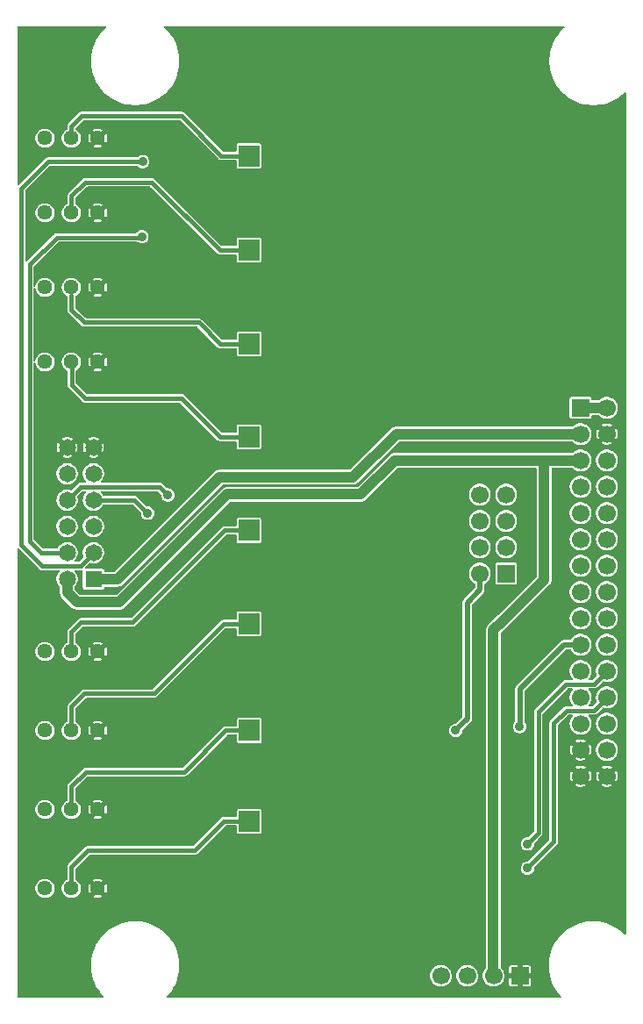
<source format=gbr>
%TF.GenerationSoftware,KiCad,Pcbnew,9.0.2*%
%TF.CreationDate,2025-07-04T16:32:19+10:00*%
%TF.ProjectId,v9_equip_analog_IDC,76395f65-7175-4697-905f-616e616c6f67,rev?*%
%TF.SameCoordinates,Original*%
%TF.FileFunction,Copper,L2,Bot*%
%TF.FilePolarity,Positive*%
%FSLAX46Y46*%
G04 Gerber Fmt 4.6, Leading zero omitted, Abs format (unit mm)*
G04 Created by KiCad (PCBNEW 9.0.2) date 2025-07-04 16:32:19*
%MOMM*%
%LPD*%
G01*
G04 APERTURE LIST*
%TA.AperFunction,ComponentPad*%
%ADD10R,2.000000X2.000000*%
%TD*%
%TA.AperFunction,ComponentPad*%
%ADD11R,1.650000X1.650000*%
%TD*%
%TA.AperFunction,ComponentPad*%
%ADD12C,1.650000*%
%TD*%
%TA.AperFunction,ComponentPad*%
%ADD13C,1.440000*%
%TD*%
%TA.AperFunction,ComponentPad*%
%ADD14R,1.700000X1.700000*%
%TD*%
%TA.AperFunction,ComponentPad*%
%ADD15C,1.700000*%
%TD*%
%TA.AperFunction,ViaPad*%
%ADD16C,0.889000*%
%TD*%
%TA.AperFunction,Conductor*%
%ADD17C,0.406400*%
%TD*%
%TA.AperFunction,Conductor*%
%ADD18C,1.016000*%
%TD*%
%TA.AperFunction,Conductor*%
%ADD19C,0.508000*%
%TD*%
G04 APERTURE END LIST*
D10*
%TO.P,TP5,1,1*%
%TO.N,/IN4*%
X22987000Y-49276000D03*
%TD*%
%TO.P,TP7,1,1*%
%TO.N,/IN6*%
X23012400Y-68580000D03*
%TD*%
D11*
%TO.P,J1,1,1*%
%TO.N,+5V*%
X7975600Y-53975000D03*
D12*
%TO.P,J1,2,2*%
%TO.N,+3V3*%
X5435600Y-53975000D03*
%TO.P,J1,3,3*%
%TO.N,/A0*%
X7975600Y-51435000D03*
%TO.P,J1,4,4*%
%TO.N,/A1*%
X5435600Y-51435000D03*
%TO.P,J1,5,5*%
%TO.N,/A2*%
X7975600Y-48895000D03*
%TO.P,J1,6,6*%
%TO.N,/A3*%
X5435600Y-48895000D03*
%TO.P,J1,7,7*%
%TO.N,/A4*%
X7975600Y-46355000D03*
%TO.P,J1,8,8*%
%TO.N,/A5*%
X5435600Y-46355000D03*
%TO.P,J1,9,9*%
%TO.N,/A6*%
X7975600Y-43815000D03*
%TO.P,J1,10,10*%
%TO.N,/A7*%
X5435600Y-43815000D03*
%TO.P,J1,11,11*%
%TO.N,GND*%
X7975600Y-41275000D03*
%TO.P,J1,12,12*%
X5435600Y-41275000D03*
%TD*%
D13*
%TO.P,RV8,1,1*%
%TO.N,GND*%
X8382000Y-83820000D03*
%TO.P,RV8,2,2*%
%TO.N,/IN7*%
X5842000Y-83820000D03*
%TO.P,RV8,3,3*%
%TO.N,Net-(R11-Pad2)*%
X3302000Y-83820000D03*
%TD*%
%TO.P,RV5,1,1*%
%TO.N,GND*%
X8382000Y-18626667D03*
%TO.P,RV5,2,2*%
%TO.N,/IN1*%
X5842000Y-18626667D03*
%TO.P,RV5,3,3*%
%TO.N,Net-(R8-Pad2)*%
X3302000Y-18626667D03*
%TD*%
D10*
%TO.P,TP8,1,1*%
%TO.N,/IN7*%
X23012400Y-77368400D03*
%TD*%
D14*
%TO.P,J3,1,Pin_1*%
%TO.N,+5V*%
X54991000Y-37439600D03*
D15*
%TO.P,J3,2,Pin_2*%
X57531000Y-37439600D03*
%TO.P,J3,3,Pin_3*%
X54991000Y-39979600D03*
%TO.P,J3,4,Pin_4*%
%TO.N,GND*%
X57531000Y-39979600D03*
%TO.P,J3,5,Pin_5*%
%TO.N,+3V3*%
X54991000Y-42519600D03*
%TO.P,J3,6,Pin_6*%
%TO.N,/GP15*%
X57531000Y-42519600D03*
%TO.P,J3,7,Pin_7*%
%TO.N,/GP16*%
X54991000Y-45059600D03*
%TO.P,J3,8,Pin_8*%
%TO.N,/GP14*%
X57531000Y-45059600D03*
%TO.P,J3,9,Pin_9*%
%TO.N,/GP17*%
X54991000Y-47599600D03*
%TO.P,J3,10,Pin_10*%
%TO.N,/GP13*%
X57531000Y-47599600D03*
%TO.P,J3,11,Pin_11*%
%TO.N,/GP18*%
X54991000Y-50139600D03*
%TO.P,J3,12,Pin_12*%
%TO.N,/GP12*%
X57531000Y-50139600D03*
%TO.P,J3,13,Pin_13*%
%TO.N,/GP19*%
X54991000Y-52679600D03*
%TO.P,J3,14,Pin_14*%
%TO.N,/GP11*%
X57531000Y-52679600D03*
%TO.P,J3,15,Pin_15*%
%TO.N,/GP20*%
X54991000Y-55219600D03*
%TO.P,J3,16,Pin_16*%
%TO.N,/GP10*%
X57531000Y-55219600D03*
%TO.P,J3,17,Pin_17*%
%TO.N,/GP21*%
X54991000Y-57759600D03*
%TO.P,J3,18,Pin_18*%
%TO.N,/GP9*%
X57531000Y-57759600D03*
%TO.P,J3,19,Pin_19*%
%TO.N,/MOSI*%
X54991000Y-60299600D03*
%TO.P,J3,20,Pin_20*%
%TO.N,/GP8*%
X57531000Y-60299600D03*
%TO.P,J3,21,Pin_21*%
%TO.N,/SCK*%
X54991000Y-62839600D03*
%TO.P,J3,22,Pin_22*%
%TO.N,/GP7*%
X57531000Y-62839600D03*
%TO.P,J3,23,Pin_23*%
%TO.N,/GP1*%
X54991000Y-65379600D03*
%TO.P,J3,24,Pin_24*%
%TO.N,/GP6*%
X57531000Y-65379600D03*
%TO.P,J3,25,Pin_25*%
%TO.N,/MISO*%
X54991000Y-67919600D03*
%TO.P,J3,26,Pin_26*%
%TO.N,/GP5*%
X57531000Y-67919600D03*
%TO.P,J3,27,Pin_27*%
%TO.N,GND*%
X54991000Y-70459600D03*
%TO.P,J3,28,Pin_28*%
%TO.N,/GP4*%
X57531000Y-70459600D03*
%TO.P,J3,29,Pin_29*%
%TO.N,GND*%
X54991000Y-72999600D03*
%TO.P,J3,30,Pin_30*%
X57531000Y-72999600D03*
%TD*%
D13*
%TO.P,RV7,1,1*%
%TO.N,GND*%
X8382000Y-68580000D03*
%TO.P,RV7,2,2*%
%TO.N,/IN5*%
X5842000Y-68580000D03*
%TO.P,RV7,3,3*%
%TO.N,Net-(R10-Pad2)*%
X3302000Y-68580000D03*
%TD*%
D10*
%TO.P,TP2,1,1*%
%TO.N,/IN1*%
X22987000Y-22225000D03*
%TD*%
%TO.P,TP6,1,1*%
%TO.N,/IN5*%
X22987000Y-58293000D03*
%TD*%
%TO.P,TP3,1,1*%
%TO.N,/IN2*%
X23012400Y-31267400D03*
%TD*%
D13*
%TO.P,RV3,1,1*%
%TO.N,GND*%
X8382000Y-25823333D03*
%TO.P,RV3,2,2*%
%TO.N,/IN2*%
X5842000Y-25823333D03*
%TO.P,RV3,3,3*%
%TO.N,Net-(R2-Pad2)*%
X3302000Y-25823333D03*
%TD*%
D14*
%TO.P,J2,1,Pin_1*%
%TO.N,/GP21*%
X47802800Y-53441600D03*
D15*
%TO.P,J2,2,Pin_2*%
%TO.N,/CS!*%
X45262800Y-53441600D03*
%TO.P,J2,3,Pin_3*%
%TO.N,/GP20*%
X47802800Y-50901600D03*
%TO.P,J2,4,Pin_4*%
%TO.N,/CS!*%
X45262800Y-50901600D03*
%TO.P,J2,5,Pin_5*%
%TO.N,/GP19*%
X47802800Y-48361600D03*
%TO.P,J2,6,Pin_6*%
%TO.N,/CS!*%
X45262800Y-48361600D03*
%TO.P,J2,7,Pin_7*%
%TO.N,/GP18*%
X47802800Y-45821600D03*
%TO.P,J2,8,Pin_8*%
%TO.N,/CS!*%
X45262800Y-45821600D03*
%TD*%
D10*
%TO.P,TP1,1,1*%
%TO.N,/IN0*%
X22987000Y-13131800D03*
%TD*%
D13*
%TO.P,RV4,1,1*%
%TO.N,GND*%
X8382000Y-60960000D03*
%TO.P,RV4,2,2*%
%TO.N,/IN4*%
X5842000Y-60960000D03*
%TO.P,RV4,3,3*%
%TO.N,Net-(R3-Pad2)*%
X3302000Y-60960000D03*
%TD*%
%TO.P,RV2,1,1*%
%TO.N,GND*%
X8382000Y-76200000D03*
%TO.P,RV2,2,2*%
%TO.N,/IN6*%
X5842000Y-76200000D03*
%TO.P,RV2,3,3*%
%TO.N,Net-(R4-Pad2)*%
X3302000Y-76200000D03*
%TD*%
%TO.P,RV6,1,1*%
%TO.N,GND*%
X8382000Y-33020000D03*
%TO.P,RV6,2,2*%
%TO.N,/IN3*%
X5842000Y-33020000D03*
%TO.P,RV6,3,3*%
%TO.N,Net-(R9-Pad2)*%
X3302000Y-33020000D03*
%TD*%
D14*
%TO.P,CON1,1,Pin_1*%
%TO.N,GND*%
X49123600Y-92252800D03*
D15*
%TO.P,CON1,2,Pin_2*%
%TO.N,+3V3*%
X46583600Y-92252800D03*
%TO.P,CON1,3,Pin_3*%
%TO.N,/GP6*%
X44043600Y-92252800D03*
%TO.P,CON1,4,Pin_4*%
%TO.N,/GP7*%
X41503600Y-92252800D03*
%TD*%
D13*
%TO.P,RV1,1,1*%
%TO.N,GND*%
X8382000Y-11430000D03*
%TO.P,RV1,2,2*%
%TO.N,/IN0*%
X5842000Y-11430000D03*
%TO.P,RV1,3,3*%
%TO.N,Net-(R1-Pad2)*%
X3302000Y-11430000D03*
%TD*%
D10*
%TO.P,TP4,1,1*%
%TO.N,/IN3*%
X22987000Y-40259000D03*
%TD*%
D16*
%TO.N,GND*%
X29362400Y-15494000D03*
X29210000Y-33477200D03*
X27254200Y-72517000D03*
X42926000Y-72771000D03*
X51536600Y-18973800D03*
X27254200Y-62636400D03*
X29286200Y-42113200D03*
X49123600Y-70612000D03*
X27279600Y-82067400D03*
X51358800Y-60071000D03*
X53035200Y-85902800D03*
X45974000Y-56159400D03*
X42799000Y-56108600D03*
X29235400Y-24561800D03*
X27279600Y-53035200D03*
X40690800Y-78663800D03*
X42621200Y-63525400D03*
X39497000Y-19050000D03*
%TO.N,+3V3*%
X47447200Y-58039000D03*
X46575000Y-78684000D03*
%TO.N,/A0*%
X12725400Y-13690600D03*
%TO.N,/A1*%
X12649200Y-20929600D03*
%TO.N,/MOSI*%
X49098200Y-68199000D03*
%TO.N,/GP7*%
X49860200Y-79526000D03*
%TO.N,/GP6*%
X49860200Y-81864200D03*
%TO.N,/A4*%
X13195300Y-47612300D03*
%TO.N,/CS!*%
X42926000Y-68580000D03*
%TO.N,/A5*%
X15151100Y-45859700D03*
%TD*%
D17*
%TO.N,/IN0*%
X6832600Y-9296400D02*
X5842000Y-10287000D01*
X22987000Y-13131800D02*
X20320000Y-13131800D01*
X16484600Y-9296400D02*
X6832600Y-9296400D01*
X5842000Y-10287000D02*
X5842000Y-11430000D01*
X20320000Y-13131800D02*
X16484600Y-9296400D01*
%TO.N,/IN4*%
X22987000Y-49276000D02*
X20624800Y-49276000D01*
X11760200Y-58140600D02*
X6781800Y-58140600D01*
X20624800Y-49276000D02*
X11760200Y-58140600D01*
X23095860Y-49268740D02*
X23088600Y-49276000D01*
X23088600Y-49276000D02*
X22987000Y-49276000D01*
X5842000Y-59080400D02*
X5842000Y-60960000D01*
X6781800Y-58140600D02*
X5842000Y-59080400D01*
D18*
%TO.N,+3V3*%
X46575000Y-78684000D02*
X46575000Y-92244200D01*
X47447200Y-58039000D02*
X47472600Y-58039000D01*
X51460400Y-42570400D02*
X51485800Y-42545000D01*
X51460400Y-54051200D02*
X51460400Y-42570400D01*
X47472600Y-58039000D02*
X51460400Y-54051200D01*
X6375400Y-56210200D02*
X5435600Y-55270400D01*
X37058600Y-42519600D02*
X33782000Y-45796200D01*
X10490200Y-56210200D02*
X6375400Y-56210200D01*
X46575000Y-78616000D02*
X46575000Y-58911200D01*
X20904200Y-45796200D02*
X10490200Y-56210200D01*
X46575000Y-58911200D02*
X47447200Y-58039000D01*
X5435600Y-55270400D02*
X5435600Y-53975000D01*
X33782000Y-45796200D02*
X20904200Y-45796200D01*
X46575000Y-92244200D02*
X46583600Y-92252800D01*
X54997400Y-42519600D02*
X37058600Y-42519600D01*
D17*
%TO.N,/IN5*%
X22987000Y-58293000D02*
X20548600Y-58293000D01*
X5842000Y-66294000D02*
X5842000Y-68580000D01*
X7112000Y-65024000D02*
X5842000Y-66294000D01*
X13817600Y-65024000D02*
X7112000Y-65024000D01*
X20548600Y-58293000D02*
X13817600Y-65024000D01*
%TO.N,/IN1*%
X22990630Y-22225000D02*
X22987000Y-22225000D01*
X20167600Y-22225000D02*
X13614400Y-15671800D01*
X5842000Y-17017830D02*
X5842000Y-17780000D01*
X22987000Y-22225000D02*
X20167600Y-22225000D01*
X23026915Y-22261285D02*
X22990630Y-22225000D01*
X13614400Y-15671800D02*
X7188030Y-15671800D01*
X7188030Y-15671800D02*
X5842000Y-17017830D01*
%TO.N,/IN2*%
X23114000Y-31267400D02*
X23012400Y-31267400D01*
X18135600Y-29210000D02*
X7061200Y-29210000D01*
X23117630Y-31263770D02*
X23114000Y-31267400D01*
X20193000Y-31267400D02*
X18135600Y-29210000D01*
X23012400Y-31267400D02*
X20193000Y-31267400D01*
X5842000Y-27990800D02*
X5842000Y-26670000D01*
X7061200Y-29210000D02*
X5842000Y-27990800D01*
%TO.N,/IN6*%
X23012400Y-68580000D02*
X20716389Y-68580000D01*
X5842000Y-73964800D02*
X5842000Y-76200000D01*
X7213600Y-72593200D02*
X5842000Y-73964800D01*
X20716389Y-68580000D02*
X16703189Y-72593200D01*
X16703189Y-72593200D02*
X7213600Y-72593200D01*
%TO.N,/IN3*%
X23012400Y-40233600D02*
X22987000Y-40259000D01*
X5867400Y-35229800D02*
X5867400Y-33045400D01*
X22987000Y-40259000D02*
X20218400Y-40259000D01*
X7162800Y-36525200D02*
X5867400Y-35229800D01*
X5867400Y-33045400D02*
X5842000Y-33020000D01*
X16484600Y-36525200D02*
X7162800Y-36525200D01*
X20218400Y-40259000D02*
X16484600Y-36525200D01*
%TO.N,/IN7*%
X17754600Y-80137000D02*
X7442200Y-80137000D01*
X22987000Y-77317600D02*
X20574000Y-77317600D01*
X5842000Y-81737200D02*
X5842000Y-83820000D01*
X7442200Y-80137000D02*
X5842000Y-81737200D01*
X20574000Y-77317600D02*
X17754600Y-80137000D01*
D18*
%TO.N,+5V*%
X20116800Y-44145200D02*
X10261600Y-54000400D01*
X37185600Y-39979600D02*
X33020000Y-44145200D01*
X57531000Y-37439600D02*
X54991000Y-37439600D01*
X8001000Y-54000400D02*
X7975600Y-53975000D01*
X54991000Y-39979600D02*
X37185600Y-39979600D01*
X10261600Y-54000400D02*
X8001000Y-54000400D01*
X33020000Y-44145200D02*
X20116800Y-44145200D01*
D17*
%TO.N,/A0*%
X6705600Y-52705000D02*
X7975600Y-51435000D01*
X965200Y-16306800D02*
X965200Y-50647600D01*
X965200Y-50647600D02*
X3022600Y-52705000D01*
X12725400Y-13690600D02*
X3581400Y-13690600D01*
X3022600Y-52705000D02*
X6705600Y-52705000D01*
X3581400Y-13690600D02*
X965200Y-16306800D01*
%TO.N,/A1*%
X2921000Y-51435000D02*
X5435600Y-51435000D01*
X1803400Y-50317400D02*
X2921000Y-51435000D01*
X1803400Y-23622000D02*
X1803400Y-50317400D01*
X4419600Y-21005800D02*
X1803400Y-23622000D01*
X12649200Y-20929600D02*
X12573000Y-21005800D01*
X12573000Y-21005800D02*
X4419600Y-21005800D01*
D19*
%TO.N,/MOSI*%
X49123600Y-68173600D02*
X49123600Y-64566800D01*
X53388200Y-60302200D02*
X55000000Y-60302200D01*
X49098200Y-68199000D02*
X49123600Y-68173600D01*
X49123600Y-64566800D02*
X53388200Y-60302200D01*
D17*
%TO.N,/GP7*%
X53568600Y-64109600D02*
X56261000Y-64109600D01*
X50901600Y-78484600D02*
X50901600Y-66776600D01*
X49860200Y-79526000D02*
X50901600Y-78484600D01*
X50901600Y-66776600D02*
X53568600Y-64109600D01*
X56261000Y-64109600D02*
X57531000Y-62839600D01*
%TO.N,/GP6*%
X49860200Y-81864200D02*
X52400200Y-79324200D01*
X52400200Y-79324200D02*
X52400200Y-67868800D01*
X52400200Y-67868800D02*
X53619400Y-66649600D01*
X56261000Y-66649600D02*
X57531000Y-65379600D01*
X53619400Y-66649600D02*
X56261000Y-66649600D01*
%TO.N,/A4*%
X11938000Y-46355000D02*
X7975600Y-46355000D01*
X13195300Y-47612300D02*
X11938000Y-46355000D01*
D19*
%TO.N,/CS!*%
X42926000Y-68580000D02*
X44069000Y-67437000D01*
X45262800Y-55029100D02*
X45262800Y-53441600D01*
X44069000Y-67437000D02*
X44069000Y-56222900D01*
X44069000Y-56222900D02*
X45262800Y-55029100D01*
D17*
%TO.N,/A5*%
X6705600Y-45085000D02*
X5435600Y-46355000D01*
X14376400Y-45085000D02*
X6705600Y-45085000D01*
X15151100Y-45859700D02*
X14376400Y-45085000D01*
%TD*%
%TA.AperFunction,Conductor*%
%TO.N,GND*%
G36*
X9196398Y-638265D02*
G01*
X9226462Y-690336D01*
X9216021Y-749550D01*
X9196398Y-772935D01*
X9118871Y-837988D01*
X9118866Y-837992D01*
X8855792Y-1101066D01*
X8855788Y-1101071D01*
X8616654Y-1386058D01*
X8616649Y-1386065D01*
X8403261Y-1690813D01*
X8217237Y-2013016D01*
X8217232Y-2013027D01*
X8060010Y-2350190D01*
X8060007Y-2350198D01*
X7932762Y-2699801D01*
X7836468Y-3059171D01*
X7771866Y-3425547D01*
X7739440Y-3796179D01*
X7739440Y-4168220D01*
X7771866Y-4538852D01*
X7836468Y-4905228D01*
X7932762Y-5264598D01*
X8060007Y-5614201D01*
X8060010Y-5614209D01*
X8217232Y-5951372D01*
X8217237Y-5951383D01*
X8403261Y-6273586D01*
X8573971Y-6517384D01*
X8616650Y-6578336D01*
X8855793Y-6863335D01*
X9118865Y-7126407D01*
X9403864Y-7365550D01*
X9510448Y-7440181D01*
X9708613Y-7578938D01*
X9708622Y-7578943D01*
X10030818Y-7764963D01*
X10368001Y-7922194D01*
X10717604Y-8049439D01*
X11076968Y-8145731D01*
X11443356Y-8210335D01*
X11813980Y-8242760D01*
X11813984Y-8242760D01*
X12186016Y-8242760D01*
X12186020Y-8242760D01*
X12556644Y-8210335D01*
X12923032Y-8145731D01*
X13282396Y-8049439D01*
X13631999Y-7922194D01*
X13969182Y-7764963D01*
X14291378Y-7578943D01*
X14291381Y-7578940D01*
X14291386Y-7578938D01*
X14382966Y-7514812D01*
X14596136Y-7365550D01*
X14881135Y-7126407D01*
X15144207Y-6863335D01*
X15383350Y-6578336D01*
X15532612Y-6365166D01*
X15596738Y-6273586D01*
X15782762Y-5951383D01*
X15782763Y-5951382D01*
X15939994Y-5614199D01*
X16067239Y-5264596D01*
X16163531Y-4905232D01*
X16228135Y-4538844D01*
X16260560Y-4168220D01*
X16260560Y-3796180D01*
X16228135Y-3425556D01*
X16163531Y-3059168D01*
X16067239Y-2699804D01*
X15939994Y-2350201D01*
X15782763Y-2013018D01*
X15596743Y-1690822D01*
X15596738Y-1690813D01*
X15457981Y-1492648D01*
X15383350Y-1386064D01*
X15144207Y-1101065D01*
X14881135Y-837993D01*
X14803601Y-772934D01*
X14773538Y-720863D01*
X14783980Y-661650D01*
X14830040Y-623001D01*
X14860103Y-617700D01*
X53375497Y-617700D01*
X53431998Y-638265D01*
X53462062Y-690336D01*
X53451621Y-749550D01*
X53431998Y-772935D01*
X53354471Y-837988D01*
X53354466Y-837992D01*
X53091392Y-1101066D01*
X53091388Y-1101071D01*
X52852254Y-1386058D01*
X52852249Y-1386065D01*
X52638861Y-1690813D01*
X52452837Y-2013016D01*
X52452832Y-2013027D01*
X52295610Y-2350190D01*
X52295607Y-2350198D01*
X52168362Y-2699801D01*
X52072068Y-3059171D01*
X52007466Y-3425547D01*
X51975040Y-3796179D01*
X51975040Y-4168220D01*
X52007466Y-4538852D01*
X52072068Y-4905228D01*
X52168362Y-5264598D01*
X52295607Y-5614201D01*
X52295610Y-5614209D01*
X52452832Y-5951372D01*
X52452837Y-5951383D01*
X52638861Y-6273586D01*
X52809571Y-6517384D01*
X52852250Y-6578336D01*
X53091393Y-6863335D01*
X53354465Y-7126407D01*
X53639464Y-7365550D01*
X53746048Y-7440181D01*
X53944213Y-7578938D01*
X53944222Y-7578943D01*
X54266418Y-7764963D01*
X54603601Y-7922194D01*
X54953204Y-8049439D01*
X55312568Y-8145731D01*
X55678956Y-8210335D01*
X56049580Y-8242760D01*
X56049584Y-8242760D01*
X56421616Y-8242760D01*
X56421620Y-8242760D01*
X56792244Y-8210335D01*
X57158632Y-8145731D01*
X57517996Y-8049439D01*
X57867599Y-7922194D01*
X58204782Y-7764963D01*
X58526978Y-7578943D01*
X58526981Y-7578940D01*
X58526986Y-7578938D01*
X58618566Y-7514812D01*
X58831736Y-7365550D01*
X59116735Y-7126407D01*
X59214446Y-7028695D01*
X59268939Y-7003285D01*
X59327017Y-7018848D01*
X59361505Y-7068101D01*
X59364500Y-7090851D01*
X59364500Y-88204348D01*
X59343935Y-88260849D01*
X59291864Y-88290913D01*
X59232650Y-88280472D01*
X59214446Y-88266503D01*
X59065945Y-88118003D01*
X59065935Y-88117993D01*
X58780936Y-87878850D01*
X58719984Y-87836171D01*
X58476186Y-87665461D01*
X58153983Y-87479437D01*
X58153972Y-87479432D01*
X57816809Y-87322210D01*
X57816801Y-87322207D01*
X57816799Y-87322206D01*
X57467196Y-87194961D01*
X57107832Y-87098669D01*
X57107831Y-87098668D01*
X57107828Y-87098668D01*
X56741452Y-87034066D01*
X56741447Y-87034065D01*
X56741444Y-87034065D01*
X56370820Y-87001640D01*
X55998780Y-87001640D01*
X55998779Y-87001640D01*
X55890729Y-87011093D01*
X55628156Y-87034065D01*
X55628153Y-87034065D01*
X55628147Y-87034066D01*
X55261771Y-87098668D01*
X55082086Y-87146815D01*
X54902404Y-87194961D01*
X54902401Y-87194961D01*
X54902401Y-87194962D01*
X54552798Y-87322207D01*
X54552790Y-87322210D01*
X54215627Y-87479432D01*
X54215616Y-87479437D01*
X53893413Y-87665461D01*
X53588665Y-87878849D01*
X53588658Y-87878854D01*
X53303671Y-88117988D01*
X53303666Y-88117992D01*
X53040592Y-88381066D01*
X53040588Y-88381071D01*
X52801454Y-88666058D01*
X52801449Y-88666065D01*
X52588061Y-88970813D01*
X52402037Y-89293016D01*
X52402032Y-89293027D01*
X52244810Y-89630190D01*
X52244807Y-89630198D01*
X52117562Y-89979801D01*
X52021268Y-90339171D01*
X51956666Y-90705547D01*
X51956665Y-90705553D01*
X51956665Y-90705556D01*
X51924240Y-91076180D01*
X51924240Y-91448220D01*
X51929151Y-91504359D01*
X51956666Y-91818852D01*
X52021268Y-92185226D01*
X52021269Y-92185232D01*
X52117561Y-92544596D01*
X52123098Y-92559807D01*
X52244807Y-92894201D01*
X52244810Y-92894209D01*
X52402032Y-93231372D01*
X52402037Y-93231383D01*
X52588061Y-93553586D01*
X52758771Y-93797384D01*
X52801450Y-93858336D01*
X53040593Y-94143335D01*
X53093904Y-94196646D01*
X53119315Y-94251139D01*
X53103752Y-94309217D01*
X53054499Y-94343705D01*
X53031749Y-94346700D01*
X15153051Y-94346700D01*
X15096550Y-94326135D01*
X15066486Y-94274064D01*
X15076927Y-94214850D01*
X15090892Y-94196649D01*
X15144207Y-94143335D01*
X15383350Y-93858336D01*
X15532612Y-93645166D01*
X15596738Y-93553586D01*
X15741241Y-93303300D01*
X15782763Y-93231382D01*
X15939994Y-92894199D01*
X16067239Y-92544596D01*
X16163531Y-92185232D01*
X16169860Y-92149336D01*
X40453100Y-92149336D01*
X40453100Y-92356263D01*
X40493467Y-92559211D01*
X40493469Y-92559216D01*
X40493470Y-92559220D01*
X40572659Y-92750398D01*
X40572660Y-92750400D01*
X40572661Y-92750401D01*
X40687619Y-92922450D01*
X40687620Y-92922451D01*
X40687623Y-92922455D01*
X40833945Y-93068777D01*
X41006002Y-93183741D01*
X41197180Y-93262930D01*
X41197185Y-93262931D01*
X41197188Y-93262932D01*
X41300032Y-93283388D01*
X41400135Y-93303300D01*
X41400137Y-93303300D01*
X41607063Y-93303300D01*
X41607065Y-93303300D01*
X41773054Y-93270283D01*
X41810011Y-93262932D01*
X41810012Y-93262931D01*
X41810020Y-93262930D01*
X42001198Y-93183741D01*
X42173255Y-93068777D01*
X42319577Y-92922455D01*
X42434541Y-92750398D01*
X42513730Y-92559220D01*
X42516639Y-92544598D01*
X42554100Y-92356263D01*
X42554100Y-92149336D01*
X42993100Y-92149336D01*
X42993100Y-92356263D01*
X43033467Y-92559211D01*
X43033469Y-92559216D01*
X43033470Y-92559220D01*
X43112659Y-92750398D01*
X43112660Y-92750400D01*
X43112661Y-92750401D01*
X43227619Y-92922450D01*
X43227620Y-92922451D01*
X43227623Y-92922455D01*
X43373945Y-93068777D01*
X43546002Y-93183741D01*
X43737180Y-93262930D01*
X43737185Y-93262931D01*
X43737188Y-93262932D01*
X43840032Y-93283388D01*
X43940135Y-93303300D01*
X43940137Y-93303300D01*
X44147063Y-93303300D01*
X44147065Y-93303300D01*
X44313054Y-93270283D01*
X44350011Y-93262932D01*
X44350012Y-93262931D01*
X44350020Y-93262930D01*
X44541198Y-93183741D01*
X44713255Y-93068777D01*
X44859577Y-92922455D01*
X44974541Y-92750398D01*
X45053730Y-92559220D01*
X45056639Y-92544598D01*
X45094100Y-92356263D01*
X45094100Y-92149336D01*
X45053732Y-91946388D01*
X45053731Y-91946385D01*
X45053730Y-91946380D01*
X44974541Y-91755202D01*
X44859577Y-91583145D01*
X44713255Y-91436823D01*
X44713251Y-91436820D01*
X44713250Y-91436819D01*
X44541201Y-91321861D01*
X44541200Y-91321860D01*
X44541198Y-91321859D01*
X44350020Y-91242670D01*
X44350016Y-91242669D01*
X44350011Y-91242667D01*
X44197284Y-91212289D01*
X44147065Y-91202300D01*
X43940135Y-91202300D01*
X43895444Y-91211189D01*
X43737188Y-91242667D01*
X43737183Y-91242669D01*
X43737181Y-91242669D01*
X43737180Y-91242670D01*
X43546002Y-91321859D01*
X43546000Y-91321859D01*
X43545998Y-91321861D01*
X43373949Y-91436819D01*
X43227619Y-91583149D01*
X43112661Y-91755198D01*
X43112659Y-91755200D01*
X43112659Y-91755202D01*
X43033713Y-91945793D01*
X43033469Y-91946383D01*
X43033467Y-91946388D01*
X42993100Y-92149336D01*
X42554100Y-92149336D01*
X42513732Y-91946388D01*
X42513731Y-91946385D01*
X42513730Y-91946380D01*
X42434541Y-91755202D01*
X42319577Y-91583145D01*
X42173255Y-91436823D01*
X42173251Y-91436820D01*
X42173250Y-91436819D01*
X42001201Y-91321861D01*
X42001200Y-91321860D01*
X42001198Y-91321859D01*
X41810020Y-91242670D01*
X41810016Y-91242669D01*
X41810011Y-91242667D01*
X41657284Y-91212289D01*
X41607065Y-91202300D01*
X41400135Y-91202300D01*
X41355444Y-91211189D01*
X41197188Y-91242667D01*
X41197183Y-91242669D01*
X41197181Y-91242669D01*
X41197180Y-91242670D01*
X41006002Y-91321859D01*
X41006000Y-91321859D01*
X41005998Y-91321861D01*
X40833949Y-91436819D01*
X40687619Y-91583149D01*
X40572661Y-91755198D01*
X40572659Y-91755200D01*
X40572659Y-91755202D01*
X40493713Y-91945793D01*
X40493469Y-91946383D01*
X40493467Y-91946388D01*
X40453100Y-92149336D01*
X16169860Y-92149336D01*
X16228135Y-91818844D01*
X16260560Y-91448220D01*
X16260560Y-91076180D01*
X16228135Y-90705556D01*
X16163531Y-90339168D01*
X16067239Y-89979804D01*
X15939994Y-89630201D01*
X15782763Y-89293018D01*
X15596743Y-88970822D01*
X15596738Y-88970813D01*
X15457981Y-88772648D01*
X15383350Y-88666064D01*
X15144207Y-88381065D01*
X14881135Y-88117993D01*
X14596136Y-87878850D01*
X14535184Y-87836171D01*
X14291386Y-87665461D01*
X13969183Y-87479437D01*
X13969172Y-87479432D01*
X13632009Y-87322210D01*
X13632001Y-87322207D01*
X13631999Y-87322206D01*
X13282396Y-87194961D01*
X12923032Y-87098669D01*
X12923031Y-87098668D01*
X12923028Y-87098668D01*
X12556652Y-87034066D01*
X12556647Y-87034065D01*
X12556644Y-87034065D01*
X12186020Y-87001640D01*
X11813980Y-87001640D01*
X11813979Y-87001640D01*
X11705929Y-87011093D01*
X11443356Y-87034065D01*
X11443353Y-87034065D01*
X11443347Y-87034066D01*
X11076971Y-87098668D01*
X10897286Y-87146815D01*
X10717604Y-87194961D01*
X10717601Y-87194961D01*
X10717601Y-87194962D01*
X10367998Y-87322207D01*
X10367990Y-87322210D01*
X10030827Y-87479432D01*
X10030816Y-87479437D01*
X9708613Y-87665461D01*
X9403865Y-87878849D01*
X9403858Y-87878854D01*
X9118871Y-88117988D01*
X9118866Y-88117992D01*
X8855792Y-88381066D01*
X8855788Y-88381071D01*
X8616654Y-88666058D01*
X8616649Y-88666065D01*
X8403261Y-88970813D01*
X8217237Y-89293016D01*
X8217232Y-89293027D01*
X8060010Y-89630190D01*
X8060007Y-89630198D01*
X7932762Y-89979801D01*
X7836468Y-90339171D01*
X7771866Y-90705547D01*
X7771865Y-90705553D01*
X7771865Y-90705556D01*
X7739440Y-91076180D01*
X7739440Y-91448220D01*
X7744351Y-91504359D01*
X7771866Y-91818852D01*
X7836468Y-92185226D01*
X7836469Y-92185232D01*
X7932761Y-92544596D01*
X7938298Y-92559807D01*
X8060007Y-92894201D01*
X8060010Y-92894209D01*
X8217232Y-93231372D01*
X8217237Y-93231383D01*
X8403261Y-93553586D01*
X8573971Y-93797384D01*
X8616650Y-93858336D01*
X8855793Y-94143335D01*
X8909104Y-94196646D01*
X8934515Y-94251139D01*
X8918952Y-94309217D01*
X8869699Y-94343705D01*
X8846949Y-94346700D01*
X723400Y-94346700D01*
X666899Y-94326135D01*
X636835Y-94274064D01*
X635500Y-94258800D01*
X635500Y-83729340D01*
X2381500Y-83729340D01*
X2381500Y-83910659D01*
X2416872Y-84088496D01*
X2416873Y-84088500D01*
X2438239Y-84140080D01*
X2486263Y-84256020D01*
X2587001Y-84406785D01*
X2715215Y-84534999D01*
X2865980Y-84635737D01*
X2980800Y-84683297D01*
X3033499Y-84705126D01*
X3033503Y-84705127D01*
X3097217Y-84717800D01*
X3211339Y-84740500D01*
X3211341Y-84740500D01*
X3392659Y-84740500D01*
X3392661Y-84740500D01*
X3510144Y-84717131D01*
X3570496Y-84705127D01*
X3570500Y-84705126D01*
X3738020Y-84635737D01*
X3888785Y-84534999D01*
X4016999Y-84406785D01*
X4117737Y-84256020D01*
X4187126Y-84088500D01*
X4222500Y-83910661D01*
X4222500Y-83729340D01*
X4921500Y-83729340D01*
X4921500Y-83910659D01*
X4956872Y-84088496D01*
X4956873Y-84088500D01*
X4978239Y-84140080D01*
X5026263Y-84256020D01*
X5127001Y-84406785D01*
X5255215Y-84534999D01*
X5405980Y-84635737D01*
X5520800Y-84683297D01*
X5573499Y-84705126D01*
X5573503Y-84705127D01*
X5637217Y-84717800D01*
X5751339Y-84740500D01*
X5751341Y-84740500D01*
X5932659Y-84740500D01*
X5932661Y-84740500D01*
X6050144Y-84717131D01*
X6110496Y-84705127D01*
X6110500Y-84705126D01*
X6278020Y-84635737D01*
X6428785Y-84534999D01*
X6556999Y-84406785D01*
X6657737Y-84256020D01*
X6727126Y-84088500D01*
X6762500Y-83910661D01*
X6762500Y-83731575D01*
X7484200Y-83731575D01*
X7484200Y-83908424D01*
X7518700Y-84081875D01*
X7518702Y-84081879D01*
X7586379Y-84245268D01*
X7593107Y-84255337D01*
X7982000Y-83866444D01*
X7982000Y-83872661D01*
X8009259Y-83974394D01*
X8061920Y-84065606D01*
X8136394Y-84140080D01*
X8227606Y-84192741D01*
X8329339Y-84220000D01*
X8335552Y-84220000D01*
X7946661Y-84608891D01*
X7956734Y-84615621D01*
X8120120Y-84683297D01*
X8120124Y-84683299D01*
X8293576Y-84717800D01*
X8470424Y-84717800D01*
X8643875Y-84683299D01*
X8643879Y-84683297D01*
X8807269Y-84615619D01*
X8817337Y-84608891D01*
X8428446Y-84220000D01*
X8434661Y-84220000D01*
X8536394Y-84192741D01*
X8627606Y-84140080D01*
X8702080Y-84065606D01*
X8754741Y-83974394D01*
X8782000Y-83872661D01*
X8782000Y-83866446D01*
X9170891Y-84255337D01*
X9177619Y-84245269D01*
X9245297Y-84081879D01*
X9245299Y-84081875D01*
X9279800Y-83908424D01*
X9279800Y-83731575D01*
X9245299Y-83558124D01*
X9245297Y-83558120D01*
X9177621Y-83394734D01*
X9170890Y-83384661D01*
X8782000Y-83773551D01*
X8782000Y-83767339D01*
X8754741Y-83665606D01*
X8702080Y-83574394D01*
X8627606Y-83499920D01*
X8536394Y-83447259D01*
X8434661Y-83420000D01*
X8428444Y-83420000D01*
X8817337Y-83031107D01*
X8807268Y-83024379D01*
X8643879Y-82956702D01*
X8643875Y-82956700D01*
X8470424Y-82922200D01*
X8293576Y-82922200D01*
X8120124Y-82956700D01*
X8120120Y-82956702D01*
X7956733Y-83024379D01*
X7946661Y-83031107D01*
X8335554Y-83420000D01*
X8329339Y-83420000D01*
X8227606Y-83447259D01*
X8136394Y-83499920D01*
X8061920Y-83574394D01*
X8009259Y-83665606D01*
X7982000Y-83767339D01*
X7982000Y-83773554D01*
X7593107Y-83384661D01*
X7586379Y-83394733D01*
X7518702Y-83558120D01*
X7518700Y-83558124D01*
X7484200Y-83731575D01*
X6762500Y-83731575D01*
X6762500Y-83729339D01*
X6727126Y-83551500D01*
X6657737Y-83383980D01*
X6556999Y-83233215D01*
X6428785Y-83105001D01*
X6284764Y-83008769D01*
X6249212Y-82960281D01*
X6245700Y-82935684D01*
X6245700Y-81940828D01*
X6266265Y-81884327D01*
X6271445Y-81878673D01*
X7583673Y-80566445D01*
X7638167Y-80541034D01*
X7645828Y-80540700D01*
X17696054Y-80540700D01*
X17696070Y-80540701D01*
X17701452Y-80540701D01*
X17807748Y-80540701D01*
X17888720Y-80519003D01*
X17888725Y-80519003D01*
X17888725Y-80519002D01*
X17896665Y-80516874D01*
X17910423Y-80513189D01*
X18002478Y-80460041D01*
X18077641Y-80384878D01*
X18077641Y-80384876D01*
X18084873Y-80377645D01*
X18084876Y-80377640D01*
X20715473Y-77747045D01*
X20769967Y-77721634D01*
X20777628Y-77721300D01*
X21724000Y-77721300D01*
X21780501Y-77741865D01*
X21810565Y-77793936D01*
X21811900Y-77809200D01*
X21811900Y-78388146D01*
X21823533Y-78446632D01*
X21867845Y-78512948D01*
X21867848Y-78512952D01*
X21867851Y-78512954D01*
X21934167Y-78557266D01*
X21934169Y-78557267D01*
X21992652Y-78568900D01*
X21992654Y-78568900D01*
X24032146Y-78568900D01*
X24032148Y-78568900D01*
X24090631Y-78557267D01*
X24156952Y-78512952D01*
X24201267Y-78446631D01*
X24212900Y-78388148D01*
X24212900Y-76348652D01*
X24201267Y-76290169D01*
X24156952Y-76223848D01*
X24156948Y-76223845D01*
X24090632Y-76179533D01*
X24071136Y-76175655D01*
X24032148Y-76167900D01*
X21992652Y-76167900D01*
X21963410Y-76173716D01*
X21934167Y-76179533D01*
X21867851Y-76223845D01*
X21867845Y-76223851D01*
X21823533Y-76290167D01*
X21811900Y-76348653D01*
X21811900Y-76826000D01*
X21791335Y-76882501D01*
X21739264Y-76912565D01*
X21724000Y-76913900D01*
X20632546Y-76913900D01*
X20632530Y-76913899D01*
X20627148Y-76913899D01*
X20520852Y-76913899D01*
X20439875Y-76935597D01*
X20418178Y-76941410D01*
X20326120Y-76994560D01*
X20250957Y-77069724D01*
X17613127Y-79707555D01*
X17558633Y-79732966D01*
X17550972Y-79733300D01*
X7500747Y-79733300D01*
X7500731Y-79733299D01*
X7495349Y-79733299D01*
X7389052Y-79733299D01*
X7286379Y-79760809D01*
X7263744Y-79773878D01*
X7194322Y-79813958D01*
X7194320Y-79813959D01*
X7119158Y-79889121D01*
X7119159Y-79889122D01*
X5518960Y-81489320D01*
X5465811Y-81581377D01*
X5465811Y-81581378D01*
X5438299Y-81684052D01*
X5438299Y-81797427D01*
X5438300Y-81797440D01*
X5438300Y-82935684D01*
X5417735Y-82992185D01*
X5399235Y-83008770D01*
X5255217Y-83104999D01*
X5126999Y-83233217D01*
X5026264Y-83383978D01*
X4956873Y-83551499D01*
X4956872Y-83551503D01*
X4921500Y-83729340D01*
X4222500Y-83729340D01*
X4222500Y-83729339D01*
X4187126Y-83551500D01*
X4117737Y-83383980D01*
X4016999Y-83233215D01*
X3888785Y-83105001D01*
X3738020Y-83004263D01*
X3676139Y-82978631D01*
X3570500Y-82934873D01*
X3570496Y-82934872D01*
X3436815Y-82908282D01*
X3392661Y-82899500D01*
X3211339Y-82899500D01*
X3172060Y-82907312D01*
X3033503Y-82934872D01*
X3033499Y-82934873D01*
X2865978Y-83004264D01*
X2715217Y-83104999D01*
X2586999Y-83233217D01*
X2486264Y-83383978D01*
X2416873Y-83551499D01*
X2416872Y-83551503D01*
X2381500Y-83729340D01*
X635500Y-83729340D01*
X635500Y-76109340D01*
X2381500Y-76109340D01*
X2381500Y-76290659D01*
X2416872Y-76468496D01*
X2416873Y-76468500D01*
X2438239Y-76520080D01*
X2486263Y-76636020D01*
X2587001Y-76786785D01*
X2715215Y-76914999D01*
X2865980Y-77015737D01*
X2980800Y-77063297D01*
X3033499Y-77085126D01*
X3033503Y-77085127D01*
X3097217Y-77097800D01*
X3211339Y-77120500D01*
X3211341Y-77120500D01*
X3392659Y-77120500D01*
X3392661Y-77120500D01*
X3510144Y-77097131D01*
X3570496Y-77085127D01*
X3570500Y-77085126D01*
X3738020Y-77015737D01*
X3888785Y-76914999D01*
X4016999Y-76786785D01*
X4117737Y-76636020D01*
X4187126Y-76468500D01*
X4222500Y-76290661D01*
X4222500Y-76109340D01*
X4921500Y-76109340D01*
X4921500Y-76290659D01*
X4956872Y-76468496D01*
X4956873Y-76468500D01*
X4978239Y-76520080D01*
X5026263Y-76636020D01*
X5127001Y-76786785D01*
X5255215Y-76914999D01*
X5405980Y-77015737D01*
X5520800Y-77063297D01*
X5573499Y-77085126D01*
X5573503Y-77085127D01*
X5637217Y-77097800D01*
X5751339Y-77120500D01*
X5751341Y-77120500D01*
X5932659Y-77120500D01*
X5932661Y-77120500D01*
X6050144Y-77097131D01*
X6110496Y-77085127D01*
X6110500Y-77085126D01*
X6278020Y-77015737D01*
X6428785Y-76914999D01*
X6556999Y-76786785D01*
X6657737Y-76636020D01*
X6727126Y-76468500D01*
X6762500Y-76290661D01*
X6762500Y-76111575D01*
X7484200Y-76111575D01*
X7484200Y-76288424D01*
X7518700Y-76461875D01*
X7518702Y-76461879D01*
X7586379Y-76625268D01*
X7593107Y-76635337D01*
X7982000Y-76246444D01*
X7982000Y-76252661D01*
X8009259Y-76354394D01*
X8061920Y-76445606D01*
X8136394Y-76520080D01*
X8227606Y-76572741D01*
X8329339Y-76600000D01*
X8335552Y-76600000D01*
X7946661Y-76988891D01*
X7956734Y-76995621D01*
X8120120Y-77063297D01*
X8120124Y-77063299D01*
X8293576Y-77097800D01*
X8470424Y-77097800D01*
X8643875Y-77063299D01*
X8643879Y-77063297D01*
X8807269Y-76995619D01*
X8817337Y-76988891D01*
X8428446Y-76600000D01*
X8434661Y-76600000D01*
X8536394Y-76572741D01*
X8627606Y-76520080D01*
X8702080Y-76445606D01*
X8754741Y-76354394D01*
X8782000Y-76252661D01*
X8782000Y-76246446D01*
X9170891Y-76635337D01*
X9177619Y-76625269D01*
X9245297Y-76461879D01*
X9245299Y-76461875D01*
X9279800Y-76288424D01*
X9279800Y-76111575D01*
X9245299Y-75938124D01*
X9245297Y-75938120D01*
X9177621Y-75774734D01*
X9170890Y-75764661D01*
X8782000Y-76153551D01*
X8782000Y-76147339D01*
X8754741Y-76045606D01*
X8702080Y-75954394D01*
X8627606Y-75879920D01*
X8536394Y-75827259D01*
X8434661Y-75800000D01*
X8428444Y-75800000D01*
X8817337Y-75411107D01*
X8807268Y-75404379D01*
X8643879Y-75336702D01*
X8643875Y-75336700D01*
X8470424Y-75302200D01*
X8293576Y-75302200D01*
X8120124Y-75336700D01*
X8120120Y-75336702D01*
X7956733Y-75404379D01*
X7946661Y-75411107D01*
X8335554Y-75800000D01*
X8329339Y-75800000D01*
X8227606Y-75827259D01*
X8136394Y-75879920D01*
X8061920Y-75954394D01*
X8009259Y-76045606D01*
X7982000Y-76147339D01*
X7982000Y-76153554D01*
X7593107Y-75764661D01*
X7586379Y-75774733D01*
X7518702Y-75938120D01*
X7518700Y-75938124D01*
X7484200Y-76111575D01*
X6762500Y-76111575D01*
X6762500Y-76109339D01*
X6727126Y-75931500D01*
X6657737Y-75763980D01*
X6556999Y-75613215D01*
X6428785Y-75485001D01*
X6284764Y-75388769D01*
X6249212Y-75340281D01*
X6245700Y-75315684D01*
X6245700Y-74168428D01*
X6266265Y-74111927D01*
X6271445Y-74106273D01*
X7355073Y-73022645D01*
X7409567Y-72997234D01*
X7417228Y-72996900D01*
X16644643Y-72996900D01*
X16644659Y-72996901D01*
X16650041Y-72996901D01*
X16756337Y-72996901D01*
X16837309Y-72975203D01*
X16837314Y-72975203D01*
X16837314Y-72975202D01*
X16845254Y-72973074D01*
X16859012Y-72969389D01*
X16951067Y-72916241D01*
X17026230Y-72841078D01*
X17026230Y-72841076D01*
X17033462Y-72833845D01*
X17033465Y-72833840D01*
X20857862Y-69009445D01*
X20912356Y-68984034D01*
X20920017Y-68983700D01*
X21724000Y-68983700D01*
X21780501Y-69004265D01*
X21810565Y-69056336D01*
X21811900Y-69071600D01*
X21811900Y-69599746D01*
X21823533Y-69658232D01*
X21867845Y-69724548D01*
X21867848Y-69724552D01*
X21867851Y-69724554D01*
X21934167Y-69768866D01*
X21934169Y-69768867D01*
X21992652Y-69780500D01*
X21992654Y-69780500D01*
X24032146Y-69780500D01*
X24032148Y-69780500D01*
X24090631Y-69768867D01*
X24156952Y-69724552D01*
X24201267Y-69658231D01*
X24212900Y-69599748D01*
X24212900Y-68516474D01*
X42281000Y-68516474D01*
X42281000Y-68643525D01*
X42305785Y-68768136D01*
X42305787Y-68768140D01*
X42354406Y-68885519D01*
X42354407Y-68885521D01*
X42354408Y-68885522D01*
X42424996Y-68991164D01*
X42514836Y-69081004D01*
X42620478Y-69151592D01*
X42737860Y-69200213D01*
X42737861Y-69200213D01*
X42737863Y-69200214D01*
X42800592Y-69212691D01*
X42862473Y-69225000D01*
X42862475Y-69225000D01*
X42989525Y-69225000D01*
X42989527Y-69225000D01*
X43071848Y-69208625D01*
X43114136Y-69200214D01*
X43114136Y-69200213D01*
X43114140Y-69200213D01*
X43231522Y-69151592D01*
X43337164Y-69081004D01*
X43427004Y-68991164D01*
X43497592Y-68885522D01*
X43546213Y-68768140D01*
X43552926Y-68734394D01*
X43559766Y-68700004D01*
X43571000Y-68643527D01*
X43571000Y-68614169D01*
X43591565Y-68557668D01*
X43596734Y-68552025D01*
X44340832Y-67807926D01*
X44340837Y-67807923D01*
X44348068Y-67800691D01*
X44348070Y-67800691D01*
X44432691Y-67716070D01*
X44492527Y-67612431D01*
X44506508Y-67560252D01*
X44523501Y-67496836D01*
X44523501Y-67377164D01*
X44523501Y-67371783D01*
X44523500Y-67371765D01*
X44523500Y-56447569D01*
X44544065Y-56391068D01*
X44549234Y-56385425D01*
X45534632Y-55400026D01*
X45534637Y-55400023D01*
X45541868Y-55392791D01*
X45541870Y-55392791D01*
X45626491Y-55308170D01*
X45686327Y-55204531D01*
X45692872Y-55180102D01*
X45717301Y-55088936D01*
X45717301Y-54969264D01*
X45717301Y-54963883D01*
X45717300Y-54963865D01*
X45717300Y-54448263D01*
X45737865Y-54391762D01*
X45757437Y-54375884D01*
X45756807Y-54374941D01*
X45851983Y-54311346D01*
X45932455Y-54257577D01*
X46078777Y-54111255D01*
X46193741Y-53939198D01*
X46272930Y-53748020D01*
X46276495Y-53730100D01*
X46300276Y-53610541D01*
X46313300Y-53545065D01*
X46313300Y-53338135D01*
X46282111Y-53181336D01*
X46272932Y-53135188D01*
X46272931Y-53135185D01*
X46272930Y-53135180D01*
X46193741Y-52944002D01*
X46078777Y-52771945D01*
X45932455Y-52625623D01*
X45932451Y-52625620D01*
X45932450Y-52625619D01*
X45851982Y-52571853D01*
X46752300Y-52571853D01*
X46752300Y-54311346D01*
X46763933Y-54369832D01*
X46786512Y-54403623D01*
X46808248Y-54436152D01*
X46808251Y-54436154D01*
X46874567Y-54480466D01*
X46874569Y-54480467D01*
X46933052Y-54492100D01*
X46933054Y-54492100D01*
X48672546Y-54492100D01*
X48672548Y-54492100D01*
X48731031Y-54480467D01*
X48797352Y-54436152D01*
X48841667Y-54369831D01*
X48853300Y-54311348D01*
X48853300Y-52571852D01*
X48841667Y-52513369D01*
X48839856Y-52510659D01*
X48797354Y-52447051D01*
X48797352Y-52447048D01*
X48797348Y-52447045D01*
X48731032Y-52402733D01*
X48711536Y-52398855D01*
X48672548Y-52391100D01*
X46933052Y-52391100D01*
X46903810Y-52396916D01*
X46874567Y-52402733D01*
X46808251Y-52447045D01*
X46808245Y-52447051D01*
X46763933Y-52513367D01*
X46752300Y-52571853D01*
X45851982Y-52571853D01*
X45760401Y-52510661D01*
X45760400Y-52510660D01*
X45760398Y-52510659D01*
X45569220Y-52431470D01*
X45569216Y-52431469D01*
X45569211Y-52431467D01*
X45416484Y-52401089D01*
X45366265Y-52391100D01*
X45159335Y-52391100D01*
X45114644Y-52399989D01*
X44956388Y-52431467D01*
X44956383Y-52431469D01*
X44956381Y-52431469D01*
X44956380Y-52431470D01*
X44765202Y-52510659D01*
X44765200Y-52510659D01*
X44765198Y-52510661D01*
X44593149Y-52625619D01*
X44446819Y-52771949D01*
X44331861Y-52943998D01*
X44331859Y-52944000D01*
X44331859Y-52944002D01*
X44254711Y-53130253D01*
X44252669Y-53135183D01*
X44252667Y-53135188D01*
X44217294Y-53313025D01*
X44215652Y-53321286D01*
X44212300Y-53338136D01*
X44212300Y-53545063D01*
X44252667Y-53748011D01*
X44252669Y-53748016D01*
X44252670Y-53748020D01*
X44331859Y-53939198D01*
X44331860Y-53939200D01*
X44331861Y-53939201D01*
X44446819Y-54111250D01*
X44446820Y-54111251D01*
X44446823Y-54111255D01*
X44593145Y-54257577D01*
X44617901Y-54274118D01*
X44768793Y-54374941D01*
X44767423Y-54376990D01*
X44801956Y-54415477D01*
X44808300Y-54448263D01*
X44808300Y-54804429D01*
X44787735Y-54860930D01*
X44782555Y-54866584D01*
X43705310Y-55943828D01*
X43645473Y-56047469D01*
X43645473Y-56047470D01*
X43614499Y-56163064D01*
X43614499Y-56289815D01*
X43614500Y-56289828D01*
X43614500Y-67212330D01*
X43593935Y-67268831D01*
X43588755Y-67274485D01*
X42953985Y-67909255D01*
X42899491Y-67934666D01*
X42891830Y-67935000D01*
X42862473Y-67935000D01*
X42834950Y-67940474D01*
X42737863Y-67959785D01*
X42737859Y-67959787D01*
X42620480Y-68008406D01*
X42514838Y-68078994D01*
X42424994Y-68168838D01*
X42354406Y-68274480D01*
X42305787Y-68391859D01*
X42305785Y-68391863D01*
X42281000Y-68516474D01*
X24212900Y-68516474D01*
X24212900Y-67560252D01*
X24201267Y-67501769D01*
X24156952Y-67435448D01*
X24156948Y-67435445D01*
X24090632Y-67391133D01*
X24071136Y-67387255D01*
X24032148Y-67379500D01*
X21992652Y-67379500D01*
X21963410Y-67385316D01*
X21934167Y-67391133D01*
X21867851Y-67435445D01*
X21867845Y-67435451D01*
X21823533Y-67501767D01*
X21811900Y-67560252D01*
X21811900Y-68088400D01*
X21791335Y-68144901D01*
X21739264Y-68174965D01*
X21724000Y-68176300D01*
X20774935Y-68176300D01*
X20774919Y-68176299D01*
X20769537Y-68176299D01*
X20663241Y-68176299D01*
X20582264Y-68197997D01*
X20560567Y-68203810D01*
X20468509Y-68256960D01*
X20393346Y-68332124D01*
X16561716Y-72163755D01*
X16507222Y-72189166D01*
X16499561Y-72189500D01*
X7160452Y-72189500D01*
X7057780Y-72217009D01*
X6965720Y-72270160D01*
X5518960Y-73716920D01*
X5465811Y-73808977D01*
X5465811Y-73808978D01*
X5438299Y-73911652D01*
X5438299Y-74025027D01*
X5438300Y-74025040D01*
X5438300Y-75315684D01*
X5417735Y-75372185D01*
X5399235Y-75388770D01*
X5255217Y-75484999D01*
X5126999Y-75613217D01*
X5026264Y-75763978D01*
X4956873Y-75931499D01*
X4956872Y-75931503D01*
X4921500Y-76109340D01*
X4222500Y-76109340D01*
X4222500Y-76109339D01*
X4187126Y-75931500D01*
X4117737Y-75763980D01*
X4016999Y-75613215D01*
X3888785Y-75485001D01*
X3738020Y-75384263D01*
X3676139Y-75358631D01*
X3570500Y-75314873D01*
X3570496Y-75314872D01*
X3436815Y-75288282D01*
X3392661Y-75279500D01*
X3211339Y-75279500D01*
X3172060Y-75287312D01*
X3033503Y-75314872D01*
X3033499Y-75314873D01*
X2865978Y-75384264D01*
X2715217Y-75484999D01*
X2586999Y-75613217D01*
X2486264Y-75763978D01*
X2416873Y-75931499D01*
X2416872Y-75931503D01*
X2381500Y-76109340D01*
X635500Y-76109340D01*
X635500Y-68489340D01*
X2381500Y-68489340D01*
X2381500Y-68670659D01*
X2416872Y-68848496D01*
X2416873Y-68848500D01*
X2450521Y-68929732D01*
X2486263Y-69016020D01*
X2587001Y-69166785D01*
X2715215Y-69294999D01*
X2865980Y-69395737D01*
X2980800Y-69443297D01*
X3033499Y-69465126D01*
X3033503Y-69465127D01*
X3097217Y-69477800D01*
X3211339Y-69500500D01*
X3211341Y-69500500D01*
X3392659Y-69500500D01*
X3392661Y-69500500D01*
X3539481Y-69471296D01*
X3570496Y-69465127D01*
X3570500Y-69465126D01*
X3738020Y-69395737D01*
X3888785Y-69294999D01*
X4016999Y-69166785D01*
X4117737Y-69016020D01*
X4187126Y-68848500D01*
X4192952Y-68819213D01*
X4199131Y-68788144D01*
X4222500Y-68670661D01*
X4222500Y-68489340D01*
X4921500Y-68489340D01*
X4921500Y-68670659D01*
X4956872Y-68848496D01*
X4956873Y-68848500D01*
X4990521Y-68929732D01*
X5026263Y-69016020D01*
X5127001Y-69166785D01*
X5255215Y-69294999D01*
X5405980Y-69395737D01*
X5520800Y-69443297D01*
X5573499Y-69465126D01*
X5573503Y-69465127D01*
X5637217Y-69477800D01*
X5751339Y-69500500D01*
X5751341Y-69500500D01*
X5932659Y-69500500D01*
X5932661Y-69500500D01*
X6079481Y-69471296D01*
X6110496Y-69465127D01*
X6110500Y-69465126D01*
X6278020Y-69395737D01*
X6428785Y-69294999D01*
X6556999Y-69166785D01*
X6657737Y-69016020D01*
X6727126Y-68848500D01*
X6732952Y-68819213D01*
X6739131Y-68788144D01*
X6762500Y-68670661D01*
X6762500Y-68491575D01*
X7484200Y-68491575D01*
X7484200Y-68668424D01*
X7518700Y-68841875D01*
X7518702Y-68841879D01*
X7586379Y-69005268D01*
X7593107Y-69015337D01*
X7982000Y-68626444D01*
X7982000Y-68632661D01*
X8009259Y-68734394D01*
X8061920Y-68825606D01*
X8136394Y-68900080D01*
X8227606Y-68952741D01*
X8329339Y-68980000D01*
X8335552Y-68980000D01*
X7946661Y-69368891D01*
X7956734Y-69375621D01*
X8120120Y-69443297D01*
X8120124Y-69443299D01*
X8293576Y-69477800D01*
X8470424Y-69477800D01*
X8643875Y-69443299D01*
X8643879Y-69443297D01*
X8807269Y-69375619D01*
X8817337Y-69368891D01*
X8428446Y-68980000D01*
X8434661Y-68980000D01*
X8536394Y-68952741D01*
X8627606Y-68900080D01*
X8702080Y-68825606D01*
X8754741Y-68734394D01*
X8782000Y-68632661D01*
X8782000Y-68626446D01*
X9170891Y-69015337D01*
X9177619Y-69005269D01*
X9245297Y-68841879D01*
X9245299Y-68841875D01*
X9279800Y-68668424D01*
X9279800Y-68491575D01*
X9245299Y-68318124D01*
X9245297Y-68318120D01*
X9177621Y-68154734D01*
X9170890Y-68144661D01*
X8782000Y-68533551D01*
X8782000Y-68527339D01*
X8754741Y-68425606D01*
X8702080Y-68334394D01*
X8627606Y-68259920D01*
X8536394Y-68207259D01*
X8434661Y-68180000D01*
X8428444Y-68180000D01*
X8817337Y-67791107D01*
X8807268Y-67784379D01*
X8643879Y-67716702D01*
X8643875Y-67716700D01*
X8470424Y-67682200D01*
X8293576Y-67682200D01*
X8120124Y-67716700D01*
X8120120Y-67716702D01*
X7956733Y-67784379D01*
X7946661Y-67791107D01*
X8335554Y-68180000D01*
X8329339Y-68180000D01*
X8227606Y-68207259D01*
X8136394Y-68259920D01*
X8061920Y-68334394D01*
X8009259Y-68425606D01*
X7982000Y-68527339D01*
X7982000Y-68533554D01*
X7593107Y-68144661D01*
X7586379Y-68154733D01*
X7518702Y-68318120D01*
X7518700Y-68318124D01*
X7484200Y-68491575D01*
X6762500Y-68491575D01*
X6762500Y-68489339D01*
X6743111Y-68391863D01*
X6727127Y-68311503D01*
X6727126Y-68311499D01*
X6691715Y-68226011D01*
X6657737Y-68143980D01*
X6556999Y-67993215D01*
X6428785Y-67865001D01*
X6284764Y-67768769D01*
X6249212Y-67720281D01*
X6245700Y-67695684D01*
X6245700Y-66497628D01*
X6266265Y-66441127D01*
X6271445Y-66435473D01*
X7253473Y-65453445D01*
X7307967Y-65428034D01*
X7315628Y-65427700D01*
X13759054Y-65427700D01*
X13759070Y-65427701D01*
X13764452Y-65427701D01*
X13870748Y-65427701D01*
X13951720Y-65406003D01*
X13951725Y-65406003D01*
X13951725Y-65406002D01*
X13959665Y-65403874D01*
X13973423Y-65400189D01*
X14065478Y-65347041D01*
X14140641Y-65271878D01*
X14140641Y-65271876D01*
X14147873Y-65264645D01*
X14147876Y-65264640D01*
X20690073Y-58722445D01*
X20744567Y-58697034D01*
X20752228Y-58696700D01*
X21698600Y-58696700D01*
X21755101Y-58717265D01*
X21785165Y-58769336D01*
X21786500Y-58784600D01*
X21786500Y-59312746D01*
X21798133Y-59371232D01*
X21842445Y-59437548D01*
X21842448Y-59437552D01*
X21842451Y-59437554D01*
X21908767Y-59481866D01*
X21908769Y-59481867D01*
X21967252Y-59493500D01*
X21967254Y-59493500D01*
X24006746Y-59493500D01*
X24006748Y-59493500D01*
X24065231Y-59481867D01*
X24131552Y-59437552D01*
X24175867Y-59371231D01*
X24187500Y-59312748D01*
X24187500Y-57273252D01*
X24175867Y-57214769D01*
X24131552Y-57148448D01*
X24131548Y-57148445D01*
X24065232Y-57104133D01*
X24045736Y-57100255D01*
X24006748Y-57092500D01*
X21967252Y-57092500D01*
X21938010Y-57098316D01*
X21908767Y-57104133D01*
X21842451Y-57148445D01*
X21842445Y-57148451D01*
X21798133Y-57214767D01*
X21786500Y-57273253D01*
X21786500Y-57801400D01*
X21765935Y-57857901D01*
X21713864Y-57887965D01*
X21698600Y-57889300D01*
X20495451Y-57889300D01*
X20392778Y-57916810D01*
X20300720Y-57969960D01*
X20225557Y-58045124D01*
X13676127Y-64594555D01*
X13621633Y-64619966D01*
X13613972Y-64620300D01*
X7170546Y-64620300D01*
X7170530Y-64620299D01*
X7165148Y-64620299D01*
X7058852Y-64620299D01*
X7008735Y-64633728D01*
X6977875Y-64641997D01*
X6956178Y-64647810D01*
X6864120Y-64700960D01*
X5518960Y-66046120D01*
X5465811Y-66138177D01*
X5465811Y-66138178D01*
X5438299Y-66240852D01*
X5438299Y-66354227D01*
X5438300Y-66354240D01*
X5438300Y-67695684D01*
X5417735Y-67752185D01*
X5399235Y-67768769D01*
X5376073Y-67784246D01*
X5255217Y-67864999D01*
X5126999Y-67993217D01*
X5026264Y-68143978D01*
X4956873Y-68311499D01*
X4956872Y-68311503D01*
X4921500Y-68489340D01*
X4222500Y-68489340D01*
X4222500Y-68489339D01*
X4203111Y-68391863D01*
X4187127Y-68311503D01*
X4187126Y-68311499D01*
X4151715Y-68226011D01*
X4117737Y-68143980D01*
X4016999Y-67993215D01*
X3888785Y-67865001D01*
X3738020Y-67764263D01*
X3656917Y-67730669D01*
X3570500Y-67694873D01*
X3570496Y-67694872D01*
X3436815Y-67668282D01*
X3392661Y-67659500D01*
X3211339Y-67659500D01*
X3172060Y-67667312D01*
X3033503Y-67694872D01*
X3033499Y-67694873D01*
X2865978Y-67764264D01*
X2715217Y-67864999D01*
X2586999Y-67993217D01*
X2486264Y-68143978D01*
X2416873Y-68311499D01*
X2416872Y-68311503D01*
X2381500Y-68489340D01*
X635500Y-68489340D01*
X635500Y-60869340D01*
X2381500Y-60869340D01*
X2381500Y-61050659D01*
X2416872Y-61228496D01*
X2416873Y-61228500D01*
X2450521Y-61309732D01*
X2486263Y-61396020D01*
X2587001Y-61546785D01*
X2715215Y-61674999D01*
X2865980Y-61775737D01*
X2980800Y-61823297D01*
X3033499Y-61845126D01*
X3033503Y-61845127D01*
X3097217Y-61857800D01*
X3211339Y-61880500D01*
X3211341Y-61880500D01*
X3392659Y-61880500D01*
X3392661Y-61880500D01*
X3510144Y-61857131D01*
X3570496Y-61845127D01*
X3570500Y-61845126D01*
X3738020Y-61775737D01*
X3888785Y-61674999D01*
X4016999Y-61546785D01*
X4117737Y-61396020D01*
X4187126Y-61228500D01*
X4222500Y-61050661D01*
X4222500Y-60869340D01*
X4921500Y-60869340D01*
X4921500Y-61050659D01*
X4956872Y-61228496D01*
X4956873Y-61228500D01*
X4990521Y-61309732D01*
X5026263Y-61396020D01*
X5127001Y-61546785D01*
X5255215Y-61674999D01*
X5405980Y-61775737D01*
X5520800Y-61823297D01*
X5573499Y-61845126D01*
X5573503Y-61845127D01*
X5637217Y-61857800D01*
X5751339Y-61880500D01*
X5751341Y-61880500D01*
X5932659Y-61880500D01*
X5932661Y-61880500D01*
X6050144Y-61857131D01*
X6110496Y-61845127D01*
X6110500Y-61845126D01*
X6278020Y-61775737D01*
X6428785Y-61674999D01*
X6556999Y-61546785D01*
X6657737Y-61396020D01*
X6727126Y-61228500D01*
X6762500Y-61050661D01*
X6762500Y-60871575D01*
X7484200Y-60871575D01*
X7484200Y-61048424D01*
X7518700Y-61221875D01*
X7518702Y-61221879D01*
X7586379Y-61385268D01*
X7593107Y-61395337D01*
X7982000Y-61006444D01*
X7982000Y-61012661D01*
X8009259Y-61114394D01*
X8061920Y-61205606D01*
X8136394Y-61280080D01*
X8227606Y-61332741D01*
X8329339Y-61360000D01*
X8335552Y-61360000D01*
X7946661Y-61748891D01*
X7956734Y-61755621D01*
X8120120Y-61823297D01*
X8120124Y-61823299D01*
X8293576Y-61857800D01*
X8470424Y-61857800D01*
X8643875Y-61823299D01*
X8643879Y-61823297D01*
X8807269Y-61755619D01*
X8817337Y-61748891D01*
X8428446Y-61360000D01*
X8434661Y-61360000D01*
X8536394Y-61332741D01*
X8627606Y-61280080D01*
X8702080Y-61205606D01*
X8754741Y-61114394D01*
X8782000Y-61012661D01*
X8782000Y-61006446D01*
X9170891Y-61395337D01*
X9177619Y-61385269D01*
X9245297Y-61221879D01*
X9245299Y-61221875D01*
X9279800Y-61048424D01*
X9279800Y-60871575D01*
X9245299Y-60698124D01*
X9245297Y-60698120D01*
X9177621Y-60534734D01*
X9170890Y-60524661D01*
X8782000Y-60913551D01*
X8782000Y-60907339D01*
X8754741Y-60805606D01*
X8702080Y-60714394D01*
X8627606Y-60639920D01*
X8536394Y-60587259D01*
X8434661Y-60560000D01*
X8428444Y-60560000D01*
X8817337Y-60171107D01*
X8807268Y-60164379D01*
X8643879Y-60096702D01*
X8643875Y-60096700D01*
X8470424Y-60062200D01*
X8293576Y-60062200D01*
X8120124Y-60096700D01*
X8120120Y-60096702D01*
X7956733Y-60164379D01*
X7946661Y-60171107D01*
X8335554Y-60560000D01*
X8329339Y-60560000D01*
X8227606Y-60587259D01*
X8136394Y-60639920D01*
X8061920Y-60714394D01*
X8009259Y-60805606D01*
X7982000Y-60907339D01*
X7982000Y-60913554D01*
X7593107Y-60524661D01*
X7586379Y-60534733D01*
X7518702Y-60698120D01*
X7518700Y-60698124D01*
X7484200Y-60871575D01*
X6762500Y-60871575D01*
X6762500Y-60869339D01*
X6744186Y-60777265D01*
X6727127Y-60691503D01*
X6727126Y-60691499D01*
X6691715Y-60606011D01*
X6657737Y-60523980D01*
X6556999Y-60373215D01*
X6428785Y-60245001D01*
X6284764Y-60148769D01*
X6249212Y-60100281D01*
X6245700Y-60075684D01*
X6245700Y-59284028D01*
X6266265Y-59227527D01*
X6271445Y-59221873D01*
X6923273Y-58570045D01*
X6977767Y-58544634D01*
X6985428Y-58544300D01*
X11701654Y-58544300D01*
X11701670Y-58544301D01*
X11707052Y-58544301D01*
X11813348Y-58544301D01*
X11894320Y-58522603D01*
X11894325Y-58522603D01*
X11894325Y-58522602D01*
X11902265Y-58520474D01*
X11916023Y-58516789D01*
X12008078Y-58463641D01*
X12083241Y-58388478D01*
X12083241Y-58388476D01*
X12090473Y-58381245D01*
X12090476Y-58381240D01*
X19673583Y-50798135D01*
X44212300Y-50798135D01*
X44212300Y-51005065D01*
X44222289Y-51055284D01*
X44252667Y-51208011D01*
X44252669Y-51208016D01*
X44252670Y-51208020D01*
X44331859Y-51399198D01*
X44331860Y-51399200D01*
X44331861Y-51399201D01*
X44446819Y-51571250D01*
X44446820Y-51571251D01*
X44446823Y-51571255D01*
X44593145Y-51717577D01*
X44593148Y-51717579D01*
X44593149Y-51717580D01*
X44617914Y-51734127D01*
X44765202Y-51832541D01*
X44956380Y-51911730D01*
X44956385Y-51911731D01*
X44956388Y-51911732D01*
X45059232Y-51932188D01*
X45159335Y-51952100D01*
X45159337Y-51952100D01*
X45366263Y-51952100D01*
X45366265Y-51952100D01*
X45523863Y-51920752D01*
X45569211Y-51911732D01*
X45569212Y-51911731D01*
X45569220Y-51911730D01*
X45760398Y-51832541D01*
X45932455Y-51717577D01*
X46078777Y-51571255D01*
X46193741Y-51399198D01*
X46272930Y-51208020D01*
X46276495Y-51190100D01*
X46300276Y-51070541D01*
X46313300Y-51005065D01*
X46313300Y-50798135D01*
X46752300Y-50798135D01*
X46752300Y-51005065D01*
X46762289Y-51055284D01*
X46792667Y-51208011D01*
X46792669Y-51208016D01*
X46792670Y-51208020D01*
X46871859Y-51399198D01*
X46871860Y-51399200D01*
X46871861Y-51399201D01*
X46986819Y-51571250D01*
X46986820Y-51571251D01*
X46986823Y-51571255D01*
X47133145Y-51717577D01*
X47133148Y-51717579D01*
X47133149Y-51717580D01*
X47157914Y-51734127D01*
X47305202Y-51832541D01*
X47496380Y-51911730D01*
X47496385Y-51911731D01*
X47496388Y-51911732D01*
X47599232Y-51932188D01*
X47699335Y-51952100D01*
X47699337Y-51952100D01*
X47906263Y-51952100D01*
X47906265Y-51952100D01*
X48063863Y-51920752D01*
X48109211Y-51911732D01*
X48109212Y-51911731D01*
X48109220Y-51911730D01*
X48300398Y-51832541D01*
X48472455Y-51717577D01*
X48618777Y-51571255D01*
X48733741Y-51399198D01*
X48812930Y-51208020D01*
X48816495Y-51190100D01*
X48840276Y-51070541D01*
X48853300Y-51005065D01*
X48853300Y-50798135D01*
X48821933Y-50640441D01*
X48812932Y-50595188D01*
X48812931Y-50595185D01*
X48812930Y-50595180D01*
X48733741Y-50404002D01*
X48618777Y-50231945D01*
X48472455Y-50085623D01*
X48472451Y-50085620D01*
X48472450Y-50085619D01*
X48300401Y-49970661D01*
X48300400Y-49970660D01*
X48300398Y-49970659D01*
X48109220Y-49891470D01*
X48109216Y-49891469D01*
X48109211Y-49891467D01*
X47956484Y-49861089D01*
X47906265Y-49851100D01*
X47699335Y-49851100D01*
X47654644Y-49859989D01*
X47496388Y-49891467D01*
X47496383Y-49891469D01*
X47496381Y-49891469D01*
X47496380Y-49891470D01*
X47305202Y-49970659D01*
X47305200Y-49970659D01*
X47305198Y-49970661D01*
X47133149Y-50085619D01*
X46986819Y-50231949D01*
X46871861Y-50403998D01*
X46871859Y-50404000D01*
X46871859Y-50404002D01*
X46805056Y-50565278D01*
X46792669Y-50595183D01*
X46792667Y-50595188D01*
X46765522Y-50731662D01*
X46752300Y-50798135D01*
X46313300Y-50798135D01*
X46281933Y-50640441D01*
X46272932Y-50595188D01*
X46272931Y-50595185D01*
X46272930Y-50595180D01*
X46193741Y-50404002D01*
X46078777Y-50231945D01*
X45932455Y-50085623D01*
X45932451Y-50085620D01*
X45932450Y-50085619D01*
X45760401Y-49970661D01*
X45760400Y-49970660D01*
X45760398Y-49970659D01*
X45569220Y-49891470D01*
X45569216Y-49891469D01*
X45569211Y-49891467D01*
X45416484Y-49861089D01*
X45366265Y-49851100D01*
X45159335Y-49851100D01*
X45114644Y-49859989D01*
X44956388Y-49891467D01*
X44956383Y-49891469D01*
X44956381Y-49891469D01*
X44956380Y-49891470D01*
X44765202Y-49970659D01*
X44765200Y-49970659D01*
X44765198Y-49970661D01*
X44593149Y-50085619D01*
X44446819Y-50231949D01*
X44331861Y-50403998D01*
X44331859Y-50404000D01*
X44331859Y-50404002D01*
X44265056Y-50565278D01*
X44252669Y-50595183D01*
X44252667Y-50595188D01*
X44225522Y-50731662D01*
X44212300Y-50798135D01*
X19673583Y-50798135D01*
X20766273Y-49705445D01*
X20820767Y-49680034D01*
X20828428Y-49679700D01*
X21698600Y-49679700D01*
X21755101Y-49700265D01*
X21785165Y-49752336D01*
X21786500Y-49767600D01*
X21786500Y-50295746D01*
X21798133Y-50354232D01*
X21831389Y-50404002D01*
X21842448Y-50420552D01*
X21842451Y-50420554D01*
X21908767Y-50464866D01*
X21908769Y-50464867D01*
X21967252Y-50476500D01*
X21967254Y-50476500D01*
X24006746Y-50476500D01*
X24006748Y-50476500D01*
X24065231Y-50464867D01*
X24131552Y-50420552D01*
X24175867Y-50354231D01*
X24187500Y-50295748D01*
X24187500Y-48258136D01*
X44212300Y-48258136D01*
X44212300Y-48465063D01*
X44252667Y-48668011D01*
X44252669Y-48668016D01*
X44252670Y-48668020D01*
X44331859Y-48859198D01*
X44331860Y-48859200D01*
X44331861Y-48859201D01*
X44446819Y-49031250D01*
X44446820Y-49031251D01*
X44446823Y-49031255D01*
X44593145Y-49177577D01*
X44593148Y-49177579D01*
X44593149Y-49177580D01*
X44617914Y-49194127D01*
X44765202Y-49292541D01*
X44956380Y-49371730D01*
X44956385Y-49371731D01*
X44956388Y-49371732D01*
X45059232Y-49392188D01*
X45159335Y-49412100D01*
X45159337Y-49412100D01*
X45366263Y-49412100D01*
X45366265Y-49412100D01*
X45523843Y-49380756D01*
X45569211Y-49371732D01*
X45569212Y-49371731D01*
X45569220Y-49371730D01*
X45760398Y-49292541D01*
X45932455Y-49177577D01*
X46078777Y-49031255D01*
X46193741Y-48859198D01*
X46272930Y-48668020D01*
X46276495Y-48650100D01*
X46300276Y-48530541D01*
X46313300Y-48465065D01*
X46313300Y-48258136D01*
X46752300Y-48258136D01*
X46752300Y-48465063D01*
X46792667Y-48668011D01*
X46792669Y-48668016D01*
X46792670Y-48668020D01*
X46871859Y-48859198D01*
X46871860Y-48859200D01*
X46871861Y-48859201D01*
X46986819Y-49031250D01*
X46986820Y-49031251D01*
X46986823Y-49031255D01*
X47133145Y-49177577D01*
X47133148Y-49177579D01*
X47133149Y-49177580D01*
X47157914Y-49194127D01*
X47305202Y-49292541D01*
X47496380Y-49371730D01*
X47496385Y-49371731D01*
X47496388Y-49371732D01*
X47599232Y-49392188D01*
X47699335Y-49412100D01*
X47699337Y-49412100D01*
X47906263Y-49412100D01*
X47906265Y-49412100D01*
X48063843Y-49380756D01*
X48109211Y-49371732D01*
X48109212Y-49371731D01*
X48109220Y-49371730D01*
X48300398Y-49292541D01*
X48472455Y-49177577D01*
X48618777Y-49031255D01*
X48733741Y-48859198D01*
X48812930Y-48668020D01*
X48816495Y-48650100D01*
X48840276Y-48530541D01*
X48853300Y-48465065D01*
X48853300Y-48258135D01*
X48824492Y-48113304D01*
X48812932Y-48055188D01*
X48812931Y-48055185D01*
X48812930Y-48055180D01*
X48733741Y-47864002D01*
X48618777Y-47691945D01*
X48472455Y-47545623D01*
X48472451Y-47545620D01*
X48472450Y-47545619D01*
X48300401Y-47430661D01*
X48300400Y-47430660D01*
X48300398Y-47430659D01*
X48109220Y-47351470D01*
X48109216Y-47351469D01*
X48109211Y-47351467D01*
X47956484Y-47321089D01*
X47906265Y-47311100D01*
X47699335Y-47311100D01*
X47654644Y-47319989D01*
X47496388Y-47351467D01*
X47496383Y-47351469D01*
X47496381Y-47351469D01*
X47496380Y-47351470D01*
X47305202Y-47430659D01*
X47305200Y-47430659D01*
X47305198Y-47430661D01*
X47133149Y-47545619D01*
X46986819Y-47691949D01*
X46871861Y-47863998D01*
X46871859Y-47864000D01*
X46871859Y-47864002D01*
X46792670Y-48055180D01*
X46792669Y-48055183D01*
X46792667Y-48055188D01*
X46764308Y-48197767D01*
X46752675Y-48256253D01*
X46752300Y-48258136D01*
X46313300Y-48258136D01*
X46313300Y-48258135D01*
X46284492Y-48113304D01*
X46272932Y-48055188D01*
X46272931Y-48055185D01*
X46272930Y-48055180D01*
X46193741Y-47864002D01*
X46078777Y-47691945D01*
X45932455Y-47545623D01*
X45932451Y-47545620D01*
X45932450Y-47545619D01*
X45760401Y-47430661D01*
X45760400Y-47430660D01*
X45760398Y-47430659D01*
X45569220Y-47351470D01*
X45569216Y-47351469D01*
X45569211Y-47351467D01*
X45416484Y-47321089D01*
X45366265Y-47311100D01*
X45159335Y-47311100D01*
X45114644Y-47319989D01*
X44956388Y-47351467D01*
X44956383Y-47351469D01*
X44956381Y-47351469D01*
X44956380Y-47351470D01*
X44765202Y-47430659D01*
X44765200Y-47430659D01*
X44765198Y-47430661D01*
X44593149Y-47545619D01*
X44446819Y-47691949D01*
X44331861Y-47863998D01*
X44331859Y-47864000D01*
X44331859Y-47864002D01*
X44252670Y-48055180D01*
X44252669Y-48055183D01*
X44252667Y-48055188D01*
X44224308Y-48197767D01*
X44212675Y-48256253D01*
X44212300Y-48258136D01*
X24187500Y-48258136D01*
X24187500Y-48256252D01*
X24175867Y-48197769D01*
X24131552Y-48131448D01*
X24104400Y-48113305D01*
X24065232Y-48087133D01*
X24045736Y-48083255D01*
X24006748Y-48075500D01*
X21967252Y-48075500D01*
X21938010Y-48081316D01*
X21908767Y-48087133D01*
X21842451Y-48131445D01*
X21842445Y-48131451D01*
X21798133Y-48197767D01*
X21786500Y-48256253D01*
X21786500Y-48784400D01*
X21765935Y-48840901D01*
X21713864Y-48870965D01*
X21698600Y-48872300D01*
X20683347Y-48872300D01*
X20683331Y-48872299D01*
X20677949Y-48872299D01*
X20571652Y-48872299D01*
X20468979Y-48899809D01*
X20433134Y-48920505D01*
X20433133Y-48920504D01*
X20376921Y-48952959D01*
X20301757Y-49028124D01*
X11618727Y-57711155D01*
X11564233Y-57736566D01*
X11556572Y-57736900D01*
X6840346Y-57736900D01*
X6840330Y-57736899D01*
X6834948Y-57736899D01*
X6728652Y-57736899D01*
X6647675Y-57758597D01*
X6625978Y-57764410D01*
X6533920Y-57817560D01*
X5518960Y-58832520D01*
X5465811Y-58924577D01*
X5465811Y-58924578D01*
X5438299Y-59027252D01*
X5438299Y-59140627D01*
X5438300Y-59140640D01*
X5438300Y-60075684D01*
X5417735Y-60132185D01*
X5399235Y-60148770D01*
X5255217Y-60244999D01*
X5126999Y-60373217D01*
X5026264Y-60523978D01*
X4956873Y-60691499D01*
X4956872Y-60691503D01*
X4921500Y-60869340D01*
X4222500Y-60869340D01*
X4222500Y-60869339D01*
X4204186Y-60777265D01*
X4187127Y-60691503D01*
X4187126Y-60691499D01*
X4151715Y-60606011D01*
X4117737Y-60523980D01*
X4016999Y-60373215D01*
X3888785Y-60245001D01*
X3738020Y-60144263D01*
X3676139Y-60118631D01*
X3570500Y-60074873D01*
X3570496Y-60074872D01*
X3436815Y-60048282D01*
X3392661Y-60039500D01*
X3211339Y-60039500D01*
X3172060Y-60047312D01*
X3033503Y-60074872D01*
X3033499Y-60074873D01*
X2865978Y-60144264D01*
X2715217Y-60244999D01*
X2586999Y-60373217D01*
X2486264Y-60523978D01*
X2416873Y-60691499D01*
X2416872Y-60691503D01*
X2381500Y-60869340D01*
X635500Y-60869340D01*
X635500Y-51101028D01*
X656065Y-51044527D01*
X708136Y-51014463D01*
X767350Y-51024904D01*
X785555Y-51038873D01*
X2699557Y-52952875D01*
X2699557Y-52952876D01*
X2774718Y-53028038D01*
X2774720Y-53028039D01*
X2774722Y-53028041D01*
X2866777Y-53081189D01*
X2885122Y-53086104D01*
X2885123Y-53086105D01*
X2969452Y-53108701D01*
X3081130Y-53108701D01*
X3081146Y-53108700D01*
X4639415Y-53108700D01*
X4695916Y-53129265D01*
X4725980Y-53181336D01*
X4715539Y-53240550D01*
X4701573Y-53258750D01*
X4668758Y-53291566D01*
X4639039Y-53321285D01*
X4639038Y-53321286D01*
X4526815Y-53489241D01*
X4526815Y-53489242D01*
X4449509Y-53675873D01*
X4449506Y-53675881D01*
X4410100Y-53873998D01*
X4410100Y-54076001D01*
X4449506Y-54274118D01*
X4449508Y-54274124D01*
X4449509Y-54274127D01*
X4526814Y-54460756D01*
X4526815Y-54460757D01*
X4526815Y-54460758D01*
X4639038Y-54628713D01*
X4639039Y-54628714D01*
X4639042Y-54628718D01*
X4701355Y-54691031D01*
X4726766Y-54745524D01*
X4727100Y-54753185D01*
X4727100Y-55340179D01*
X4754324Y-55477054D01*
X4754328Y-55477065D01*
X4764533Y-55501700D01*
X4764534Y-55501703D01*
X4807732Y-55605995D01*
X4807732Y-55605997D01*
X4807735Y-55606001D01*
X4885272Y-55722043D01*
X5923758Y-56760528D01*
X6039799Y-56838065D01*
X6130972Y-56875830D01*
X6168738Y-56891473D01*
X6305619Y-56918700D01*
X6305621Y-56918700D01*
X10559980Y-56918700D01*
X10559982Y-56918700D01*
X10628421Y-56905086D01*
X10696862Y-56891473D01*
X10734627Y-56875830D01*
X10825801Y-56838065D01*
X10941843Y-56760528D01*
X21171926Y-46530445D01*
X21226420Y-46505034D01*
X21234081Y-46504700D01*
X33851780Y-46504700D01*
X33851782Y-46504700D01*
X33920221Y-46491086D01*
X33988662Y-46477473D01*
X34026427Y-46461830D01*
X34117601Y-46424065D01*
X34233643Y-46346528D01*
X34862036Y-45718135D01*
X44212300Y-45718135D01*
X44212300Y-45925065D01*
X44220842Y-45968009D01*
X44252667Y-46128011D01*
X44252669Y-46128016D01*
X44252670Y-46128020D01*
X44331859Y-46319198D01*
X44331860Y-46319200D01*
X44331861Y-46319201D01*
X44446819Y-46491250D01*
X44446820Y-46491251D01*
X44446823Y-46491255D01*
X44593145Y-46637577D01*
X44593148Y-46637579D01*
X44593149Y-46637580D01*
X44617914Y-46654127D01*
X44765202Y-46752541D01*
X44956380Y-46831730D01*
X44956385Y-46831731D01*
X44956388Y-46831732D01*
X45059232Y-46852188D01*
X45159335Y-46872100D01*
X45159337Y-46872100D01*
X45366263Y-46872100D01*
X45366265Y-46872100D01*
X45523863Y-46840752D01*
X45569211Y-46831732D01*
X45569212Y-46831731D01*
X45569220Y-46831730D01*
X45760398Y-46752541D01*
X45932455Y-46637577D01*
X46078777Y-46491255D01*
X46193741Y-46319198D01*
X46272930Y-46128020D01*
X46276495Y-46110100D01*
X46300276Y-45990541D01*
X46313300Y-45925065D01*
X46313300Y-45718135D01*
X46752300Y-45718135D01*
X46752300Y-45925065D01*
X46760842Y-45968009D01*
X46792667Y-46128011D01*
X46792669Y-46128016D01*
X46792670Y-46128020D01*
X46871859Y-46319198D01*
X46871860Y-46319200D01*
X46871861Y-46319201D01*
X46986819Y-46491250D01*
X46986820Y-46491251D01*
X46986823Y-46491255D01*
X47133145Y-46637577D01*
X47133148Y-46637579D01*
X47133149Y-46637580D01*
X47157914Y-46654127D01*
X47305202Y-46752541D01*
X47496380Y-46831730D01*
X47496385Y-46831731D01*
X47496388Y-46831732D01*
X47599232Y-46852188D01*
X47699335Y-46872100D01*
X47699337Y-46872100D01*
X47906263Y-46872100D01*
X47906265Y-46872100D01*
X48063863Y-46840752D01*
X48109211Y-46831732D01*
X48109212Y-46831731D01*
X48109220Y-46831730D01*
X48300398Y-46752541D01*
X48472455Y-46637577D01*
X48618777Y-46491255D01*
X48733741Y-46319198D01*
X48812930Y-46128020D01*
X48816495Y-46110100D01*
X48840276Y-45990541D01*
X48853300Y-45925065D01*
X48853300Y-45718135D01*
X48822111Y-45561336D01*
X48812932Y-45515188D01*
X48812931Y-45515185D01*
X48812930Y-45515180D01*
X48733741Y-45324002D01*
X48643506Y-45188955D01*
X48618780Y-45151949D01*
X48618779Y-45151948D01*
X48618777Y-45151945D01*
X48472455Y-45005623D01*
X48472451Y-45005620D01*
X48472450Y-45005619D01*
X48300401Y-44890661D01*
X48300400Y-44890660D01*
X48300398Y-44890659D01*
X48109220Y-44811470D01*
X48109216Y-44811469D01*
X48109211Y-44811467D01*
X47956484Y-44781089D01*
X47906265Y-44771100D01*
X47699335Y-44771100D01*
X47654644Y-44779989D01*
X47496388Y-44811467D01*
X47496383Y-44811469D01*
X47496381Y-44811469D01*
X47496380Y-44811470D01*
X47305202Y-44890659D01*
X47305200Y-44890659D01*
X47305198Y-44890661D01*
X47133149Y-45005619D01*
X46986819Y-45151949D01*
X46871861Y-45323998D01*
X46871859Y-45324000D01*
X46871859Y-45324002D01*
X46792670Y-45515180D01*
X46792669Y-45515183D01*
X46792667Y-45515188D01*
X46765522Y-45651662D01*
X46752300Y-45718135D01*
X46313300Y-45718135D01*
X46282111Y-45561336D01*
X46272932Y-45515188D01*
X46272931Y-45515185D01*
X46272930Y-45515180D01*
X46193741Y-45324002D01*
X46103506Y-45188955D01*
X46078780Y-45151949D01*
X46078779Y-45151948D01*
X46078777Y-45151945D01*
X45932455Y-45005623D01*
X45932451Y-45005620D01*
X45932450Y-45005619D01*
X45760401Y-44890661D01*
X45760400Y-44890660D01*
X45760398Y-44890659D01*
X45569220Y-44811470D01*
X45569216Y-44811469D01*
X45569211Y-44811467D01*
X45416484Y-44781089D01*
X45366265Y-44771100D01*
X45159335Y-44771100D01*
X45114644Y-44779989D01*
X44956388Y-44811467D01*
X44956383Y-44811469D01*
X44956381Y-44811469D01*
X44956380Y-44811470D01*
X44765202Y-44890659D01*
X44765200Y-44890659D01*
X44765198Y-44890661D01*
X44593149Y-45005619D01*
X44446819Y-45151949D01*
X44331861Y-45323998D01*
X44331859Y-45324000D01*
X44331859Y-45324002D01*
X44252670Y-45515180D01*
X44252669Y-45515183D01*
X44252667Y-45515188D01*
X44225522Y-45651662D01*
X44212300Y-45718135D01*
X34862036Y-45718135D01*
X37326326Y-43253845D01*
X37380820Y-43228434D01*
X37388481Y-43228100D01*
X50664000Y-43228100D01*
X50720501Y-43248665D01*
X50750565Y-43300736D01*
X50751900Y-43316000D01*
X50751900Y-53721318D01*
X50731335Y-53777819D01*
X50726155Y-53783473D01*
X47078224Y-57431403D01*
X47064905Y-57442334D01*
X46995559Y-57488670D01*
X46024670Y-58459559D01*
X45947134Y-58575600D01*
X45941448Y-58589328D01*
X45932641Y-58610592D01*
X45896836Y-58697034D01*
X45893726Y-58704541D01*
X45893724Y-58704546D01*
X45866500Y-58841420D01*
X45866500Y-91447858D01*
X45845935Y-91504359D01*
X45840755Y-91510012D01*
X45767624Y-91583142D01*
X45767619Y-91583149D01*
X45652661Y-91755198D01*
X45652659Y-91755200D01*
X45652659Y-91755202D01*
X45573713Y-91945793D01*
X45573469Y-91946383D01*
X45573467Y-91946388D01*
X45533100Y-92149336D01*
X45533100Y-92356263D01*
X45573467Y-92559211D01*
X45573469Y-92559216D01*
X45573470Y-92559220D01*
X45652659Y-92750398D01*
X45652660Y-92750400D01*
X45652661Y-92750401D01*
X45767619Y-92922450D01*
X45767620Y-92922451D01*
X45767623Y-92922455D01*
X45913945Y-93068777D01*
X46086002Y-93183741D01*
X46277180Y-93262930D01*
X46277185Y-93262931D01*
X46277188Y-93262932D01*
X46380032Y-93283388D01*
X46480135Y-93303300D01*
X46480137Y-93303300D01*
X46687063Y-93303300D01*
X46687065Y-93303300D01*
X46853054Y-93270283D01*
X46890011Y-93262932D01*
X46890012Y-93262931D01*
X46890020Y-93262930D01*
X47081198Y-93183741D01*
X47253255Y-93068777D01*
X47399577Y-92922455D01*
X47514541Y-92750398D01*
X47593730Y-92559220D01*
X47593732Y-92559211D01*
X47615606Y-92449243D01*
X47634100Y-92356263D01*
X47634100Y-92149336D01*
X47593732Y-91946388D01*
X47593731Y-91946385D01*
X47593730Y-91946380D01*
X47514541Y-91755202D01*
X47399577Y-91583145D01*
X47399574Y-91583142D01*
X47309245Y-91492812D01*
X47301135Y-91475421D01*
X47288801Y-91460722D01*
X47285469Y-91441825D01*
X47283834Y-91438319D01*
X47283500Y-91430658D01*
X47283500Y-91385287D01*
X48095800Y-91385287D01*
X48095800Y-92002799D01*
X48095801Y-92002800D01*
X48690588Y-92002800D01*
X48657675Y-92059807D01*
X48623600Y-92186974D01*
X48623600Y-92318626D01*
X48657675Y-92445793D01*
X48690588Y-92502800D01*
X48095802Y-92502800D01*
X48095801Y-92502801D01*
X48095801Y-93120308D01*
X48106116Y-93172175D01*
X48145411Y-93230982D01*
X48145417Y-93230988D01*
X48204224Y-93270283D01*
X48256087Y-93280599D01*
X48873598Y-93280599D01*
X48873600Y-93280598D01*
X48873600Y-92685812D01*
X48930607Y-92718725D01*
X49057774Y-92752800D01*
X49189426Y-92752800D01*
X49316593Y-92718725D01*
X49373600Y-92685812D01*
X49373600Y-93280598D01*
X49373601Y-93280599D01*
X49991109Y-93280599D01*
X50042975Y-93270283D01*
X50101782Y-93230988D01*
X50101788Y-93230982D01*
X50141083Y-93172175D01*
X50151400Y-93120312D01*
X50151400Y-92502801D01*
X50151399Y-92502800D01*
X49556612Y-92502800D01*
X49589525Y-92445793D01*
X49623600Y-92318626D01*
X49623600Y-92186974D01*
X49589525Y-92059807D01*
X49556612Y-92002800D01*
X50151398Y-92002800D01*
X50151399Y-92002799D01*
X50151399Y-91385291D01*
X50141083Y-91333424D01*
X50101788Y-91274617D01*
X50101782Y-91274611D01*
X50042975Y-91235316D01*
X49991113Y-91225000D01*
X49373601Y-91225000D01*
X49373600Y-91225001D01*
X49373600Y-91819788D01*
X49316593Y-91786875D01*
X49189426Y-91752800D01*
X49057774Y-91752800D01*
X48930607Y-91786875D01*
X48873600Y-91819788D01*
X48873600Y-91225001D01*
X48873599Y-91225000D01*
X48256086Y-91225000D01*
X48256084Y-91225001D01*
X48204228Y-91235314D01*
X48204224Y-91235316D01*
X48145417Y-91274611D01*
X48145411Y-91274617D01*
X48106116Y-91333424D01*
X48095800Y-91385287D01*
X47283500Y-91385287D01*
X47283500Y-79462474D01*
X49215200Y-79462474D01*
X49215200Y-79589525D01*
X49239985Y-79714136D01*
X49239987Y-79714140D01*
X49288606Y-79831519D01*
X49288607Y-79831521D01*
X49288608Y-79831522D01*
X49359196Y-79937164D01*
X49449036Y-80027004D01*
X49554678Y-80097592D01*
X49672060Y-80146213D01*
X49672061Y-80146213D01*
X49672063Y-80146214D01*
X49734792Y-80158691D01*
X49796673Y-80171000D01*
X49796675Y-80171000D01*
X49923725Y-80171000D01*
X49923727Y-80171000D01*
X50006048Y-80154625D01*
X50048336Y-80146214D01*
X50048336Y-80146213D01*
X50048340Y-80146213D01*
X50165722Y-80097592D01*
X50271364Y-80027004D01*
X50361204Y-79937164D01*
X50431792Y-79831522D01*
X50480413Y-79714140D01*
X50505200Y-79589527D01*
X50505200Y-79488327D01*
X50525765Y-79431826D01*
X50530945Y-79426172D01*
X50836546Y-79120571D01*
X51142240Y-78814877D01*
X51142245Y-78814873D01*
X51149476Y-78807641D01*
X51149478Y-78807641D01*
X51224641Y-78732478D01*
X51277789Y-78640423D01*
X51284810Y-78614219D01*
X51305301Y-78537748D01*
X51305301Y-78431452D01*
X51305301Y-78426071D01*
X51305300Y-78426053D01*
X51305300Y-66980228D01*
X51325865Y-66923727D01*
X51331045Y-66918073D01*
X53710073Y-64539045D01*
X53764567Y-64513634D01*
X53772228Y-64513300D01*
X54159459Y-64513300D01*
X54215960Y-64533865D01*
X54246024Y-64585936D01*
X54235583Y-64645150D01*
X54221617Y-64663350D01*
X54184009Y-64700959D01*
X54175020Y-64709948D01*
X54175019Y-64709949D01*
X54060061Y-64881998D01*
X53980869Y-65073183D01*
X53980867Y-65073188D01*
X53945494Y-65251025D01*
X53941348Y-65271875D01*
X53940500Y-65276136D01*
X53940500Y-65483063D01*
X53980867Y-65686011D01*
X53980869Y-65686016D01*
X53980870Y-65686020D01*
X54060059Y-65877198D01*
X54060060Y-65877200D01*
X54060061Y-65877201D01*
X54175019Y-66049250D01*
X54175020Y-66049251D01*
X54175023Y-66049255D01*
X54221614Y-66095846D01*
X54247025Y-66150339D01*
X54231462Y-66208417D01*
X54182209Y-66242905D01*
X54159459Y-66245900D01*
X53677946Y-66245900D01*
X53677930Y-66245899D01*
X53672548Y-66245899D01*
X53566252Y-66245899D01*
X53485275Y-66267597D01*
X53463578Y-66273410D01*
X53371520Y-66326560D01*
X52077160Y-67620920D01*
X52024011Y-67712977D01*
X52024011Y-67712978D01*
X51996499Y-67815652D01*
X51996499Y-67929027D01*
X51996500Y-67929040D01*
X51996500Y-79120571D01*
X51975935Y-79177072D01*
X51970755Y-79182726D01*
X49960026Y-81193455D01*
X49905532Y-81218866D01*
X49897871Y-81219200D01*
X49796673Y-81219200D01*
X49769150Y-81224674D01*
X49672063Y-81243985D01*
X49672059Y-81243987D01*
X49554680Y-81292606D01*
X49449038Y-81363194D01*
X49359194Y-81453038D01*
X49288606Y-81558680D01*
X49239987Y-81676059D01*
X49239985Y-81676063D01*
X49215200Y-81800674D01*
X49215200Y-81927725D01*
X49239985Y-82052336D01*
X49239987Y-82052340D01*
X49288606Y-82169719D01*
X49288607Y-82169721D01*
X49288608Y-82169722D01*
X49359196Y-82275364D01*
X49449036Y-82365204D01*
X49554678Y-82435792D01*
X49672060Y-82484413D01*
X49672061Y-82484413D01*
X49672063Y-82484414D01*
X49734792Y-82496891D01*
X49796673Y-82509200D01*
X49796675Y-82509200D01*
X49923725Y-82509200D01*
X49923727Y-82509200D01*
X50006048Y-82492825D01*
X50048336Y-82484414D01*
X50048336Y-82484413D01*
X50048340Y-82484413D01*
X50165722Y-82435792D01*
X50271364Y-82365204D01*
X50361204Y-82275364D01*
X50431792Y-82169722D01*
X50480413Y-82052340D01*
X50505200Y-81927727D01*
X50505200Y-81826527D01*
X50525765Y-81770026D01*
X50530945Y-81764372D01*
X51101862Y-81193455D01*
X52640840Y-79654477D01*
X52640845Y-79654473D01*
X52648076Y-79647241D01*
X52648078Y-79647241D01*
X52723241Y-79572078D01*
X52776389Y-79480023D01*
X52803900Y-79377348D01*
X52803900Y-72898372D01*
X53963200Y-72898372D01*
X53963200Y-73100827D01*
X54002696Y-73299394D01*
X54002698Y-73299398D01*
X54080176Y-73486445D01*
X54108383Y-73528660D01*
X54508036Y-73129006D01*
X54525075Y-73192593D01*
X54590901Y-73306607D01*
X54683993Y-73399699D01*
X54798007Y-73465525D01*
X54861589Y-73482562D01*
X54461937Y-73882215D01*
X54504152Y-73910422D01*
X54691201Y-73987901D01*
X54691205Y-73987903D01*
X54889773Y-74027400D01*
X55092227Y-74027400D01*
X55290794Y-73987903D01*
X55290798Y-73987901D01*
X55477848Y-73910422D01*
X55520061Y-73882215D01*
X55120408Y-73482562D01*
X55183993Y-73465525D01*
X55298007Y-73399699D01*
X55391099Y-73306607D01*
X55456925Y-73192593D01*
X55473962Y-73129008D01*
X55873615Y-73528661D01*
X55901822Y-73486448D01*
X55979301Y-73299398D01*
X55979303Y-73299394D01*
X56018800Y-73100827D01*
X56018800Y-72898372D01*
X56503200Y-72898372D01*
X56503200Y-73100827D01*
X56542696Y-73299394D01*
X56542698Y-73299398D01*
X56620176Y-73486445D01*
X56648383Y-73528660D01*
X57048036Y-73129006D01*
X57065075Y-73192593D01*
X57130901Y-73306607D01*
X57223993Y-73399699D01*
X57338007Y-73465525D01*
X57401589Y-73482562D01*
X57001937Y-73882215D01*
X57044152Y-73910422D01*
X57231201Y-73987901D01*
X57231205Y-73987903D01*
X57429773Y-74027400D01*
X57632227Y-74027400D01*
X57830794Y-73987903D01*
X57830798Y-73987901D01*
X58017848Y-73910422D01*
X58060061Y-73882215D01*
X57660408Y-73482562D01*
X57723993Y-73465525D01*
X57838007Y-73399699D01*
X57931099Y-73306607D01*
X57996925Y-73192593D01*
X58013962Y-73129008D01*
X58413615Y-73528661D01*
X58441822Y-73486448D01*
X58519301Y-73299398D01*
X58519303Y-73299394D01*
X58558800Y-73100827D01*
X58558800Y-72898372D01*
X58519303Y-72699805D01*
X58519301Y-72699801D01*
X58441822Y-72512752D01*
X58413615Y-72470537D01*
X58013962Y-72870189D01*
X57996925Y-72806607D01*
X57931099Y-72692593D01*
X57838007Y-72599501D01*
X57723993Y-72533675D01*
X57660407Y-72516636D01*
X58060061Y-72116984D01*
X58017845Y-72088776D01*
X57830798Y-72011298D01*
X57830794Y-72011296D01*
X57632227Y-71971800D01*
X57429773Y-71971800D01*
X57231205Y-72011296D01*
X57231201Y-72011298D01*
X57044154Y-72088775D01*
X57001937Y-72116983D01*
X57401591Y-72516637D01*
X57338007Y-72533675D01*
X57223993Y-72599501D01*
X57130901Y-72692593D01*
X57065075Y-72806607D01*
X57048037Y-72870191D01*
X56648383Y-72470537D01*
X56620175Y-72512754D01*
X56542698Y-72699801D01*
X56542696Y-72699805D01*
X56503200Y-72898372D01*
X56018800Y-72898372D01*
X55979303Y-72699805D01*
X55979301Y-72699801D01*
X55901822Y-72512752D01*
X55873615Y-72470537D01*
X55473962Y-72870189D01*
X55456925Y-72806607D01*
X55391099Y-72692593D01*
X55298007Y-72599501D01*
X55183993Y-72533675D01*
X55120407Y-72516636D01*
X55520061Y-72116984D01*
X55477845Y-72088776D01*
X55290798Y-72011298D01*
X55290794Y-72011296D01*
X55092227Y-71971800D01*
X54889773Y-71971800D01*
X54691205Y-72011296D01*
X54691201Y-72011298D01*
X54504154Y-72088775D01*
X54461937Y-72116983D01*
X54861591Y-72516637D01*
X54798007Y-72533675D01*
X54683993Y-72599501D01*
X54590901Y-72692593D01*
X54525075Y-72806607D01*
X54508037Y-72870191D01*
X54108383Y-72470537D01*
X54080175Y-72512754D01*
X54002698Y-72699801D01*
X54002696Y-72699805D01*
X53963200Y-72898372D01*
X52803900Y-72898372D01*
X52803900Y-70358372D01*
X53963200Y-70358372D01*
X53963200Y-70560827D01*
X54002696Y-70759394D01*
X54002698Y-70759398D01*
X54080176Y-70946445D01*
X54108383Y-70988660D01*
X54508036Y-70589006D01*
X54525075Y-70652593D01*
X54590901Y-70766607D01*
X54683993Y-70859699D01*
X54798007Y-70925525D01*
X54861589Y-70942562D01*
X54461937Y-71342215D01*
X54504152Y-71370422D01*
X54691201Y-71447901D01*
X54691205Y-71447903D01*
X54889773Y-71487400D01*
X55092227Y-71487400D01*
X55290794Y-71447903D01*
X55290798Y-71447901D01*
X55477848Y-71370422D01*
X55520061Y-71342215D01*
X55120408Y-70942562D01*
X55183993Y-70925525D01*
X55298007Y-70859699D01*
X55391099Y-70766607D01*
X55456925Y-70652593D01*
X55473962Y-70589008D01*
X55873615Y-70988661D01*
X55901822Y-70946448D01*
X55979301Y-70759398D01*
X55979303Y-70759394D01*
X56018800Y-70560827D01*
X56018800Y-70358373D01*
X56018799Y-70358372D01*
X56018354Y-70356136D01*
X56480500Y-70356136D01*
X56480500Y-70563063D01*
X56520867Y-70766011D01*
X56520869Y-70766016D01*
X56520870Y-70766020D01*
X56600059Y-70957198D01*
X56600060Y-70957200D01*
X56600061Y-70957201D01*
X56715019Y-71129250D01*
X56715020Y-71129251D01*
X56715023Y-71129255D01*
X56861345Y-71275577D01*
X57033402Y-71390541D01*
X57224580Y-71469730D01*
X57224585Y-71469731D01*
X57224588Y-71469732D01*
X57327432Y-71490188D01*
X57427535Y-71510100D01*
X57427537Y-71510100D01*
X57634463Y-71510100D01*
X57634465Y-71510100D01*
X57767336Y-71483670D01*
X57837411Y-71469732D01*
X57837412Y-71469731D01*
X57837420Y-71469730D01*
X58028598Y-71390541D01*
X58200655Y-71275577D01*
X58346977Y-71129255D01*
X58461941Y-70957198D01*
X58541130Y-70766020D01*
X58581500Y-70563065D01*
X58581500Y-70356135D01*
X58541130Y-70153180D01*
X58461941Y-69962002D01*
X58346977Y-69789945D01*
X58200655Y-69643623D01*
X58200651Y-69643620D01*
X58200650Y-69643619D01*
X58028601Y-69528661D01*
X58028600Y-69528660D01*
X58028598Y-69528659D01*
X57837420Y-69449470D01*
X57837416Y-69449469D01*
X57837411Y-69449467D01*
X57684684Y-69419089D01*
X57634465Y-69409100D01*
X57427535Y-69409100D01*
X57382844Y-69417989D01*
X57224588Y-69449467D01*
X57224583Y-69449469D01*
X57224581Y-69449469D01*
X57224580Y-69449470D01*
X57033402Y-69528659D01*
X57033400Y-69528659D01*
X57033398Y-69528661D01*
X56861349Y-69643619D01*
X56715019Y-69789949D01*
X56600061Y-69961998D01*
X56600059Y-69962000D01*
X56600059Y-69962002D01*
X56540394Y-70106045D01*
X56520869Y-70153183D01*
X56520867Y-70153188D01*
X56480500Y-70356136D01*
X56018354Y-70356136D01*
X55979303Y-70159805D01*
X55979301Y-70159801D01*
X55901822Y-69972752D01*
X55873615Y-69930537D01*
X55473962Y-70330189D01*
X55456925Y-70266607D01*
X55391099Y-70152593D01*
X55298007Y-70059501D01*
X55183993Y-69993675D01*
X55120407Y-69976636D01*
X55520061Y-69576984D01*
X55477845Y-69548776D01*
X55290798Y-69471298D01*
X55290794Y-69471296D01*
X55092227Y-69431800D01*
X54889773Y-69431800D01*
X54691205Y-69471296D01*
X54691201Y-69471298D01*
X54504154Y-69548775D01*
X54461937Y-69576983D01*
X54861591Y-69976637D01*
X54798007Y-69993675D01*
X54683993Y-70059501D01*
X54590901Y-70152593D01*
X54525075Y-70266607D01*
X54508037Y-70330191D01*
X54108383Y-69930537D01*
X54080175Y-69972754D01*
X54002698Y-70159801D01*
X54002696Y-70159805D01*
X53963200Y-70358372D01*
X52803900Y-70358372D01*
X52803900Y-68072428D01*
X52824465Y-68015927D01*
X52829645Y-68010273D01*
X53760873Y-67079045D01*
X53815367Y-67053634D01*
X53823028Y-67053300D01*
X54159459Y-67053300D01*
X54215960Y-67073865D01*
X54246024Y-67125936D01*
X54235583Y-67185150D01*
X54221617Y-67203350D01*
X54176228Y-67248740D01*
X54175020Y-67249948D01*
X54175019Y-67249949D01*
X54060061Y-67421998D01*
X54060059Y-67422000D01*
X54060059Y-67422002D01*
X54008798Y-67545757D01*
X53980869Y-67613183D01*
X53980867Y-67613188D01*
X53953481Y-67750875D01*
X53940500Y-67816135D01*
X53940500Y-68023065D01*
X53950319Y-68072428D01*
X53980867Y-68226011D01*
X53980869Y-68226016D01*
X53980870Y-68226020D01*
X54060059Y-68417198D01*
X54060060Y-68417200D01*
X54060061Y-68417201D01*
X54175019Y-68589250D01*
X54175020Y-68589251D01*
X54175023Y-68589255D01*
X54321345Y-68735577D01*
X54321348Y-68735579D01*
X54321349Y-68735580D01*
X54407373Y-68793059D01*
X54493402Y-68850541D01*
X54684580Y-68929730D01*
X54684585Y-68929731D01*
X54684588Y-68929732D01*
X54787432Y-68950188D01*
X54887535Y-68970100D01*
X54887537Y-68970100D01*
X55094463Y-68970100D01*
X55094465Y-68970100D01*
X55227336Y-68943670D01*
X55297411Y-68929732D01*
X55297412Y-68929731D01*
X55297420Y-68929730D01*
X55488598Y-68850541D01*
X55660655Y-68735577D01*
X55806977Y-68589255D01*
X55921941Y-68417198D01*
X56001130Y-68226020D01*
X56041500Y-68023065D01*
X56041500Y-67816135D01*
X56480500Y-67816135D01*
X56480500Y-68023065D01*
X56490319Y-68072428D01*
X56520867Y-68226011D01*
X56520869Y-68226016D01*
X56520870Y-68226020D01*
X56600059Y-68417198D01*
X56600060Y-68417200D01*
X56600061Y-68417201D01*
X56715019Y-68589250D01*
X56715020Y-68589251D01*
X56715023Y-68589255D01*
X56861345Y-68735577D01*
X56861348Y-68735579D01*
X56861349Y-68735580D01*
X56947373Y-68793059D01*
X57033402Y-68850541D01*
X57224580Y-68929730D01*
X57224585Y-68929731D01*
X57224588Y-68929732D01*
X57327432Y-68950188D01*
X57427535Y-68970100D01*
X57427537Y-68970100D01*
X57634463Y-68970100D01*
X57634465Y-68970100D01*
X57767336Y-68943670D01*
X57837411Y-68929732D01*
X57837412Y-68929731D01*
X57837420Y-68929730D01*
X58028598Y-68850541D01*
X58200655Y-68735577D01*
X58346977Y-68589255D01*
X58461941Y-68417198D01*
X58541130Y-68226020D01*
X58581500Y-68023065D01*
X58581500Y-67816135D01*
X58557380Y-67694873D01*
X58541132Y-67613188D01*
X58541131Y-67613185D01*
X58541130Y-67613180D01*
X58461941Y-67422002D01*
X58346977Y-67249945D01*
X58200655Y-67103623D01*
X58200651Y-67103620D01*
X58200650Y-67103619D01*
X58028601Y-66988661D01*
X58028600Y-66988660D01*
X58028598Y-66988659D01*
X57837420Y-66909470D01*
X57837416Y-66909469D01*
X57837411Y-66909467D01*
X57684684Y-66879089D01*
X57634465Y-66869100D01*
X57427535Y-66869100D01*
X57382844Y-66877989D01*
X57224588Y-66909467D01*
X57224583Y-66909469D01*
X57224581Y-66909469D01*
X57224580Y-66909470D01*
X57033402Y-66988659D01*
X57033400Y-66988659D01*
X57033398Y-66988661D01*
X56861349Y-67103619D01*
X56715019Y-67249949D01*
X56600061Y-67421998D01*
X56600059Y-67422000D01*
X56600059Y-67422002D01*
X56548798Y-67545757D01*
X56520869Y-67613183D01*
X56520867Y-67613188D01*
X56493481Y-67750875D01*
X56480500Y-67816135D01*
X56041500Y-67816135D01*
X56017380Y-67694873D01*
X56001132Y-67613188D01*
X56001131Y-67613185D01*
X56001130Y-67613180D01*
X55921941Y-67422002D01*
X55806977Y-67249945D01*
X55760385Y-67203353D01*
X55734975Y-67148861D01*
X55750538Y-67090783D01*
X55799791Y-67056295D01*
X55822541Y-67053300D01*
X56202454Y-67053300D01*
X56202470Y-67053301D01*
X56207852Y-67053301D01*
X56314148Y-67053301D01*
X56395120Y-67031603D01*
X56395125Y-67031603D01*
X56395125Y-67031602D01*
X56403065Y-67029474D01*
X56416823Y-67025789D01*
X56508878Y-66972641D01*
X56584041Y-66897478D01*
X56584041Y-66897476D01*
X56591273Y-66890245D01*
X56591277Y-66890240D01*
X57089152Y-66392364D01*
X57143645Y-66366954D01*
X57184944Y-66373311D01*
X57224580Y-66389730D01*
X57224584Y-66389730D01*
X57224588Y-66389732D01*
X57327432Y-66410188D01*
X57427535Y-66430100D01*
X57427537Y-66430100D01*
X57634463Y-66430100D01*
X57634465Y-66430100D01*
X57777132Y-66401722D01*
X57837411Y-66389732D01*
X57837412Y-66389731D01*
X57837420Y-66389730D01*
X58028598Y-66310541D01*
X58200655Y-66195577D01*
X58346977Y-66049255D01*
X58461941Y-65877198D01*
X58541130Y-65686020D01*
X58581500Y-65483065D01*
X58581500Y-65276135D01*
X58541130Y-65073180D01*
X58461941Y-64882002D01*
X58377122Y-64755060D01*
X58346980Y-64709949D01*
X58346979Y-64709948D01*
X58346977Y-64709945D01*
X58200655Y-64563623D01*
X58200651Y-64563620D01*
X58200650Y-64563619D01*
X58028601Y-64448661D01*
X58028600Y-64448660D01*
X58028598Y-64448659D01*
X57837420Y-64369470D01*
X57837416Y-64369469D01*
X57837411Y-64369467D01*
X57684684Y-64339089D01*
X57634465Y-64329100D01*
X57427535Y-64329100D01*
X57382844Y-64337989D01*
X57224588Y-64369467D01*
X57224583Y-64369469D01*
X57224581Y-64369469D01*
X57224580Y-64369470D01*
X57033402Y-64448659D01*
X57033400Y-64448659D01*
X57033398Y-64448661D01*
X56861349Y-64563619D01*
X56715019Y-64709949D01*
X56600061Y-64881998D01*
X56520869Y-65073183D01*
X56520867Y-65073188D01*
X56485494Y-65251025D01*
X56481348Y-65271875D01*
X56480500Y-65276136D01*
X56480500Y-65483063D01*
X56520867Y-65686011D01*
X56520871Y-65686023D01*
X56537287Y-65725655D01*
X56539910Y-65785724D01*
X56518233Y-65821447D01*
X56119527Y-66220155D01*
X56065033Y-66245565D01*
X56057372Y-66245900D01*
X55822541Y-66245900D01*
X55766040Y-66225335D01*
X55735976Y-66173264D01*
X55746417Y-66114050D01*
X55760382Y-66095849D01*
X55806977Y-66049255D01*
X55921941Y-65877198D01*
X56001130Y-65686020D01*
X56041500Y-65483065D01*
X56041500Y-65276135D01*
X56001130Y-65073180D01*
X55921941Y-64882002D01*
X55837122Y-64755060D01*
X55806980Y-64709949D01*
X55806979Y-64709948D01*
X55806977Y-64709945D01*
X55760385Y-64663353D01*
X55734975Y-64608861D01*
X55750538Y-64550783D01*
X55799791Y-64516295D01*
X55822541Y-64513300D01*
X56202454Y-64513300D01*
X56202470Y-64513301D01*
X56207852Y-64513301D01*
X56314148Y-64513301D01*
X56395120Y-64491603D01*
X56395125Y-64491603D01*
X56395125Y-64491602D01*
X56403065Y-64489474D01*
X56416823Y-64485789D01*
X56508878Y-64432641D01*
X56584041Y-64357478D01*
X56584041Y-64357476D01*
X56591273Y-64350245D01*
X56591277Y-64350240D01*
X57089152Y-63852364D01*
X57143645Y-63826954D01*
X57184944Y-63833311D01*
X57224580Y-63849730D01*
X57224584Y-63849730D01*
X57224588Y-63849732D01*
X57327432Y-63870188D01*
X57427535Y-63890100D01*
X57427537Y-63890100D01*
X57634463Y-63890100D01*
X57634465Y-63890100D01*
X57777137Y-63861721D01*
X57837411Y-63849732D01*
X57837412Y-63849731D01*
X57837420Y-63849730D01*
X58028598Y-63770541D01*
X58200655Y-63655577D01*
X58346977Y-63509255D01*
X58461941Y-63337198D01*
X58541130Y-63146020D01*
X58581500Y-62943065D01*
X58581500Y-62736135D01*
X58541130Y-62533180D01*
X58461941Y-62342002D01*
X58346977Y-62169945D01*
X58200655Y-62023623D01*
X58200651Y-62023620D01*
X58200650Y-62023619D01*
X58028601Y-61908661D01*
X58028600Y-61908660D01*
X58028598Y-61908659D01*
X57837420Y-61829470D01*
X57837416Y-61829469D01*
X57837411Y-61829467D01*
X57684684Y-61799089D01*
X57634465Y-61789100D01*
X57427535Y-61789100D01*
X57382844Y-61797989D01*
X57224588Y-61829467D01*
X57224583Y-61829469D01*
X57224581Y-61829469D01*
X57224580Y-61829470D01*
X57033402Y-61908659D01*
X57033400Y-61908659D01*
X57033398Y-61908661D01*
X56861349Y-62023619D01*
X56715019Y-62169949D01*
X56600061Y-62341998D01*
X56520869Y-62533183D01*
X56520867Y-62533188D01*
X56480500Y-62736136D01*
X56480500Y-62943063D01*
X56520867Y-63146011D01*
X56520871Y-63146023D01*
X56537287Y-63185655D01*
X56539910Y-63245724D01*
X56518233Y-63281447D01*
X56119527Y-63680155D01*
X56065033Y-63705565D01*
X56057372Y-63705900D01*
X55822541Y-63705900D01*
X55766040Y-63685335D01*
X55735976Y-63633264D01*
X55746417Y-63574050D01*
X55760382Y-63555849D01*
X55806977Y-63509255D01*
X55921941Y-63337198D01*
X56001130Y-63146020D01*
X56041500Y-62943065D01*
X56041500Y-62736135D01*
X56001130Y-62533180D01*
X55921941Y-62342002D01*
X55806977Y-62169945D01*
X55660655Y-62023623D01*
X55660651Y-62023620D01*
X55660650Y-62023619D01*
X55488601Y-61908661D01*
X55488600Y-61908660D01*
X55488598Y-61908659D01*
X55297420Y-61829470D01*
X55297416Y-61829469D01*
X55297411Y-61829467D01*
X55144684Y-61799089D01*
X55094465Y-61789100D01*
X54887535Y-61789100D01*
X54842844Y-61797989D01*
X54684588Y-61829467D01*
X54684583Y-61829469D01*
X54684581Y-61829469D01*
X54684580Y-61829470D01*
X54493402Y-61908659D01*
X54493400Y-61908659D01*
X54493398Y-61908661D01*
X54321349Y-62023619D01*
X54175019Y-62169949D01*
X54060061Y-62341998D01*
X53980869Y-62533183D01*
X53980867Y-62533188D01*
X53940500Y-62736136D01*
X53940500Y-62943063D01*
X53980867Y-63146011D01*
X53980869Y-63146016D01*
X53980870Y-63146020D01*
X54060059Y-63337198D01*
X54060060Y-63337200D01*
X54060061Y-63337201D01*
X54175019Y-63509250D01*
X54175020Y-63509251D01*
X54175023Y-63509255D01*
X54221614Y-63555846D01*
X54247025Y-63610339D01*
X54231462Y-63668417D01*
X54182209Y-63702905D01*
X54159459Y-63705900D01*
X53627147Y-63705900D01*
X53627131Y-63705899D01*
X53621749Y-63705899D01*
X53515452Y-63705899D01*
X53412778Y-63733409D01*
X53388112Y-63747650D01*
X53373871Y-63755873D01*
X53360583Y-63763544D01*
X53320725Y-63786556D01*
X53320720Y-63786559D01*
X53245558Y-63861721D01*
X53245559Y-63861722D01*
X50578560Y-66528720D01*
X50525411Y-66620777D01*
X50525411Y-66620778D01*
X50497899Y-66723452D01*
X50497899Y-66836827D01*
X50497900Y-66836840D01*
X50497900Y-78280971D01*
X50477335Y-78337472D01*
X50472155Y-78343126D01*
X49960026Y-78855255D01*
X49905532Y-78880666D01*
X49897871Y-78881000D01*
X49796673Y-78881000D01*
X49769150Y-78886474D01*
X49672063Y-78905785D01*
X49672059Y-78905787D01*
X49554680Y-78954406D01*
X49449038Y-79024994D01*
X49359194Y-79114838D01*
X49288606Y-79220480D01*
X49239987Y-79337859D01*
X49239985Y-79337863D01*
X49215200Y-79462474D01*
X47283500Y-79462474D01*
X47283500Y-68135474D01*
X48453200Y-68135474D01*
X48453200Y-68262525D01*
X48477985Y-68387136D01*
X48477987Y-68387140D01*
X48526606Y-68504519D01*
X48526607Y-68504521D01*
X48526608Y-68504522D01*
X48597196Y-68610164D01*
X48687036Y-68700004D01*
X48792678Y-68770592D01*
X48910060Y-68819213D01*
X48910061Y-68819213D01*
X48910063Y-68819214D01*
X48972792Y-68831691D01*
X49034673Y-68844000D01*
X49034675Y-68844000D01*
X49161725Y-68844000D01*
X49161727Y-68844000D01*
X49254200Y-68825606D01*
X49286336Y-68819214D01*
X49286336Y-68819213D01*
X49286340Y-68819213D01*
X49403722Y-68770592D01*
X49509364Y-68700004D01*
X49599204Y-68610164D01*
X49669792Y-68504522D01*
X49718413Y-68387140D01*
X49743200Y-68262527D01*
X49743200Y-68135473D01*
X49730660Y-68072428D01*
X49718414Y-68010863D01*
X49718413Y-68010861D01*
X49718413Y-68010860D01*
X49669792Y-67893478D01*
X49599204Y-67787836D01*
X49599202Y-67787833D01*
X49598048Y-67786427D01*
X49597801Y-67785736D01*
X49596805Y-67784246D01*
X49597178Y-67783996D01*
X49578100Y-67730669D01*
X49578100Y-64791470D01*
X49598665Y-64734969D01*
X49603845Y-64729315D01*
X53550715Y-60782445D01*
X53605209Y-60757034D01*
X53612870Y-60756700D01*
X53986016Y-60756700D01*
X54042517Y-60777265D01*
X54059102Y-60795766D01*
X54175019Y-60969250D01*
X54175020Y-60969251D01*
X54175023Y-60969255D01*
X54321345Y-61115577D01*
X54493402Y-61230541D01*
X54684580Y-61309730D01*
X54684585Y-61309731D01*
X54684588Y-61309732D01*
X54787432Y-61330188D01*
X54887535Y-61350100D01*
X54887537Y-61350100D01*
X55094463Y-61350100D01*
X55094465Y-61350100D01*
X55227336Y-61323670D01*
X55297411Y-61309732D01*
X55297412Y-61309731D01*
X55297420Y-61309730D01*
X55488598Y-61230541D01*
X55660655Y-61115577D01*
X55806977Y-60969255D01*
X55921941Y-60797198D01*
X56001130Y-60606020D01*
X56041500Y-60403065D01*
X56041500Y-60196136D01*
X56480500Y-60196136D01*
X56480500Y-60403063D01*
X56520867Y-60606011D01*
X56520869Y-60606016D01*
X56520870Y-60606020D01*
X56600059Y-60797198D01*
X56600060Y-60797200D01*
X56600061Y-60797201D01*
X56715019Y-60969250D01*
X56715020Y-60969251D01*
X56715023Y-60969255D01*
X56861345Y-61115577D01*
X57033402Y-61230541D01*
X57224580Y-61309730D01*
X57224585Y-61309731D01*
X57224588Y-61309732D01*
X57327432Y-61330188D01*
X57427535Y-61350100D01*
X57427537Y-61350100D01*
X57634463Y-61350100D01*
X57634465Y-61350100D01*
X57767336Y-61323670D01*
X57837411Y-61309732D01*
X57837412Y-61309731D01*
X57837420Y-61309730D01*
X58028598Y-61230541D01*
X58200655Y-61115577D01*
X58346977Y-60969255D01*
X58461941Y-60797198D01*
X58541130Y-60606020D01*
X58581500Y-60403065D01*
X58581500Y-60196135D01*
X58557380Y-60074873D01*
X58541132Y-59993188D01*
X58541131Y-59993185D01*
X58541130Y-59993180D01*
X58461941Y-59802002D01*
X58346977Y-59629945D01*
X58200655Y-59483623D01*
X58200651Y-59483620D01*
X58200650Y-59483619D01*
X58028601Y-59368661D01*
X58028600Y-59368660D01*
X58028598Y-59368659D01*
X57837420Y-59289470D01*
X57837416Y-59289469D01*
X57837411Y-59289467D01*
X57684684Y-59259089D01*
X57634465Y-59249100D01*
X57427535Y-59249100D01*
X57382844Y-59257989D01*
X57224588Y-59289467D01*
X57224583Y-59289469D01*
X57224581Y-59289469D01*
X57224580Y-59289470D01*
X57033402Y-59368659D01*
X57033400Y-59368659D01*
X57033398Y-59368661D01*
X56861349Y-59483619D01*
X56715019Y-59629949D01*
X56600061Y-59801998D01*
X56520869Y-59993183D01*
X56520867Y-59993188D01*
X56480500Y-60196136D01*
X56041500Y-60196136D01*
X56041500Y-60196135D01*
X56017380Y-60074873D01*
X56001132Y-59993188D01*
X56001131Y-59993185D01*
X56001130Y-59993180D01*
X55921941Y-59802002D01*
X55806977Y-59629945D01*
X55660655Y-59483623D01*
X55660651Y-59483620D01*
X55660650Y-59483619D01*
X55488601Y-59368661D01*
X55488600Y-59368660D01*
X55488598Y-59368659D01*
X55297420Y-59289470D01*
X55297416Y-59289469D01*
X55297411Y-59289467D01*
X55144684Y-59259089D01*
X55094465Y-59249100D01*
X54887535Y-59249100D01*
X54842844Y-59257989D01*
X54684588Y-59289467D01*
X54684583Y-59289469D01*
X54684581Y-59289469D01*
X54684580Y-59289470D01*
X54493402Y-59368659D01*
X54493400Y-59368659D01*
X54493398Y-59368661D01*
X54321349Y-59483619D01*
X54175019Y-59629949D01*
X54057660Y-59805592D01*
X54056485Y-59804807D01*
X54015698Y-59841371D01*
X53982948Y-59847700D01*
X53453434Y-59847700D01*
X53453418Y-59847699D01*
X53448036Y-59847699D01*
X53328364Y-59847699D01*
X53237199Y-59872125D01*
X53237200Y-59872126D01*
X53212769Y-59878673D01*
X53212768Y-59878673D01*
X53109128Y-59938510D01*
X48759910Y-64287728D01*
X48700073Y-64391369D01*
X48700073Y-64391370D01*
X48669099Y-64506964D01*
X48669099Y-64633715D01*
X48669100Y-64633728D01*
X48669100Y-67679522D01*
X48648535Y-67736023D01*
X48643355Y-67741676D01*
X48597195Y-67787836D01*
X48526606Y-67893480D01*
X48477987Y-68010859D01*
X48477985Y-68010863D01*
X48453200Y-68135474D01*
X47283500Y-68135474D01*
X47283500Y-59241080D01*
X47304065Y-59184579D01*
X47309234Y-59178936D01*
X47841578Y-58646591D01*
X47854888Y-58635668D01*
X47924243Y-58589328D01*
X48857436Y-57656135D01*
X53940500Y-57656135D01*
X53940500Y-57863065D01*
X53946399Y-57892722D01*
X53980867Y-58066011D01*
X53980869Y-58066016D01*
X53980870Y-58066020D01*
X54060059Y-58257198D01*
X54060060Y-58257200D01*
X54060061Y-58257201D01*
X54175019Y-58429250D01*
X54175020Y-58429251D01*
X54175023Y-58429255D01*
X54321345Y-58575577D01*
X54321348Y-58575579D01*
X54321349Y-58575580D01*
X54321379Y-58575600D01*
X54493402Y-58690541D01*
X54684580Y-58769730D01*
X54684585Y-58769731D01*
X54684588Y-58769732D01*
X54787432Y-58790188D01*
X54887535Y-58810100D01*
X54887537Y-58810100D01*
X55094463Y-58810100D01*
X55094465Y-58810100D01*
X55227336Y-58783670D01*
X55297411Y-58769732D01*
X55297412Y-58769731D01*
X55297420Y-58769730D01*
X55488598Y-58690541D01*
X55660655Y-58575577D01*
X55806977Y-58429255D01*
X55921941Y-58257198D01*
X56001130Y-58066020D01*
X56005287Y-58045124D01*
X56030809Y-57916811D01*
X56041500Y-57863065D01*
X56041500Y-57656135D01*
X56480500Y-57656135D01*
X56480500Y-57863065D01*
X56486399Y-57892722D01*
X56520867Y-58066011D01*
X56520869Y-58066016D01*
X56520870Y-58066020D01*
X56600059Y-58257198D01*
X56600060Y-58257200D01*
X56600061Y-58257201D01*
X56715019Y-58429250D01*
X56715020Y-58429251D01*
X56715023Y-58429255D01*
X56861345Y-58575577D01*
X56861348Y-58575579D01*
X56861349Y-58575580D01*
X56861379Y-58575600D01*
X57033402Y-58690541D01*
X57224580Y-58769730D01*
X57224585Y-58769731D01*
X57224588Y-58769732D01*
X57327432Y-58790188D01*
X57427535Y-58810100D01*
X57427537Y-58810100D01*
X57634463Y-58810100D01*
X57634465Y-58810100D01*
X57767336Y-58783670D01*
X57837411Y-58769732D01*
X57837412Y-58769731D01*
X57837420Y-58769730D01*
X58028598Y-58690541D01*
X58200655Y-58575577D01*
X58346977Y-58429255D01*
X58461941Y-58257198D01*
X58541130Y-58066020D01*
X58545287Y-58045124D01*
X58570809Y-57916811D01*
X58581500Y-57863065D01*
X58581500Y-57656135D01*
X58548190Y-57488672D01*
X58541132Y-57453188D01*
X58541131Y-57453185D01*
X58541130Y-57453180D01*
X58461941Y-57262002D01*
X58356457Y-57104133D01*
X58346980Y-57089949D01*
X58346979Y-57089948D01*
X58346977Y-57089945D01*
X58200655Y-56943623D01*
X58200651Y-56943620D01*
X58200650Y-56943619D01*
X58028601Y-56828661D01*
X58028600Y-56828660D01*
X58028598Y-56828659D01*
X57837420Y-56749470D01*
X57837416Y-56749469D01*
X57837411Y-56749467D01*
X57684684Y-56719089D01*
X57634465Y-56709100D01*
X57427535Y-56709100D01*
X57382844Y-56717989D01*
X57224588Y-56749467D01*
X57224583Y-56749469D01*
X57224581Y-56749469D01*
X57224580Y-56749470D01*
X57033402Y-56828659D01*
X57033400Y-56828659D01*
X57033398Y-56828661D01*
X56861349Y-56943619D01*
X56715019Y-57089949D01*
X56600061Y-57261998D01*
X56600059Y-57262000D01*
X56600059Y-57262002D01*
X56527355Y-57437524D01*
X56520869Y-57453183D01*
X56520867Y-57453188D01*
X56493722Y-57589662D01*
X56480500Y-57656135D01*
X56041500Y-57656135D01*
X56008190Y-57488672D01*
X56001132Y-57453188D01*
X56001131Y-57453185D01*
X56001130Y-57453180D01*
X55921941Y-57262002D01*
X55816457Y-57104133D01*
X55806980Y-57089949D01*
X55806979Y-57089948D01*
X55806977Y-57089945D01*
X55660655Y-56943623D01*
X55660651Y-56943620D01*
X55660650Y-56943619D01*
X55488601Y-56828661D01*
X55488600Y-56828660D01*
X55488598Y-56828659D01*
X55297420Y-56749470D01*
X55297416Y-56749469D01*
X55297411Y-56749467D01*
X55144684Y-56719089D01*
X55094465Y-56709100D01*
X54887535Y-56709100D01*
X54842844Y-56717989D01*
X54684588Y-56749467D01*
X54684583Y-56749469D01*
X54684581Y-56749469D01*
X54684580Y-56749470D01*
X54493402Y-56828659D01*
X54493400Y-56828659D01*
X54493398Y-56828661D01*
X54321349Y-56943619D01*
X54175019Y-57089949D01*
X54060061Y-57261998D01*
X54060059Y-57262000D01*
X54060059Y-57262002D01*
X53987355Y-57437524D01*
X53980869Y-57453183D01*
X53980867Y-57453188D01*
X53953722Y-57589662D01*
X53940500Y-57656135D01*
X48857436Y-57656135D01*
X51397434Y-55116136D01*
X53940500Y-55116136D01*
X53940500Y-55323063D01*
X53980867Y-55526011D01*
X53980869Y-55526016D01*
X53980870Y-55526020D01*
X54060059Y-55717198D01*
X54060060Y-55717200D01*
X54060061Y-55717201D01*
X54175019Y-55889250D01*
X54175020Y-55889251D01*
X54175023Y-55889255D01*
X54321345Y-56035577D01*
X54321348Y-56035579D01*
X54321349Y-56035580D01*
X54339144Y-56047470D01*
X54493402Y-56150541D01*
X54684580Y-56229730D01*
X54684585Y-56229731D01*
X54684588Y-56229732D01*
X54787432Y-56250188D01*
X54887535Y-56270100D01*
X54887537Y-56270100D01*
X55094463Y-56270100D01*
X55094465Y-56270100D01*
X55227336Y-56243670D01*
X55297411Y-56229732D01*
X55297412Y-56229731D01*
X55297420Y-56229730D01*
X55488598Y-56150541D01*
X55660655Y-56035577D01*
X55806977Y-55889255D01*
X55921941Y-55717198D01*
X56001130Y-55526020D01*
X56011089Y-55475955D01*
X56015070Y-55455936D01*
X56041500Y-55323065D01*
X56041500Y-55116136D01*
X56480500Y-55116136D01*
X56480500Y-55323063D01*
X56520867Y-55526011D01*
X56520869Y-55526016D01*
X56520870Y-55526020D01*
X56600059Y-55717198D01*
X56600060Y-55717200D01*
X56600061Y-55717201D01*
X56715019Y-55889250D01*
X56715020Y-55889251D01*
X56715023Y-55889255D01*
X56861345Y-56035577D01*
X56861348Y-56035579D01*
X56861349Y-56035580D01*
X56879144Y-56047470D01*
X57033402Y-56150541D01*
X57224580Y-56229730D01*
X57224585Y-56229731D01*
X57224588Y-56229732D01*
X57327432Y-56250188D01*
X57427535Y-56270100D01*
X57427537Y-56270100D01*
X57634463Y-56270100D01*
X57634465Y-56270100D01*
X57767336Y-56243670D01*
X57837411Y-56229732D01*
X57837412Y-56229731D01*
X57837420Y-56229730D01*
X58028598Y-56150541D01*
X58200655Y-56035577D01*
X58346977Y-55889255D01*
X58461941Y-55717198D01*
X58541130Y-55526020D01*
X58551089Y-55475955D01*
X58555070Y-55455936D01*
X58581500Y-55323065D01*
X58581500Y-55116135D01*
X58556185Y-54988866D01*
X58541132Y-54913188D01*
X58541131Y-54913185D01*
X58541130Y-54913180D01*
X58461941Y-54722002D01*
X58347501Y-54550729D01*
X58346980Y-54549949D01*
X58346979Y-54549948D01*
X58346977Y-54549945D01*
X58200655Y-54403623D01*
X58200651Y-54403620D01*
X58200650Y-54403619D01*
X58028601Y-54288661D01*
X58028600Y-54288660D01*
X58028598Y-54288659D01*
X57837420Y-54209470D01*
X57837416Y-54209469D01*
X57837411Y-54209467D01*
X57684684Y-54179089D01*
X57634465Y-54169100D01*
X57427535Y-54169100D01*
X57382844Y-54177989D01*
X57224588Y-54209467D01*
X57224583Y-54209469D01*
X57224581Y-54209469D01*
X57224580Y-54209470D01*
X57033402Y-54288659D01*
X57033400Y-54288659D01*
X57033398Y-54288661D01*
X56861349Y-54403619D01*
X56715019Y-54549949D01*
X56600061Y-54721998D01*
X56600059Y-54722000D01*
X56600059Y-54722002D01*
X56535346Y-54878232D01*
X56520869Y-54913183D01*
X56520867Y-54913188D01*
X56480500Y-55116136D01*
X56041500Y-55116136D01*
X56041500Y-55116135D01*
X56016185Y-54988866D01*
X56001132Y-54913188D01*
X56001131Y-54913185D01*
X56001130Y-54913180D01*
X55921941Y-54722002D01*
X55807501Y-54550729D01*
X55806980Y-54549949D01*
X55806979Y-54549948D01*
X55806977Y-54549945D01*
X55660655Y-54403623D01*
X55660651Y-54403620D01*
X55660650Y-54403619D01*
X55488601Y-54288661D01*
X55488600Y-54288660D01*
X55488598Y-54288659D01*
X55297420Y-54209470D01*
X55297416Y-54209469D01*
X55297411Y-54209467D01*
X55144684Y-54179089D01*
X55094465Y-54169100D01*
X54887535Y-54169100D01*
X54842844Y-54177989D01*
X54684588Y-54209467D01*
X54684583Y-54209469D01*
X54684581Y-54209469D01*
X54684580Y-54209470D01*
X54493402Y-54288659D01*
X54493400Y-54288659D01*
X54493398Y-54288661D01*
X54321349Y-54403619D01*
X54175019Y-54549949D01*
X54060061Y-54721998D01*
X54060059Y-54722000D01*
X54060059Y-54722002D01*
X53995346Y-54878232D01*
X53980869Y-54913183D01*
X53980867Y-54913188D01*
X53940500Y-55116136D01*
X51397434Y-55116136D01*
X52010728Y-54502842D01*
X52088265Y-54386801D01*
X52128916Y-54288659D01*
X52141673Y-54257862D01*
X52141730Y-54257578D01*
X52168900Y-54120979D01*
X52168900Y-52576136D01*
X53940500Y-52576136D01*
X53940500Y-52783063D01*
X53980867Y-52986011D01*
X53980869Y-52986016D01*
X53980870Y-52986020D01*
X54060059Y-53177198D01*
X54060060Y-53177200D01*
X54060061Y-53177201D01*
X54175019Y-53349250D01*
X54175020Y-53349251D01*
X54175023Y-53349255D01*
X54321345Y-53495577D01*
X54321348Y-53495579D01*
X54321349Y-53495580D01*
X54407373Y-53553059D01*
X54493402Y-53610541D01*
X54684580Y-53689730D01*
X54684585Y-53689731D01*
X54684588Y-53689732D01*
X54787432Y-53710188D01*
X54887535Y-53730100D01*
X54887537Y-53730100D01*
X55094463Y-53730100D01*
X55094465Y-53730100D01*
X55227336Y-53703670D01*
X55297411Y-53689732D01*
X55297412Y-53689731D01*
X55297420Y-53689730D01*
X55488598Y-53610541D01*
X55660655Y-53495577D01*
X55806977Y-53349255D01*
X55921941Y-53177198D01*
X56001130Y-52986020D01*
X56041500Y-52783065D01*
X56041500Y-52576136D01*
X56480500Y-52576136D01*
X56480500Y-52783063D01*
X56520867Y-52986011D01*
X56520869Y-52986016D01*
X56520870Y-52986020D01*
X56600059Y-53177198D01*
X56600060Y-53177200D01*
X56600061Y-53177201D01*
X56715019Y-53349250D01*
X56715020Y-53349251D01*
X56715023Y-53349255D01*
X56861345Y-53495577D01*
X56861348Y-53495579D01*
X56861349Y-53495580D01*
X56947373Y-53553059D01*
X57033402Y-53610541D01*
X57224580Y-53689730D01*
X57224585Y-53689731D01*
X57224588Y-53689732D01*
X57327432Y-53710188D01*
X57427535Y-53730100D01*
X57427537Y-53730100D01*
X57634463Y-53730100D01*
X57634465Y-53730100D01*
X57767336Y-53703670D01*
X57837411Y-53689732D01*
X57837412Y-53689731D01*
X57837420Y-53689730D01*
X58028598Y-53610541D01*
X58200655Y-53495577D01*
X58346977Y-53349255D01*
X58461941Y-53177198D01*
X58541130Y-52986020D01*
X58581500Y-52783065D01*
X58581500Y-52576135D01*
X58552725Y-52431470D01*
X58541132Y-52373188D01*
X58541131Y-52373185D01*
X58541130Y-52373180D01*
X58461941Y-52182002D01*
X58346977Y-52009945D01*
X58200655Y-51863623D01*
X58200651Y-51863620D01*
X58200650Y-51863619D01*
X58028601Y-51748661D01*
X58028600Y-51748660D01*
X58028598Y-51748659D01*
X57837420Y-51669470D01*
X57837416Y-51669469D01*
X57837411Y-51669467D01*
X57684684Y-51639089D01*
X57634465Y-51629100D01*
X57427535Y-51629100D01*
X57382844Y-51637989D01*
X57224588Y-51669467D01*
X57224583Y-51669469D01*
X57224581Y-51669469D01*
X57224580Y-51669470D01*
X57033402Y-51748659D01*
X57033400Y-51748659D01*
X57033398Y-51748661D01*
X56861349Y-51863619D01*
X56715019Y-52009949D01*
X56600061Y-52181998D01*
X56600059Y-52182000D01*
X56600059Y-52182002D01*
X56520870Y-52373180D01*
X56520869Y-52373183D01*
X56520867Y-52373188D01*
X56480500Y-52576136D01*
X56041500Y-52576136D01*
X56041500Y-52576135D01*
X56012725Y-52431470D01*
X56001132Y-52373188D01*
X56001131Y-52373185D01*
X56001130Y-52373180D01*
X55921941Y-52182002D01*
X55806977Y-52009945D01*
X55660655Y-51863623D01*
X55660651Y-51863620D01*
X55660650Y-51863619D01*
X55488601Y-51748661D01*
X55488600Y-51748660D01*
X55488598Y-51748659D01*
X55297420Y-51669470D01*
X55297416Y-51669469D01*
X55297411Y-51669467D01*
X55144684Y-51639089D01*
X55094465Y-51629100D01*
X54887535Y-51629100D01*
X54842844Y-51637989D01*
X54684588Y-51669467D01*
X54684583Y-51669469D01*
X54684581Y-51669469D01*
X54684580Y-51669470D01*
X54493402Y-51748659D01*
X54493400Y-51748659D01*
X54493398Y-51748661D01*
X54321349Y-51863619D01*
X54175019Y-52009949D01*
X54060061Y-52181998D01*
X54060059Y-52182000D01*
X54060059Y-52182002D01*
X53980870Y-52373180D01*
X53980869Y-52373183D01*
X53980867Y-52373188D01*
X53940500Y-52576136D01*
X52168900Y-52576136D01*
X52168900Y-50036135D01*
X53940500Y-50036135D01*
X53940500Y-50243065D01*
X53950489Y-50293284D01*
X53980867Y-50446011D01*
X53980869Y-50446016D01*
X53980870Y-50446020D01*
X54060059Y-50637198D01*
X54060060Y-50637200D01*
X54060061Y-50637201D01*
X54175019Y-50809250D01*
X54175020Y-50809251D01*
X54175023Y-50809255D01*
X54321345Y-50955577D01*
X54321348Y-50955579D01*
X54321349Y-50955580D01*
X54396143Y-51005555D01*
X54493402Y-51070541D01*
X54684580Y-51149730D01*
X54684585Y-51149731D01*
X54684588Y-51149732D01*
X54787432Y-51170188D01*
X54887535Y-51190100D01*
X54887537Y-51190100D01*
X55094463Y-51190100D01*
X55094465Y-51190100D01*
X55227336Y-51163670D01*
X55297411Y-51149732D01*
X55297412Y-51149731D01*
X55297420Y-51149730D01*
X55488598Y-51070541D01*
X55660655Y-50955577D01*
X55806977Y-50809255D01*
X55921941Y-50637198D01*
X56001130Y-50446020D01*
X56006196Y-50420554D01*
X56031021Y-50295746D01*
X56041500Y-50243065D01*
X56041500Y-50036135D01*
X56480500Y-50036135D01*
X56480500Y-50243065D01*
X56490489Y-50293284D01*
X56520867Y-50446011D01*
X56520869Y-50446016D01*
X56520870Y-50446020D01*
X56600059Y-50637198D01*
X56600060Y-50637200D01*
X56600061Y-50637201D01*
X56715019Y-50809250D01*
X56715020Y-50809251D01*
X56715023Y-50809255D01*
X56861345Y-50955577D01*
X56861348Y-50955579D01*
X56861349Y-50955580D01*
X56936143Y-51005555D01*
X57033402Y-51070541D01*
X57224580Y-51149730D01*
X57224585Y-51149731D01*
X57224588Y-51149732D01*
X57327432Y-51170188D01*
X57427535Y-51190100D01*
X57427537Y-51190100D01*
X57634463Y-51190100D01*
X57634465Y-51190100D01*
X57767336Y-51163670D01*
X57837411Y-51149732D01*
X57837412Y-51149731D01*
X57837420Y-51149730D01*
X58028598Y-51070541D01*
X58200655Y-50955577D01*
X58346977Y-50809255D01*
X58461941Y-50637198D01*
X58541130Y-50446020D01*
X58546196Y-50420554D01*
X58571021Y-50295746D01*
X58581500Y-50243065D01*
X58581500Y-50036135D01*
X58552725Y-49891470D01*
X58541132Y-49833188D01*
X58541131Y-49833185D01*
X58541130Y-49833180D01*
X58461941Y-49642002D01*
X58346977Y-49469945D01*
X58200655Y-49323623D01*
X58200651Y-49323620D01*
X58200650Y-49323619D01*
X58028601Y-49208661D01*
X58028600Y-49208660D01*
X58028598Y-49208659D01*
X57837420Y-49129470D01*
X57837416Y-49129469D01*
X57837411Y-49129467D01*
X57684684Y-49099089D01*
X57634465Y-49089100D01*
X57427535Y-49089100D01*
X57382844Y-49097989D01*
X57224588Y-49129467D01*
X57224583Y-49129469D01*
X57224581Y-49129469D01*
X57224580Y-49129470D01*
X57033402Y-49208659D01*
X57033400Y-49208659D01*
X57033398Y-49208661D01*
X56861349Y-49323619D01*
X56715019Y-49469949D01*
X56600061Y-49641998D01*
X56600059Y-49642000D01*
X56600059Y-49642002D01*
X56520870Y-49833180D01*
X56520869Y-49833183D01*
X56520867Y-49833188D01*
X56485494Y-50011025D01*
X56480500Y-50036135D01*
X56041500Y-50036135D01*
X56012725Y-49891470D01*
X56001132Y-49833188D01*
X56001131Y-49833185D01*
X56001130Y-49833180D01*
X55921941Y-49642002D01*
X55806977Y-49469945D01*
X55660655Y-49323623D01*
X55660651Y-49323620D01*
X55660650Y-49323619D01*
X55488601Y-49208661D01*
X55488600Y-49208660D01*
X55488598Y-49208659D01*
X55297420Y-49129470D01*
X55297416Y-49129469D01*
X55297411Y-49129467D01*
X55144684Y-49099089D01*
X55094465Y-49089100D01*
X54887535Y-49089100D01*
X54842844Y-49097989D01*
X54684588Y-49129467D01*
X54684583Y-49129469D01*
X54684581Y-49129469D01*
X54684580Y-49129470D01*
X54493402Y-49208659D01*
X54493400Y-49208659D01*
X54493398Y-49208661D01*
X54321349Y-49323619D01*
X54175019Y-49469949D01*
X54060061Y-49641998D01*
X54060059Y-49642000D01*
X54060059Y-49642002D01*
X53980870Y-49833180D01*
X53980869Y-49833183D01*
X53980867Y-49833188D01*
X53945494Y-50011025D01*
X53940500Y-50036135D01*
X52168900Y-50036135D01*
X52168900Y-47496136D01*
X53940500Y-47496136D01*
X53940500Y-47703063D01*
X53980867Y-47906011D01*
X53980869Y-47906016D01*
X53980870Y-47906020D01*
X54060059Y-48097198D01*
X54060060Y-48097200D01*
X54060061Y-48097201D01*
X54175019Y-48269250D01*
X54175020Y-48269251D01*
X54175023Y-48269255D01*
X54321345Y-48415577D01*
X54321348Y-48415579D01*
X54321349Y-48415580D01*
X54407373Y-48473059D01*
X54493402Y-48530541D01*
X54684580Y-48609730D01*
X54684585Y-48609731D01*
X54684588Y-48609732D01*
X54787432Y-48630188D01*
X54887535Y-48650100D01*
X54887537Y-48650100D01*
X55094463Y-48650100D01*
X55094465Y-48650100D01*
X55227336Y-48623670D01*
X55297411Y-48609732D01*
X55297412Y-48609731D01*
X55297420Y-48609730D01*
X55488598Y-48530541D01*
X55660655Y-48415577D01*
X55806977Y-48269255D01*
X55921941Y-48097198D01*
X56001130Y-47906020D01*
X56041500Y-47703065D01*
X56041500Y-47496136D01*
X56480500Y-47496136D01*
X56480500Y-47703063D01*
X56520867Y-47906011D01*
X56520869Y-47906016D01*
X56520870Y-47906020D01*
X56600059Y-48097198D01*
X56600060Y-48097200D01*
X56600061Y-48097201D01*
X56715019Y-48269250D01*
X56715020Y-48269251D01*
X56715023Y-48269255D01*
X56861345Y-48415577D01*
X56861348Y-48415579D01*
X56861349Y-48415580D01*
X56947373Y-48473059D01*
X57033402Y-48530541D01*
X57224580Y-48609730D01*
X57224585Y-48609731D01*
X57224588Y-48609732D01*
X57327432Y-48630188D01*
X57427535Y-48650100D01*
X57427537Y-48650100D01*
X57634463Y-48650100D01*
X57634465Y-48650100D01*
X57767336Y-48623670D01*
X57837411Y-48609732D01*
X57837412Y-48609731D01*
X57837420Y-48609730D01*
X58028598Y-48530541D01*
X58200655Y-48415577D01*
X58346977Y-48269255D01*
X58461941Y-48097198D01*
X58541130Y-47906020D01*
X58581500Y-47703065D01*
X58581500Y-47496135D01*
X58552725Y-47351470D01*
X58541132Y-47293188D01*
X58541131Y-47293185D01*
X58541130Y-47293180D01*
X58461941Y-47102002D01*
X58358196Y-46946735D01*
X58346980Y-46929949D01*
X58346979Y-46929948D01*
X58346977Y-46929945D01*
X58200655Y-46783623D01*
X58200651Y-46783620D01*
X58200650Y-46783619D01*
X58028601Y-46668661D01*
X58028600Y-46668660D01*
X58028598Y-46668659D01*
X57837420Y-46589470D01*
X57837416Y-46589469D01*
X57837411Y-46589467D01*
X57684684Y-46559089D01*
X57634465Y-46549100D01*
X57427535Y-46549100D01*
X57382844Y-46557989D01*
X57224588Y-46589467D01*
X57224583Y-46589469D01*
X57224581Y-46589469D01*
X57224580Y-46589470D01*
X57033402Y-46668659D01*
X57033400Y-46668659D01*
X57033398Y-46668661D01*
X56861349Y-46783619D01*
X56715019Y-46929949D01*
X56600061Y-47101998D01*
X56600059Y-47102000D01*
X56600059Y-47102002D01*
X56520870Y-47293180D01*
X56520869Y-47293183D01*
X56520867Y-47293188D01*
X56480500Y-47496136D01*
X56041500Y-47496136D01*
X56041500Y-47496135D01*
X56012725Y-47351470D01*
X56001132Y-47293188D01*
X56001131Y-47293185D01*
X56001130Y-47293180D01*
X55921941Y-47102002D01*
X55818196Y-46946735D01*
X55806980Y-46929949D01*
X55806979Y-46929948D01*
X55806977Y-46929945D01*
X55660655Y-46783623D01*
X55660651Y-46783620D01*
X55660650Y-46783619D01*
X55488601Y-46668661D01*
X55488600Y-46668660D01*
X55488598Y-46668659D01*
X55297420Y-46589470D01*
X55297416Y-46589469D01*
X55297411Y-46589467D01*
X55144684Y-46559089D01*
X55094465Y-46549100D01*
X54887535Y-46549100D01*
X54842844Y-46557989D01*
X54684588Y-46589467D01*
X54684583Y-46589469D01*
X54684581Y-46589469D01*
X54684580Y-46589470D01*
X54493402Y-46668659D01*
X54493400Y-46668659D01*
X54493398Y-46668661D01*
X54321349Y-46783619D01*
X54175019Y-46929949D01*
X54060061Y-47101998D01*
X54060059Y-47102000D01*
X54060059Y-47102002D01*
X53980870Y-47293180D01*
X53980869Y-47293183D01*
X53980867Y-47293188D01*
X53940500Y-47496136D01*
X52168900Y-47496136D01*
X52168900Y-44956135D01*
X53940500Y-44956135D01*
X53940500Y-45163065D01*
X53945650Y-45188955D01*
X53980867Y-45366011D01*
X53980869Y-45366016D01*
X53980870Y-45366020D01*
X54060059Y-45557198D01*
X54060060Y-45557200D01*
X54060061Y-45557201D01*
X54175019Y-45729250D01*
X54175020Y-45729251D01*
X54175023Y-45729255D01*
X54321345Y-45875577D01*
X54321348Y-45875579D01*
X54321349Y-45875580D01*
X54403895Y-45930735D01*
X54493402Y-45990541D01*
X54684580Y-46069730D01*
X54684585Y-46069731D01*
X54684588Y-46069732D01*
X54787432Y-46090188D01*
X54887535Y-46110100D01*
X54887537Y-46110100D01*
X55094463Y-46110100D01*
X55094465Y-46110100D01*
X55227336Y-46083670D01*
X55297411Y-46069732D01*
X55297412Y-46069731D01*
X55297420Y-46069730D01*
X55488598Y-45990541D01*
X55660655Y-45875577D01*
X55806977Y-45729255D01*
X55921941Y-45557198D01*
X56001130Y-45366020D01*
X56041500Y-45163065D01*
X56041500Y-44956135D01*
X56480500Y-44956135D01*
X56480500Y-45163065D01*
X56485650Y-45188955D01*
X56520867Y-45366011D01*
X56520869Y-45366016D01*
X56520870Y-45366020D01*
X56600059Y-45557198D01*
X56600060Y-45557200D01*
X56600061Y-45557201D01*
X56715019Y-45729250D01*
X56715020Y-45729251D01*
X56715023Y-45729255D01*
X56861345Y-45875577D01*
X56861348Y-45875579D01*
X56861349Y-45875580D01*
X56943895Y-45930735D01*
X57033402Y-45990541D01*
X57224580Y-46069730D01*
X57224585Y-46069731D01*
X57224588Y-46069732D01*
X57327432Y-46090188D01*
X57427535Y-46110100D01*
X57427537Y-46110100D01*
X57634463Y-46110100D01*
X57634465Y-46110100D01*
X57767336Y-46083670D01*
X57837411Y-46069732D01*
X57837412Y-46069731D01*
X57837420Y-46069730D01*
X58028598Y-45990541D01*
X58200655Y-45875577D01*
X58346977Y-45729255D01*
X58461941Y-45557198D01*
X58541130Y-45366020D01*
X58581500Y-45163065D01*
X58581500Y-44956135D01*
X58558009Y-44838035D01*
X58541132Y-44753188D01*
X58541131Y-44753185D01*
X58541130Y-44753180D01*
X58461941Y-44562002D01*
X58346977Y-44389945D01*
X58200655Y-44243623D01*
X58200651Y-44243620D01*
X58200650Y-44243619D01*
X58028601Y-44128661D01*
X58028600Y-44128660D01*
X58028598Y-44128659D01*
X57837420Y-44049470D01*
X57837416Y-44049469D01*
X57837411Y-44049467D01*
X57684684Y-44019089D01*
X57634465Y-44009100D01*
X57427535Y-44009100D01*
X57382844Y-44017989D01*
X57224588Y-44049467D01*
X57224583Y-44049469D01*
X57224581Y-44049469D01*
X57224580Y-44049470D01*
X57033402Y-44128659D01*
X57033400Y-44128659D01*
X57033398Y-44128661D01*
X56861349Y-44243619D01*
X56715019Y-44389949D01*
X56600061Y-44561998D01*
X56600059Y-44562000D01*
X56600059Y-44562002D01*
X56520870Y-44753180D01*
X56520869Y-44753183D01*
X56520867Y-44753188D01*
X56485494Y-44931025D01*
X56480500Y-44956135D01*
X56041500Y-44956135D01*
X56018009Y-44838035D01*
X56001132Y-44753188D01*
X56001131Y-44753185D01*
X56001130Y-44753180D01*
X55921941Y-44562002D01*
X55806977Y-44389945D01*
X55660655Y-44243623D01*
X55660651Y-44243620D01*
X55660650Y-44243619D01*
X55488601Y-44128661D01*
X55488600Y-44128660D01*
X55488598Y-44128659D01*
X55297420Y-44049470D01*
X55297416Y-44049469D01*
X55297411Y-44049467D01*
X55144684Y-44019089D01*
X55094465Y-44009100D01*
X54887535Y-44009100D01*
X54842844Y-44017989D01*
X54684588Y-44049467D01*
X54684583Y-44049469D01*
X54684581Y-44049469D01*
X54684580Y-44049470D01*
X54493402Y-44128659D01*
X54493400Y-44128659D01*
X54493398Y-44128661D01*
X54321349Y-44243619D01*
X54175019Y-44389949D01*
X54060061Y-44561998D01*
X54060059Y-44562000D01*
X54060059Y-44562002D01*
X53980870Y-44753180D01*
X53980869Y-44753183D01*
X53980867Y-44753188D01*
X53945494Y-44931025D01*
X53940500Y-44956135D01*
X52168900Y-44956135D01*
X52168900Y-43316000D01*
X52189465Y-43259499D01*
X52241536Y-43229435D01*
X52256800Y-43228100D01*
X54177458Y-43228100D01*
X54233959Y-43248665D01*
X54239612Y-43253845D01*
X54286504Y-43300736D01*
X54321345Y-43335577D01*
X54493402Y-43450541D01*
X54684580Y-43529730D01*
X54684585Y-43529731D01*
X54684588Y-43529732D01*
X54787432Y-43550188D01*
X54887535Y-43570100D01*
X54887537Y-43570100D01*
X55094463Y-43570100D01*
X55094465Y-43570100D01*
X55227336Y-43543670D01*
X55297411Y-43529732D01*
X55297412Y-43529731D01*
X55297420Y-43529730D01*
X55488598Y-43450541D01*
X55660655Y-43335577D01*
X55806977Y-43189255D01*
X55921941Y-43017198D01*
X56001130Y-42826020D01*
X56041500Y-42623065D01*
X56041500Y-42416136D01*
X56480500Y-42416136D01*
X56480500Y-42623063D01*
X56520867Y-42826011D01*
X56520869Y-42826016D01*
X56520870Y-42826020D01*
X56600059Y-43017198D01*
X56600060Y-43017200D01*
X56600061Y-43017201D01*
X56715019Y-43189250D01*
X56715020Y-43189251D01*
X56715023Y-43189255D01*
X56861345Y-43335577D01*
X57033402Y-43450541D01*
X57224580Y-43529730D01*
X57224585Y-43529731D01*
X57224588Y-43529732D01*
X57327432Y-43550188D01*
X57427535Y-43570100D01*
X57427537Y-43570100D01*
X57634463Y-43570100D01*
X57634465Y-43570100D01*
X57767336Y-43543670D01*
X57837411Y-43529732D01*
X57837412Y-43529731D01*
X57837420Y-43529730D01*
X58028598Y-43450541D01*
X58200655Y-43335577D01*
X58346977Y-43189255D01*
X58461941Y-43017198D01*
X58541130Y-42826020D01*
X58581500Y-42623065D01*
X58581500Y-42416135D01*
X58553984Y-42277800D01*
X58541132Y-42213188D01*
X58541131Y-42213185D01*
X58541130Y-42213180D01*
X58461941Y-42022002D01*
X58346977Y-41849945D01*
X58200655Y-41703623D01*
X58200651Y-41703620D01*
X58200650Y-41703619D01*
X58028601Y-41588661D01*
X58028600Y-41588660D01*
X58028598Y-41588659D01*
X57837420Y-41509470D01*
X57837416Y-41509469D01*
X57837411Y-41509467D01*
X57684684Y-41479089D01*
X57634465Y-41469100D01*
X57427535Y-41469100D01*
X57382844Y-41477989D01*
X57224588Y-41509467D01*
X57224583Y-41509469D01*
X57224581Y-41509469D01*
X57224580Y-41509470D01*
X57033402Y-41588659D01*
X57033400Y-41588659D01*
X57033398Y-41588661D01*
X56861349Y-41703619D01*
X56715019Y-41849949D01*
X56600061Y-42021998D01*
X56600059Y-42022000D01*
X56600059Y-42022002D01*
X56541379Y-42163668D01*
X56520869Y-42213183D01*
X56520867Y-42213188D01*
X56480500Y-42416136D01*
X56041500Y-42416136D01*
X56041500Y-42416135D01*
X56013984Y-42277800D01*
X56001132Y-42213188D01*
X56001131Y-42213185D01*
X56001130Y-42213180D01*
X55921941Y-42022002D01*
X55806977Y-41849945D01*
X55660655Y-41703623D01*
X55660651Y-41703620D01*
X55660650Y-41703619D01*
X55488601Y-41588661D01*
X55488600Y-41588660D01*
X55488598Y-41588659D01*
X55297420Y-41509470D01*
X55297416Y-41509469D01*
X55297411Y-41509467D01*
X55144684Y-41479089D01*
X55094465Y-41469100D01*
X54887535Y-41469100D01*
X54842844Y-41477989D01*
X54684588Y-41509467D01*
X54684583Y-41509469D01*
X54684581Y-41509469D01*
X54684580Y-41509470D01*
X54493402Y-41588659D01*
X54493400Y-41588659D01*
X54493398Y-41588661D01*
X54321349Y-41703619D01*
X54321343Y-41703624D01*
X54239612Y-41785355D01*
X54185118Y-41810766D01*
X54177458Y-41811100D01*
X36988815Y-41811100D01*
X36920378Y-41824712D01*
X36920378Y-41824713D01*
X36886619Y-41831428D01*
X36851942Y-41838326D01*
X36851940Y-41838326D01*
X36851938Y-41838327D01*
X36851931Y-41838330D01*
X36823890Y-41849945D01*
X36823889Y-41849945D01*
X36723004Y-41891732D01*
X36723002Y-41891732D01*
X36606959Y-41969270D01*
X33514274Y-45061955D01*
X33459780Y-45087366D01*
X33452119Y-45087700D01*
X20834415Y-45087700D01*
X20765978Y-45101313D01*
X20697542Y-45114925D01*
X20697541Y-45114925D01*
X20676242Y-45123747D01*
X20659772Y-45130569D01*
X20626092Y-45144519D01*
X20568599Y-45168334D01*
X20452559Y-45245870D01*
X10222474Y-55475955D01*
X10167980Y-55501366D01*
X10160319Y-55501700D01*
X6705280Y-55501700D01*
X6648779Y-55481135D01*
X6643125Y-55475955D01*
X6169845Y-55002674D01*
X6144434Y-54948180D01*
X6144100Y-54940519D01*
X6144100Y-54753185D01*
X6164665Y-54696684D01*
X6169834Y-54691041D01*
X6232158Y-54628718D01*
X6344386Y-54460756D01*
X6421691Y-54274127D01*
X6461100Y-54076003D01*
X6461100Y-53873997D01*
X6436040Y-53748011D01*
X6421693Y-53675881D01*
X6421692Y-53675878D01*
X6421691Y-53675873D01*
X6344386Y-53489244D01*
X6250846Y-53349250D01*
X6232161Y-53321286D01*
X6232160Y-53321285D01*
X6232158Y-53321282D01*
X6169629Y-53258753D01*
X6144219Y-53204261D01*
X6159782Y-53146183D01*
X6209035Y-53111695D01*
X6231785Y-53108700D01*
X6647054Y-53108700D01*
X6647070Y-53108701D01*
X6652452Y-53108701D01*
X6758747Y-53108701D01*
X6758748Y-53108701D01*
X6839451Y-53087076D01*
X6899347Y-53092316D01*
X6941864Y-53134832D01*
X6950100Y-53171981D01*
X6950100Y-54819748D01*
X6957855Y-54858736D01*
X6961733Y-54878232D01*
X7003353Y-54940519D01*
X7006048Y-54944552D01*
X7006051Y-54944554D01*
X7072367Y-54988866D01*
X7072369Y-54988867D01*
X7130852Y-55000500D01*
X7130854Y-55000500D01*
X8820346Y-55000500D01*
X8820348Y-55000500D01*
X8878831Y-54988867D01*
X8945152Y-54944552D01*
X8989467Y-54878231D01*
X9001100Y-54819748D01*
X9001100Y-54796800D01*
X9021665Y-54740299D01*
X9073736Y-54710235D01*
X9089000Y-54708900D01*
X10331380Y-54708900D01*
X10331382Y-54708900D01*
X10454582Y-54684394D01*
X10468262Y-54681673D01*
X10507524Y-54665410D01*
X10597196Y-54628267D01*
X10597197Y-54628267D01*
X10597198Y-54628266D01*
X10597201Y-54628265D01*
X10713243Y-54550728D01*
X20384525Y-44879444D01*
X20439019Y-44854034D01*
X20446680Y-44853700D01*
X33089780Y-44853700D01*
X33089782Y-44853700D01*
X33173125Y-44837122D01*
X33226662Y-44826473D01*
X33287939Y-44801091D01*
X33355601Y-44773065D01*
X33471643Y-44695528D01*
X37453326Y-40713845D01*
X37507820Y-40688434D01*
X37515481Y-40688100D01*
X54177458Y-40688100D01*
X54233959Y-40708665D01*
X54239612Y-40713845D01*
X54321343Y-40795575D01*
X54321349Y-40795580D01*
X54380181Y-40834890D01*
X54493402Y-40910541D01*
X54684580Y-40989730D01*
X54684585Y-40989731D01*
X54684588Y-40989732D01*
X54787432Y-41010188D01*
X54887535Y-41030100D01*
X54887537Y-41030100D01*
X55094463Y-41030100D01*
X55094465Y-41030100D01*
X55227336Y-41003670D01*
X55297411Y-40989732D01*
X55297412Y-40989731D01*
X55297420Y-40989730D01*
X55488598Y-40910541D01*
X55660655Y-40795577D01*
X55806977Y-40649255D01*
X55921941Y-40477198D01*
X56001130Y-40286020D01*
X56041500Y-40083065D01*
X56041500Y-39878372D01*
X56503200Y-39878372D01*
X56503200Y-40080827D01*
X56542696Y-40279394D01*
X56542698Y-40279398D01*
X56620176Y-40466445D01*
X56648383Y-40508660D01*
X57048036Y-40109006D01*
X57065075Y-40172593D01*
X57130901Y-40286607D01*
X57223993Y-40379699D01*
X57338007Y-40445525D01*
X57401589Y-40462562D01*
X57001937Y-40862215D01*
X57044152Y-40890422D01*
X57231201Y-40967901D01*
X57231205Y-40967903D01*
X57429773Y-41007400D01*
X57632227Y-41007400D01*
X57830794Y-40967903D01*
X57830798Y-40967901D01*
X58017848Y-40890422D01*
X58060061Y-40862215D01*
X57660408Y-40462562D01*
X57723993Y-40445525D01*
X57838007Y-40379699D01*
X57931099Y-40286607D01*
X57996925Y-40172593D01*
X58013962Y-40109008D01*
X58413615Y-40508661D01*
X58441822Y-40466448D01*
X58519301Y-40279398D01*
X58519303Y-40279394D01*
X58558800Y-40080827D01*
X58558800Y-39878372D01*
X58519303Y-39679805D01*
X58519301Y-39679801D01*
X58441822Y-39492752D01*
X58413615Y-39450537D01*
X58013962Y-39850189D01*
X57996925Y-39786607D01*
X57931099Y-39672593D01*
X57838007Y-39579501D01*
X57723993Y-39513675D01*
X57660407Y-39496636D01*
X58060061Y-39096984D01*
X58017845Y-39068776D01*
X57830798Y-38991298D01*
X57830794Y-38991296D01*
X57632227Y-38951800D01*
X57429773Y-38951800D01*
X57231205Y-38991296D01*
X57231201Y-38991298D01*
X57044154Y-39068775D01*
X57001937Y-39096983D01*
X57401591Y-39496637D01*
X57338007Y-39513675D01*
X57223993Y-39579501D01*
X57130901Y-39672593D01*
X57065075Y-39786607D01*
X57048037Y-39850191D01*
X56648383Y-39450537D01*
X56620175Y-39492754D01*
X56542698Y-39679801D01*
X56542696Y-39679805D01*
X56503200Y-39878372D01*
X56041500Y-39878372D01*
X56041500Y-39876135D01*
X56023692Y-39786607D01*
X56001132Y-39673188D01*
X56001131Y-39673185D01*
X56001130Y-39673180D01*
X55921941Y-39482002D01*
X55806977Y-39309945D01*
X55660655Y-39163623D01*
X55660651Y-39163620D01*
X55660650Y-39163619D01*
X55488601Y-39048661D01*
X55488600Y-39048660D01*
X55488598Y-39048659D01*
X55297420Y-38969470D01*
X55297416Y-38969469D01*
X55297411Y-38969467D01*
X55144684Y-38939089D01*
X55094465Y-38929100D01*
X54887535Y-38929100D01*
X54842844Y-38937989D01*
X54684588Y-38969467D01*
X54684583Y-38969469D01*
X54684581Y-38969469D01*
X54684580Y-38969470D01*
X54493402Y-39048659D01*
X54493400Y-39048659D01*
X54493398Y-39048661D01*
X54321349Y-39163619D01*
X54321343Y-39163624D01*
X54239612Y-39245355D01*
X54185118Y-39270766D01*
X54177458Y-39271100D01*
X37115815Y-39271100D01*
X37047378Y-39284712D01*
X37047378Y-39284713D01*
X37013619Y-39291428D01*
X36978942Y-39298326D01*
X36978940Y-39298326D01*
X36978938Y-39298327D01*
X36978931Y-39298330D01*
X36950890Y-39309945D01*
X36950889Y-39309945D01*
X36850004Y-39351732D01*
X36850002Y-39351732D01*
X36733959Y-39429270D01*
X32752274Y-43410955D01*
X32697780Y-43436366D01*
X32690119Y-43436700D01*
X20047019Y-43436700D01*
X20001808Y-43445692D01*
X19910144Y-43463925D01*
X19910132Y-43463929D01*
X19845668Y-43490631D01*
X19784710Y-43515881D01*
X19781197Y-43517336D01*
X19665159Y-43594871D01*
X9993874Y-53266155D01*
X9939380Y-53291566D01*
X9931719Y-53291900D01*
X9089000Y-53291900D01*
X9032499Y-53271335D01*
X9002435Y-53219264D01*
X9001100Y-53204000D01*
X9001100Y-53130253D01*
X9001100Y-53130252D01*
X8989467Y-53071769D01*
X8960248Y-53028041D01*
X8945154Y-53005451D01*
X8945152Y-53005448D01*
X8945148Y-53005445D01*
X8878832Y-52961133D01*
X8859336Y-52957255D01*
X8820348Y-52949500D01*
X7244227Y-52949500D01*
X7187726Y-52928935D01*
X7157662Y-52876864D01*
X7168103Y-52817650D01*
X7182072Y-52799445D01*
X7355898Y-52625619D01*
X7552886Y-52428630D01*
X7607379Y-52403220D01*
X7648678Y-52409577D01*
X7676473Y-52421091D01*
X7676477Y-52421091D01*
X7676481Y-52421093D01*
X7776877Y-52441062D01*
X7874597Y-52460500D01*
X7874599Y-52460500D01*
X8076601Y-52460500D01*
X8076603Y-52460500D01*
X8236821Y-52428631D01*
X8274718Y-52421093D01*
X8274719Y-52421092D01*
X8274727Y-52421091D01*
X8461356Y-52343786D01*
X8629318Y-52231558D01*
X8772158Y-52088718D01*
X8884386Y-51920756D01*
X8961691Y-51734127D01*
X8964983Y-51717580D01*
X9001100Y-51536001D01*
X9001100Y-51333998D01*
X8961693Y-51135881D01*
X8961692Y-51135878D01*
X8961691Y-51135873D01*
X8884386Y-50949244D01*
X8790846Y-50809250D01*
X8772161Y-50781286D01*
X8772160Y-50781285D01*
X8772158Y-50781282D01*
X8629318Y-50638442D01*
X8629314Y-50638439D01*
X8629313Y-50638438D01*
X8461358Y-50526215D01*
X8461356Y-50526214D01*
X8274727Y-50448909D01*
X8274724Y-50448908D01*
X8274718Y-50448906D01*
X8125626Y-50419251D01*
X8076603Y-50409500D01*
X7874597Y-50409500D01*
X7830970Y-50418177D01*
X7676481Y-50448906D01*
X7676473Y-50448909D01*
X7617775Y-50473223D01*
X7489842Y-50526215D01*
X7489841Y-50526215D01*
X7321886Y-50638438D01*
X7179038Y-50781286D01*
X7066815Y-50949241D01*
X7066815Y-50949242D01*
X6989509Y-51135873D01*
X6989506Y-51135881D01*
X6950100Y-51333998D01*
X6950100Y-51536001D01*
X6989506Y-51734118D01*
X6989508Y-51734123D01*
X6989509Y-51734127D01*
X6995529Y-51748661D01*
X7001022Y-51761922D01*
X7003643Y-51821992D01*
X6981967Y-51857713D01*
X6564127Y-52275555D01*
X6509633Y-52300965D01*
X6501972Y-52301300D01*
X6231785Y-52301300D01*
X6175284Y-52280735D01*
X6145220Y-52228664D01*
X6155661Y-52169450D01*
X6169626Y-52151249D01*
X6232158Y-52088718D01*
X6344386Y-51920756D01*
X6421691Y-51734127D01*
X6424983Y-51717580D01*
X6461100Y-51536001D01*
X6461100Y-51333998D01*
X6421693Y-51135881D01*
X6421692Y-51135878D01*
X6421691Y-51135873D01*
X6344386Y-50949244D01*
X6250846Y-50809250D01*
X6232161Y-50781286D01*
X6232160Y-50781285D01*
X6232158Y-50781282D01*
X6089318Y-50638442D01*
X6089314Y-50638439D01*
X6089313Y-50638438D01*
X5921358Y-50526215D01*
X5921356Y-50526214D01*
X5734727Y-50448909D01*
X5734724Y-50448908D01*
X5734718Y-50448906D01*
X5585626Y-50419251D01*
X5536603Y-50409500D01*
X5334597Y-50409500D01*
X5290970Y-50418177D01*
X5136481Y-50448906D01*
X5136473Y-50448909D01*
X5077775Y-50473223D01*
X4949842Y-50526215D01*
X4949841Y-50526215D01*
X4781886Y-50638438D01*
X4639038Y-50781286D01*
X4526815Y-50949241D01*
X4526812Y-50949247D01*
X4515300Y-50977039D01*
X4474678Y-51021369D01*
X4434092Y-51031300D01*
X3124628Y-51031300D01*
X3068127Y-51010735D01*
X3062473Y-51005555D01*
X2232845Y-50175927D01*
X2207434Y-50121433D01*
X2207100Y-50113772D01*
X2207100Y-48793998D01*
X4410100Y-48793998D01*
X4410100Y-48996001D01*
X4449506Y-49194118D01*
X4449508Y-49194124D01*
X4449509Y-49194127D01*
X4526814Y-49380756D01*
X4526815Y-49380757D01*
X4526815Y-49380758D01*
X4639038Y-49548713D01*
X4639039Y-49548714D01*
X4639042Y-49548718D01*
X4781882Y-49691558D01*
X4781885Y-49691560D01*
X4781886Y-49691561D01*
X4949841Y-49803784D01*
X4949844Y-49803786D01*
X5136473Y-49881091D01*
X5136478Y-49881092D01*
X5136481Y-49881093D01*
X5236877Y-49901062D01*
X5334597Y-49920500D01*
X5334599Y-49920500D01*
X5536601Y-49920500D01*
X5536603Y-49920500D01*
X5682563Y-49891467D01*
X5734718Y-49881093D01*
X5734719Y-49881092D01*
X5734727Y-49881091D01*
X5921356Y-49803786D01*
X6089318Y-49691558D01*
X6232158Y-49548718D01*
X6344386Y-49380756D01*
X6421691Y-49194127D01*
X6424983Y-49177580D01*
X6454089Y-49031250D01*
X6461100Y-48996003D01*
X6461100Y-48793998D01*
X6950100Y-48793998D01*
X6950100Y-48996001D01*
X6989506Y-49194118D01*
X6989508Y-49194124D01*
X6989509Y-49194127D01*
X7066814Y-49380756D01*
X7066815Y-49380757D01*
X7066815Y-49380758D01*
X7179038Y-49548713D01*
X7179039Y-49548714D01*
X7179042Y-49548718D01*
X7321882Y-49691558D01*
X7321885Y-49691560D01*
X7321886Y-49691561D01*
X7489841Y-49803784D01*
X7489844Y-49803786D01*
X7676473Y-49881091D01*
X7676478Y-49881092D01*
X7676481Y-49881093D01*
X7776877Y-49901062D01*
X7874597Y-49920500D01*
X7874599Y-49920500D01*
X8076601Y-49920500D01*
X8076603Y-49920500D01*
X8222563Y-49891467D01*
X8274718Y-49881093D01*
X8274719Y-49881092D01*
X8274727Y-49881091D01*
X8461356Y-49803786D01*
X8629318Y-49691558D01*
X8772158Y-49548718D01*
X8884386Y-49380756D01*
X8961691Y-49194127D01*
X8964983Y-49177580D01*
X8994089Y-49031250D01*
X9001100Y-48996003D01*
X9001100Y-48793997D01*
X8976040Y-48668011D01*
X8961693Y-48595881D01*
X8961692Y-48595878D01*
X8961691Y-48595873D01*
X8884386Y-48409244D01*
X8790846Y-48269250D01*
X8772161Y-48241286D01*
X8772160Y-48241285D01*
X8772158Y-48241282D01*
X8629318Y-48098442D01*
X8629314Y-48098439D01*
X8629313Y-48098438D01*
X8461358Y-47986215D01*
X8461356Y-47986214D01*
X8274727Y-47908909D01*
X8274724Y-47908908D01*
X8274718Y-47908906D01*
X8125626Y-47879251D01*
X8076603Y-47869500D01*
X7874597Y-47869500D01*
X7830970Y-47878177D01*
X7676481Y-47908906D01*
X7676473Y-47908909D01*
X7489842Y-47986215D01*
X7489841Y-47986215D01*
X7321886Y-48098438D01*
X7179038Y-48241286D01*
X7066815Y-48409241D01*
X7066815Y-48409242D01*
X6989509Y-48595873D01*
X6989506Y-48595881D01*
X6950100Y-48793998D01*
X6461100Y-48793998D01*
X6461100Y-48793997D01*
X6436040Y-48668011D01*
X6421693Y-48595881D01*
X6421692Y-48595878D01*
X6421691Y-48595873D01*
X6344386Y-48409244D01*
X6250846Y-48269250D01*
X6232161Y-48241286D01*
X6232160Y-48241285D01*
X6232158Y-48241282D01*
X6089318Y-48098442D01*
X6089314Y-48098439D01*
X6089313Y-48098438D01*
X5921358Y-47986215D01*
X5921356Y-47986214D01*
X5734727Y-47908909D01*
X5734724Y-47908908D01*
X5734718Y-47908906D01*
X5585626Y-47879251D01*
X5536603Y-47869500D01*
X5334597Y-47869500D01*
X5290970Y-47878177D01*
X5136481Y-47908906D01*
X5136473Y-47908909D01*
X4949842Y-47986215D01*
X4949841Y-47986215D01*
X4781886Y-48098438D01*
X4639038Y-48241286D01*
X4526815Y-48409241D01*
X4526815Y-48409242D01*
X4449509Y-48595873D01*
X4449506Y-48595881D01*
X4410100Y-48793998D01*
X2207100Y-48793998D01*
X2207100Y-46253997D01*
X4410100Y-46253997D01*
X4410100Y-46456003D01*
X4419786Y-46504700D01*
X4449506Y-46654118D01*
X4449508Y-46654124D01*
X4449509Y-46654127D01*
X4526814Y-46840756D01*
X4526815Y-46840757D01*
X4526815Y-46840758D01*
X4639038Y-47008713D01*
X4639039Y-47008714D01*
X4639042Y-47008718D01*
X4781882Y-47151558D01*
X4949844Y-47263786D01*
X5136473Y-47341091D01*
X5136478Y-47341092D01*
X5136481Y-47341093D01*
X5236877Y-47361062D01*
X5334597Y-47380500D01*
X5334599Y-47380500D01*
X5536601Y-47380500D01*
X5536603Y-47380500D01*
X5682563Y-47351467D01*
X5734718Y-47341093D01*
X5734719Y-47341092D01*
X5734727Y-47341091D01*
X5921356Y-47263786D01*
X6089318Y-47151558D01*
X6232158Y-47008718D01*
X6344386Y-46840756D01*
X6421691Y-46654127D01*
X6424983Y-46637580D01*
X6451347Y-46505034D01*
X6461100Y-46456003D01*
X6461100Y-46253997D01*
X6436040Y-46128011D01*
X6421693Y-46055881D01*
X6421689Y-46055868D01*
X6410178Y-46028079D01*
X6407554Y-45968009D01*
X6429229Y-45932287D01*
X6847073Y-45514445D01*
X6901567Y-45489034D01*
X6909228Y-45488700D01*
X7179415Y-45488700D01*
X7235916Y-45509265D01*
X7265980Y-45561336D01*
X7255539Y-45620550D01*
X7241573Y-45638750D01*
X7208765Y-45671559D01*
X7179039Y-45701285D01*
X7179038Y-45701286D01*
X7066815Y-45869241D01*
X7066815Y-45869242D01*
X7066814Y-45869244D01*
X7016572Y-45990538D01*
X6989509Y-46055873D01*
X6989506Y-46055881D01*
X6967758Y-46165222D01*
X6950100Y-46253997D01*
X6950100Y-46456003D01*
X6959786Y-46504700D01*
X6989506Y-46654118D01*
X6989508Y-46654124D01*
X6989509Y-46654127D01*
X7066814Y-46840756D01*
X7066815Y-46840757D01*
X7066815Y-46840758D01*
X7179038Y-47008713D01*
X7179039Y-47008714D01*
X7179042Y-47008718D01*
X7321882Y-47151558D01*
X7489844Y-47263786D01*
X7676473Y-47341091D01*
X7676478Y-47341092D01*
X7676481Y-47341093D01*
X7776877Y-47361062D01*
X7874597Y-47380500D01*
X7874599Y-47380500D01*
X8076601Y-47380500D01*
X8076603Y-47380500D01*
X8222563Y-47351467D01*
X8274718Y-47341093D01*
X8274719Y-47341092D01*
X8274727Y-47341091D01*
X8461356Y-47263786D01*
X8629318Y-47151558D01*
X8772158Y-47008718D01*
X8884386Y-46840756D01*
X8889455Y-46828516D01*
X8895900Y-46812961D01*
X8936522Y-46768631D01*
X8977108Y-46758700D01*
X11734372Y-46758700D01*
X11790873Y-46779265D01*
X11796527Y-46784445D01*
X12524555Y-47512473D01*
X12549966Y-47566967D01*
X12550300Y-47574628D01*
X12550300Y-47675825D01*
X12575085Y-47800436D01*
X12575087Y-47800440D01*
X12623706Y-47917819D01*
X12623707Y-47917821D01*
X12623708Y-47917822D01*
X12694296Y-48023464D01*
X12784136Y-48113304D01*
X12889778Y-48183892D01*
X13007160Y-48232513D01*
X13007161Y-48232513D01*
X13007163Y-48232514D01*
X13069892Y-48244991D01*
X13131773Y-48257300D01*
X13131775Y-48257300D01*
X13258825Y-48257300D01*
X13258827Y-48257300D01*
X13341148Y-48240925D01*
X13383436Y-48232514D01*
X13383436Y-48232513D01*
X13383440Y-48232513D01*
X13500822Y-48183892D01*
X13606464Y-48113304D01*
X13696304Y-48023464D01*
X13766892Y-47917822D01*
X13815513Y-47800440D01*
X13840300Y-47675827D01*
X13840300Y-47548773D01*
X13815513Y-47424160D01*
X13766892Y-47306778D01*
X13696304Y-47201136D01*
X13606464Y-47111296D01*
X13500822Y-47040708D01*
X13500821Y-47040707D01*
X13500819Y-47040706D01*
X13383440Y-46992087D01*
X13383436Y-46992085D01*
X13289766Y-46973454D01*
X13258827Y-46967300D01*
X13157628Y-46967300D01*
X13101127Y-46946735D01*
X13095473Y-46941555D01*
X12261042Y-46107124D01*
X12261042Y-46107123D01*
X12185881Y-46031961D01*
X12185878Y-46031959D01*
X12093823Y-45978811D01*
X12093820Y-45978810D01*
X12093818Y-45978809D01*
X12072125Y-45972997D01*
X12072124Y-45972996D01*
X12072124Y-45972997D01*
X11991148Y-45951299D01*
X11884852Y-45951299D01*
X11879470Y-45951299D01*
X11879454Y-45951300D01*
X8977108Y-45951300D01*
X8920607Y-45930735D01*
X8895900Y-45897039D01*
X8884387Y-45869247D01*
X8884386Y-45869244D01*
X8884384Y-45869241D01*
X8772161Y-45701286D01*
X8772160Y-45701285D01*
X8772158Y-45701282D01*
X8709629Y-45638753D01*
X8684219Y-45584261D01*
X8699782Y-45526183D01*
X8749035Y-45491695D01*
X8771785Y-45488700D01*
X14172772Y-45488700D01*
X14229273Y-45509265D01*
X14234927Y-45514445D01*
X14480355Y-45759873D01*
X14505766Y-45814367D01*
X14506100Y-45822028D01*
X14506100Y-45923227D01*
X14507902Y-45932285D01*
X14530885Y-46047836D01*
X14530887Y-46047840D01*
X14579506Y-46165219D01*
X14579507Y-46165221D01*
X14579508Y-46165222D01*
X14650096Y-46270864D01*
X14739936Y-46360704D01*
X14845578Y-46431292D01*
X14962960Y-46479913D01*
X14962961Y-46479913D01*
X14962963Y-46479914D01*
X15025692Y-46492391D01*
X15087573Y-46504700D01*
X15087575Y-46504700D01*
X15214625Y-46504700D01*
X15214627Y-46504700D01*
X15296948Y-46488325D01*
X15339236Y-46479914D01*
X15339236Y-46479913D01*
X15339240Y-46479913D01*
X15456622Y-46431292D01*
X15562264Y-46360704D01*
X15652104Y-46270864D01*
X15722692Y-46165222D01*
X15771313Y-46047840D01*
X15796100Y-45923227D01*
X15796100Y-45796173D01*
X15771313Y-45671560D01*
X15722692Y-45554178D01*
X15652104Y-45448536D01*
X15562264Y-45358696D01*
X15456622Y-45288108D01*
X15456621Y-45288107D01*
X15456619Y-45288106D01*
X15339240Y-45239487D01*
X15339236Y-45239485D01*
X15245566Y-45220854D01*
X15214627Y-45214700D01*
X15113428Y-45214700D01*
X15056927Y-45194135D01*
X15051273Y-45188955D01*
X14699442Y-44837124D01*
X14699442Y-44837123D01*
X14624281Y-44761961D01*
X14609086Y-44753188D01*
X14532223Y-44708811D01*
X14532220Y-44708810D01*
X14532218Y-44708809D01*
X14510525Y-44702997D01*
X14510524Y-44702996D01*
X14510524Y-44702997D01*
X14429548Y-44681299D01*
X14323252Y-44681299D01*
X14317870Y-44681299D01*
X14317854Y-44681300D01*
X8771785Y-44681300D01*
X8715284Y-44660735D01*
X8685220Y-44608664D01*
X8695661Y-44549450D01*
X8709626Y-44531249D01*
X8772158Y-44468718D01*
X8884386Y-44300756D01*
X8961691Y-44114127D01*
X9001100Y-43916003D01*
X9001100Y-43713997D01*
X8977405Y-43594871D01*
X8961693Y-43515881D01*
X8961692Y-43515878D01*
X8961691Y-43515873D01*
X8884386Y-43329244D01*
X8772158Y-43161282D01*
X8629318Y-43018442D01*
X8629314Y-43018439D01*
X8629313Y-43018438D01*
X8461358Y-42906215D01*
X8461356Y-42906214D01*
X8274727Y-42828909D01*
X8274724Y-42828908D01*
X8274718Y-42828906D01*
X8125626Y-42799251D01*
X8076603Y-42789500D01*
X7874597Y-42789500D01*
X7830970Y-42798177D01*
X7676481Y-42828906D01*
X7676473Y-42828909D01*
X7489842Y-42906215D01*
X7489841Y-42906215D01*
X7321886Y-43018438D01*
X7179038Y-43161286D01*
X7066815Y-43329241D01*
X7066815Y-43329242D01*
X6989509Y-43515873D01*
X6989506Y-43515881D01*
X6950100Y-43713998D01*
X6950100Y-43916001D01*
X6989506Y-44114118D01*
X6989508Y-44114124D01*
X6989509Y-44114127D01*
X7066814Y-44300756D01*
X7066815Y-44300757D01*
X7066815Y-44300758D01*
X7179038Y-44468713D01*
X7179039Y-44468714D01*
X7179042Y-44468718D01*
X7241570Y-44531246D01*
X7266981Y-44585739D01*
X7251418Y-44643817D01*
X7202165Y-44678305D01*
X7179415Y-44681300D01*
X6764146Y-44681300D01*
X6764130Y-44681299D01*
X6758748Y-44681299D01*
X6652452Y-44681299D01*
X6599346Y-44695529D01*
X6571475Y-44702997D01*
X6549778Y-44708810D01*
X6457720Y-44761960D01*
X6382557Y-44837124D01*
X5858313Y-45361367D01*
X5803819Y-45386778D01*
X5762522Y-45380422D01*
X5756945Y-45378112D01*
X5734727Y-45368909D01*
X5734723Y-45368908D01*
X5734718Y-45368906D01*
X5585626Y-45339251D01*
X5536603Y-45329500D01*
X5334597Y-45329500D01*
X5290970Y-45338177D01*
X5136481Y-45368906D01*
X5136473Y-45368909D01*
X4949842Y-45446215D01*
X4949841Y-45446215D01*
X4781886Y-45558438D01*
X4639038Y-45701286D01*
X4526815Y-45869241D01*
X4526815Y-45869242D01*
X4526814Y-45869244D01*
X4476572Y-45990538D01*
X4449509Y-46055873D01*
X4449506Y-46055881D01*
X4427758Y-46165222D01*
X4410100Y-46253997D01*
X2207100Y-46253997D01*
X2207100Y-43713998D01*
X4410100Y-43713998D01*
X4410100Y-43916001D01*
X4449506Y-44114118D01*
X4449508Y-44114124D01*
X4449509Y-44114127D01*
X4526814Y-44300756D01*
X4526815Y-44300757D01*
X4526815Y-44300758D01*
X4639038Y-44468713D01*
X4639039Y-44468714D01*
X4639042Y-44468718D01*
X4781882Y-44611558D01*
X4949844Y-44723786D01*
X5136473Y-44801091D01*
X5136478Y-44801092D01*
X5136481Y-44801093D01*
X5236877Y-44821062D01*
X5334597Y-44840500D01*
X5334599Y-44840500D01*
X5536601Y-44840500D01*
X5536603Y-44840500D01*
X5682563Y-44811467D01*
X5734718Y-44801093D01*
X5734719Y-44801092D01*
X5734727Y-44801091D01*
X5921356Y-44723786D01*
X6089318Y-44611558D01*
X6232158Y-44468718D01*
X6344386Y-44300756D01*
X6421691Y-44114127D01*
X6461100Y-43916003D01*
X6461100Y-43713997D01*
X6437405Y-43594871D01*
X6421693Y-43515881D01*
X6421692Y-43515878D01*
X6421691Y-43515873D01*
X6344386Y-43329244D01*
X6232158Y-43161282D01*
X6089318Y-43018442D01*
X6089314Y-43018439D01*
X6089313Y-43018438D01*
X5921358Y-42906215D01*
X5921356Y-42906214D01*
X5734727Y-42828909D01*
X5734724Y-42828908D01*
X5734718Y-42828906D01*
X5585626Y-42799251D01*
X5536603Y-42789500D01*
X5334597Y-42789500D01*
X5290970Y-42798177D01*
X5136481Y-42828906D01*
X5136473Y-42828909D01*
X4949842Y-42906215D01*
X4949841Y-42906215D01*
X4781886Y-43018438D01*
X4639038Y-43161286D01*
X4526815Y-43329241D01*
X4526815Y-43329242D01*
X4449509Y-43515873D01*
X4449506Y-43515881D01*
X4410100Y-43713998D01*
X2207100Y-43713998D01*
X2207100Y-41176234D01*
X4432800Y-41176234D01*
X4432800Y-41373765D01*
X4471335Y-41567502D01*
X4471337Y-41567506D01*
X4546928Y-41750002D01*
X4546930Y-41750005D01*
X4571006Y-41786037D01*
X4571007Y-41786037D01*
X4911812Y-41445232D01*
X4923082Y-41487292D01*
X4995490Y-41612708D01*
X5097892Y-41715110D01*
X5223308Y-41787518D01*
X5265365Y-41798787D01*
X4924561Y-42139591D01*
X4960594Y-42163668D01*
X5143093Y-42239262D01*
X5143097Y-42239264D01*
X5336835Y-42277800D01*
X5534365Y-42277800D01*
X5728102Y-42239264D01*
X5728106Y-42239262D01*
X5910606Y-42163668D01*
X5946637Y-42139592D01*
X5605832Y-41798787D01*
X5647892Y-41787518D01*
X5773308Y-41715110D01*
X5875710Y-41612708D01*
X5948118Y-41487292D01*
X5959387Y-41445232D01*
X6300192Y-41786037D01*
X6324268Y-41750006D01*
X6399862Y-41567506D01*
X6399864Y-41567502D01*
X6438400Y-41373765D01*
X6438400Y-41176234D01*
X6972800Y-41176234D01*
X6972800Y-41373765D01*
X7011335Y-41567502D01*
X7011337Y-41567506D01*
X7086928Y-41750002D01*
X7086930Y-41750005D01*
X7111006Y-41786037D01*
X7111007Y-41786037D01*
X7451812Y-41445232D01*
X7463082Y-41487292D01*
X7535490Y-41612708D01*
X7637892Y-41715110D01*
X7763308Y-41787518D01*
X7805365Y-41798787D01*
X7464561Y-42139591D01*
X7500594Y-42163668D01*
X7683093Y-42239262D01*
X7683097Y-42239264D01*
X7876835Y-42277800D01*
X8074365Y-42277800D01*
X8268102Y-42239264D01*
X8268106Y-42239262D01*
X8450606Y-42163668D01*
X8486637Y-42139592D01*
X8145832Y-41798787D01*
X8187892Y-41787518D01*
X8313308Y-41715110D01*
X8415710Y-41612708D01*
X8488118Y-41487292D01*
X8499387Y-41445232D01*
X8840192Y-41786037D01*
X8864268Y-41750006D01*
X8939862Y-41567506D01*
X8939864Y-41567502D01*
X8978400Y-41373765D01*
X8978400Y-41176234D01*
X8939864Y-40982497D01*
X8939862Y-40982493D01*
X8864268Y-40799994D01*
X8840191Y-40763961D01*
X8499387Y-41104765D01*
X8488118Y-41062708D01*
X8415710Y-40937292D01*
X8313308Y-40834890D01*
X8187892Y-40762482D01*
X8145832Y-40751212D01*
X8486637Y-40410407D01*
X8486637Y-40410406D01*
X8450605Y-40386330D01*
X8450602Y-40386328D01*
X8268106Y-40310737D01*
X8268102Y-40310735D01*
X8074365Y-40272200D01*
X7876835Y-40272200D01*
X7683097Y-40310735D01*
X7683093Y-40310737D01*
X7500598Y-40386328D01*
X7464561Y-40410406D01*
X7805367Y-40751212D01*
X7763308Y-40762482D01*
X7637892Y-40834890D01*
X7535490Y-40937292D01*
X7463082Y-41062708D01*
X7451812Y-41104767D01*
X7111006Y-40763961D01*
X7086928Y-40799998D01*
X7011337Y-40982493D01*
X7011335Y-40982497D01*
X6972800Y-41176234D01*
X6438400Y-41176234D01*
X6399864Y-40982497D01*
X6399862Y-40982493D01*
X6324268Y-40799994D01*
X6300191Y-40763961D01*
X5959387Y-41104765D01*
X5948118Y-41062708D01*
X5875710Y-40937292D01*
X5773308Y-40834890D01*
X5647892Y-40762482D01*
X5605832Y-40751212D01*
X5946638Y-40410407D01*
X5946637Y-40410406D01*
X5910605Y-40386330D01*
X5910602Y-40386328D01*
X5728106Y-40310737D01*
X5728102Y-40310735D01*
X5534365Y-40272200D01*
X5336835Y-40272200D01*
X5143097Y-40310735D01*
X5143093Y-40310737D01*
X4960598Y-40386328D01*
X4924561Y-40410406D01*
X5265367Y-40751212D01*
X5223308Y-40762482D01*
X5097892Y-40834890D01*
X4995490Y-40937292D01*
X4923082Y-41062708D01*
X4911812Y-41104767D01*
X4571006Y-40763961D01*
X4546928Y-40799998D01*
X4471337Y-40982493D01*
X4471335Y-40982497D01*
X4432800Y-41176234D01*
X2207100Y-41176234D01*
X2207100Y-33126354D01*
X2227665Y-33069853D01*
X2279736Y-33039789D01*
X2338950Y-33050230D01*
X2377599Y-33096290D01*
X2381211Y-33109206D01*
X2381500Y-33110658D01*
X2381500Y-33110661D01*
X2390340Y-33155105D01*
X2416872Y-33288496D01*
X2416873Y-33288500D01*
X2438239Y-33340080D01*
X2486263Y-33456020D01*
X2587001Y-33606785D01*
X2715215Y-33734999D01*
X2865980Y-33835737D01*
X2967493Y-33877785D01*
X3033499Y-33905126D01*
X3033503Y-33905127D01*
X3123026Y-33922933D01*
X3211339Y-33940500D01*
X3211341Y-33940500D01*
X3392659Y-33940500D01*
X3392661Y-33940500D01*
X3510144Y-33917131D01*
X3570496Y-33905127D01*
X3570500Y-33905126D01*
X3738020Y-33835737D01*
X3888785Y-33734999D01*
X4016999Y-33606785D01*
X4117737Y-33456020D01*
X4187126Y-33288500D01*
X4222500Y-33110661D01*
X4222500Y-32929339D01*
X4921500Y-32929339D01*
X4921500Y-33110661D01*
X4930282Y-33154815D01*
X4956872Y-33288496D01*
X4956873Y-33288500D01*
X4978239Y-33340080D01*
X5026263Y-33456020D01*
X5127001Y-33606785D01*
X5255215Y-33734999D01*
X5405980Y-33835737D01*
X5409433Y-33837167D01*
X5453765Y-33877785D01*
X5463700Y-33918378D01*
X5463700Y-35171253D01*
X5463699Y-35171271D01*
X5463699Y-35282947D01*
X5485397Y-35363924D01*
X5485397Y-35363925D01*
X5491209Y-35385618D01*
X5491210Y-35385620D01*
X5491211Y-35385623D01*
X5544359Y-35477678D01*
X5544361Y-35477681D01*
X5619523Y-35552842D01*
X5619524Y-35552842D01*
X6839757Y-36773075D01*
X6839757Y-36773076D01*
X6914918Y-36848238D01*
X6914923Y-36848242D01*
X7006972Y-36901387D01*
X7006974Y-36901387D01*
X7006977Y-36901389D01*
X7028670Y-36907200D01*
X7028674Y-36907203D01*
X7028675Y-36907202D01*
X7109652Y-36928901D01*
X7109653Y-36928901D01*
X7221330Y-36928901D01*
X7221346Y-36928900D01*
X16280972Y-36928900D01*
X16337473Y-36949465D01*
X16343127Y-36954645D01*
X19895357Y-40506875D01*
X19895357Y-40506876D01*
X19970518Y-40582038D01*
X19970521Y-40582040D01*
X19970522Y-40582041D01*
X19995942Y-40596717D01*
X20014552Y-40607462D01*
X20014556Y-40607464D01*
X20062578Y-40635190D01*
X20165252Y-40662701D01*
X20276931Y-40662701D01*
X20276947Y-40662700D01*
X21698600Y-40662700D01*
X21755101Y-40683265D01*
X21785165Y-40735336D01*
X21786500Y-40750600D01*
X21786500Y-41278746D01*
X21798133Y-41337232D01*
X21842445Y-41403548D01*
X21842448Y-41403552D01*
X21842451Y-41403554D01*
X21908767Y-41447866D01*
X21908769Y-41447867D01*
X21967252Y-41459500D01*
X21967254Y-41459500D01*
X24006746Y-41459500D01*
X24006748Y-41459500D01*
X24065231Y-41447867D01*
X24131552Y-41403552D01*
X24175867Y-41337231D01*
X24187500Y-41278748D01*
X24187500Y-39239252D01*
X24175867Y-39180769D01*
X24131552Y-39114448D01*
X24105416Y-39096984D01*
X24065232Y-39070133D01*
X24045736Y-39066255D01*
X24006748Y-39058500D01*
X21967252Y-39058500D01*
X21938010Y-39064316D01*
X21908767Y-39070133D01*
X21842451Y-39114445D01*
X21842445Y-39114451D01*
X21798133Y-39180767D01*
X21786500Y-39239253D01*
X21786500Y-39767400D01*
X21765935Y-39823901D01*
X21713864Y-39853965D01*
X21698600Y-39855300D01*
X20422028Y-39855300D01*
X20365527Y-39834735D01*
X20359873Y-39829555D01*
X17100171Y-36569853D01*
X53940500Y-36569853D01*
X53940500Y-38309346D01*
X53952133Y-38367832D01*
X53996445Y-38434148D01*
X53996448Y-38434152D01*
X53996451Y-38434154D01*
X54062767Y-38478466D01*
X54062769Y-38478467D01*
X54121252Y-38490100D01*
X54121254Y-38490100D01*
X55860746Y-38490100D01*
X55860748Y-38490100D01*
X55919231Y-38478467D01*
X55985552Y-38434152D01*
X56029867Y-38367831D01*
X56041500Y-38309348D01*
X56041500Y-38236000D01*
X56062065Y-38179499D01*
X56114136Y-38149435D01*
X56129400Y-38148100D01*
X56717458Y-38148100D01*
X56773959Y-38168665D01*
X56779612Y-38173845D01*
X56841768Y-38236000D01*
X56861345Y-38255577D01*
X57033402Y-38370541D01*
X57224580Y-38449730D01*
X57224585Y-38449731D01*
X57224588Y-38449732D01*
X57327432Y-38470188D01*
X57427535Y-38490100D01*
X57427537Y-38490100D01*
X57634463Y-38490100D01*
X57634465Y-38490100D01*
X57767336Y-38463670D01*
X57837411Y-38449732D01*
X57837412Y-38449731D01*
X57837420Y-38449730D01*
X58028598Y-38370541D01*
X58200655Y-38255577D01*
X58346977Y-38109255D01*
X58461941Y-37937198D01*
X58541130Y-37746020D01*
X58581500Y-37543065D01*
X58581500Y-37336135D01*
X58541130Y-37133180D01*
X58461941Y-36942002D01*
X58399290Y-36848238D01*
X58346980Y-36769949D01*
X58346979Y-36769948D01*
X58346977Y-36769945D01*
X58200655Y-36623623D01*
X58200651Y-36623620D01*
X58200650Y-36623619D01*
X58028601Y-36508661D01*
X58028600Y-36508660D01*
X58028598Y-36508659D01*
X57837420Y-36429470D01*
X57837416Y-36429469D01*
X57837411Y-36429467D01*
X57684684Y-36399089D01*
X57634465Y-36389100D01*
X57427535Y-36389100D01*
X57382844Y-36397989D01*
X57224588Y-36429467D01*
X57224583Y-36429469D01*
X57224581Y-36429469D01*
X57224580Y-36429470D01*
X57033402Y-36508659D01*
X57033400Y-36508659D01*
X57033398Y-36508661D01*
X56861349Y-36623619D01*
X56861343Y-36623624D01*
X56779612Y-36705355D01*
X56725118Y-36730766D01*
X56717458Y-36731100D01*
X56129400Y-36731100D01*
X56072899Y-36710535D01*
X56042835Y-36658464D01*
X56041500Y-36643200D01*
X56041500Y-36569853D01*
X56041500Y-36569852D01*
X56029867Y-36511369D01*
X56028056Y-36508659D01*
X55985554Y-36445051D01*
X55985552Y-36445048D01*
X55985548Y-36445045D01*
X55919232Y-36400733D01*
X55899736Y-36396855D01*
X55860748Y-36389100D01*
X54121252Y-36389100D01*
X54092010Y-36394916D01*
X54062767Y-36400733D01*
X53996451Y-36445045D01*
X53996445Y-36445051D01*
X53952133Y-36511367D01*
X53940500Y-36569853D01*
X17100171Y-36569853D01*
X16807642Y-36277324D01*
X16807642Y-36277323D01*
X16732481Y-36202161D01*
X16732478Y-36202159D01*
X16640423Y-36149011D01*
X16640420Y-36149010D01*
X16640418Y-36149009D01*
X16618725Y-36143197D01*
X16618724Y-36143196D01*
X16618724Y-36143197D01*
X16537748Y-36121499D01*
X16431452Y-36121499D01*
X16426070Y-36121499D01*
X16426054Y-36121500D01*
X7366428Y-36121500D01*
X7309927Y-36100935D01*
X7304273Y-36095755D01*
X6296845Y-35088327D01*
X6271434Y-35033833D01*
X6271100Y-35026172D01*
X6271100Y-33887344D01*
X6291665Y-33830843D01*
X6310163Y-33814259D01*
X6428785Y-33734999D01*
X6556999Y-33606785D01*
X6657737Y-33456020D01*
X6727126Y-33288500D01*
X6762500Y-33110661D01*
X6762500Y-32931575D01*
X7484200Y-32931575D01*
X7484200Y-33108424D01*
X7518700Y-33281875D01*
X7518702Y-33281879D01*
X7586379Y-33445268D01*
X7593107Y-33455337D01*
X7982000Y-33066444D01*
X7982000Y-33072661D01*
X8009259Y-33174394D01*
X8061920Y-33265606D01*
X8136394Y-33340080D01*
X8227606Y-33392741D01*
X8329339Y-33420000D01*
X8335552Y-33420000D01*
X7946661Y-33808891D01*
X7956734Y-33815621D01*
X8120120Y-33883297D01*
X8120124Y-33883299D01*
X8293576Y-33917800D01*
X8470424Y-33917800D01*
X8643875Y-33883299D01*
X8643879Y-33883297D01*
X8807269Y-33815619D01*
X8817337Y-33808891D01*
X8428446Y-33420000D01*
X8434661Y-33420000D01*
X8536394Y-33392741D01*
X8627606Y-33340080D01*
X8702080Y-33265606D01*
X8754741Y-33174394D01*
X8782000Y-33072661D01*
X8782000Y-33066446D01*
X9170891Y-33455337D01*
X9177619Y-33445269D01*
X9245297Y-33281879D01*
X9245299Y-33281875D01*
X9279800Y-33108424D01*
X9279800Y-32931575D01*
X9245299Y-32758124D01*
X9245297Y-32758120D01*
X9177621Y-32594734D01*
X9170890Y-32584661D01*
X8782000Y-32973551D01*
X8782000Y-32967339D01*
X8754741Y-32865606D01*
X8702080Y-32774394D01*
X8627606Y-32699920D01*
X8536394Y-32647259D01*
X8434661Y-32620000D01*
X8428444Y-32620000D01*
X8817337Y-32231107D01*
X8807268Y-32224379D01*
X8643879Y-32156702D01*
X8643875Y-32156700D01*
X8470424Y-32122200D01*
X8293576Y-32122200D01*
X8120124Y-32156700D01*
X8120120Y-32156702D01*
X7956733Y-32224379D01*
X7946661Y-32231107D01*
X8335554Y-32620000D01*
X8329339Y-32620000D01*
X8227606Y-32647259D01*
X8136394Y-32699920D01*
X8061920Y-32774394D01*
X8009259Y-32865606D01*
X7982000Y-32967339D01*
X7982000Y-32973554D01*
X7593107Y-32584661D01*
X7586379Y-32594733D01*
X7518702Y-32758120D01*
X7518700Y-32758124D01*
X7484200Y-32931575D01*
X6762500Y-32931575D01*
X6762500Y-32929339D01*
X6727126Y-32751500D01*
X6657737Y-32583980D01*
X6556999Y-32433215D01*
X6428785Y-32305001D01*
X6278020Y-32204263D01*
X6216139Y-32178631D01*
X6110500Y-32134873D01*
X6110496Y-32134872D01*
X5976815Y-32108282D01*
X5932661Y-32099500D01*
X5751339Y-32099500D01*
X5712060Y-32107312D01*
X5573503Y-32134872D01*
X5573499Y-32134873D01*
X5405978Y-32204264D01*
X5255217Y-32304999D01*
X5126999Y-32433217D01*
X5026264Y-32583978D01*
X4956873Y-32751499D01*
X4956872Y-32751503D01*
X4934177Y-32865606D01*
X4921500Y-32929339D01*
X4222500Y-32929339D01*
X4187126Y-32751500D01*
X4117737Y-32583980D01*
X4016999Y-32433215D01*
X3888785Y-32305001D01*
X3738020Y-32204263D01*
X3676139Y-32178631D01*
X3570500Y-32134873D01*
X3570496Y-32134872D01*
X3436815Y-32108282D01*
X3392661Y-32099500D01*
X3211339Y-32099500D01*
X3172060Y-32107312D01*
X3033503Y-32134872D01*
X3033499Y-32134873D01*
X2865978Y-32204264D01*
X2715217Y-32304999D01*
X2586999Y-32433217D01*
X2486264Y-32583978D01*
X2416873Y-32751499D01*
X2416872Y-32751503D01*
X2381211Y-32930793D01*
X2350019Y-32982197D01*
X2293083Y-33001524D01*
X2237044Y-32979732D01*
X2208123Y-32927017D01*
X2207100Y-32913645D01*
X2207100Y-25929687D01*
X2227665Y-25873186D01*
X2279736Y-25843122D01*
X2338950Y-25853563D01*
X2377599Y-25899623D01*
X2381211Y-25912539D01*
X2381500Y-25913991D01*
X2381500Y-25913994D01*
X2390340Y-25958438D01*
X2416872Y-26091829D01*
X2416873Y-26091833D01*
X2438239Y-26143413D01*
X2486263Y-26259353D01*
X2587001Y-26410118D01*
X2715215Y-26538332D01*
X2865980Y-26639070D01*
X2972160Y-26683051D01*
X3033499Y-26708459D01*
X3033503Y-26708460D01*
X3097217Y-26721133D01*
X3211339Y-26743833D01*
X3211341Y-26743833D01*
X3392659Y-26743833D01*
X3392661Y-26743833D01*
X3510144Y-26720464D01*
X3570496Y-26708460D01*
X3570500Y-26708459D01*
X3572458Y-26707648D01*
X3738020Y-26639070D01*
X3888785Y-26538332D01*
X4016999Y-26410118D01*
X4117737Y-26259353D01*
X4187126Y-26091833D01*
X4222500Y-25913994D01*
X4222500Y-25732672D01*
X4921500Y-25732672D01*
X4921500Y-25913994D01*
X4930282Y-25958148D01*
X4956872Y-26091829D01*
X4956873Y-26091833D01*
X4978239Y-26143413D01*
X5026263Y-26259353D01*
X5127001Y-26410118D01*
X5255215Y-26538332D01*
X5399234Y-26634562D01*
X5434788Y-26683051D01*
X5438300Y-26707648D01*
X5438300Y-27932253D01*
X5438299Y-27932271D01*
X5438299Y-28043947D01*
X5459997Y-28124924D01*
X5459997Y-28124925D01*
X5465809Y-28146618D01*
X5465810Y-28146620D01*
X5465811Y-28146623D01*
X5518959Y-28238678D01*
X5518961Y-28238681D01*
X5594123Y-28313842D01*
X5594124Y-28313842D01*
X6738157Y-29457875D01*
X6738157Y-29457876D01*
X6813318Y-29533038D01*
X6813323Y-29533042D01*
X6905372Y-29586187D01*
X6905374Y-29586187D01*
X6905377Y-29586189D01*
X6927070Y-29592000D01*
X6927074Y-29592003D01*
X6927075Y-29592002D01*
X7008052Y-29613701D01*
X7008053Y-29613701D01*
X7119730Y-29613701D01*
X7119746Y-29613700D01*
X17931972Y-29613700D01*
X17988473Y-29634265D01*
X17994127Y-29639445D01*
X19869957Y-31515275D01*
X19869957Y-31515276D01*
X19945118Y-31590438D01*
X19945123Y-31590442D01*
X20037172Y-31643587D01*
X20037174Y-31643587D01*
X20037177Y-31643589D01*
X20058870Y-31649400D01*
X20058874Y-31649403D01*
X20058875Y-31649402D01*
X20139852Y-31671101D01*
X20139853Y-31671101D01*
X20251530Y-31671101D01*
X20251546Y-31671100D01*
X21724000Y-31671100D01*
X21780501Y-31691665D01*
X21810565Y-31743736D01*
X21811900Y-31759000D01*
X21811900Y-32287146D01*
X21823533Y-32345632D01*
X21867845Y-32411948D01*
X21867848Y-32411952D01*
X21867851Y-32411954D01*
X21934167Y-32456266D01*
X21934169Y-32456267D01*
X21992652Y-32467900D01*
X21992654Y-32467900D01*
X24032146Y-32467900D01*
X24032148Y-32467900D01*
X24090631Y-32456267D01*
X24156952Y-32411952D01*
X24201267Y-32345631D01*
X24212900Y-32287148D01*
X24212900Y-30247652D01*
X24201267Y-30189169D01*
X24156952Y-30122848D01*
X24156948Y-30122845D01*
X24090632Y-30078533D01*
X24071136Y-30074655D01*
X24032148Y-30066900D01*
X21992652Y-30066900D01*
X21963410Y-30072716D01*
X21934167Y-30078533D01*
X21867851Y-30122845D01*
X21867845Y-30122851D01*
X21823533Y-30189167D01*
X21811900Y-30247653D01*
X21811900Y-30775800D01*
X21791335Y-30832301D01*
X21739264Y-30862365D01*
X21724000Y-30863700D01*
X20396628Y-30863700D01*
X20340127Y-30843135D01*
X20334473Y-30837955D01*
X18458642Y-28962124D01*
X18458642Y-28962123D01*
X18383481Y-28886961D01*
X18383478Y-28886959D01*
X18291423Y-28833811D01*
X18291420Y-28833810D01*
X18291418Y-28833809D01*
X18269725Y-28827997D01*
X18269724Y-28827996D01*
X18269724Y-28827997D01*
X18188748Y-28806299D01*
X18082452Y-28806299D01*
X18077070Y-28806299D01*
X18077054Y-28806300D01*
X7264828Y-28806300D01*
X7208327Y-28785735D01*
X7202673Y-28780555D01*
X6271445Y-27849327D01*
X6246034Y-27794833D01*
X6245700Y-27787172D01*
X6245700Y-26707648D01*
X6266265Y-26651147D01*
X6284763Y-26634563D01*
X6428785Y-26538332D01*
X6556999Y-26410118D01*
X6657737Y-26259353D01*
X6727126Y-26091833D01*
X6762500Y-25913994D01*
X6762500Y-25734908D01*
X7484200Y-25734908D01*
X7484200Y-25911757D01*
X7518700Y-26085208D01*
X7518702Y-26085212D01*
X7586379Y-26248601D01*
X7593107Y-26258670D01*
X7982000Y-25869777D01*
X7982000Y-25875994D01*
X8009259Y-25977727D01*
X8061920Y-26068939D01*
X8136394Y-26143413D01*
X8227606Y-26196074D01*
X8329339Y-26223333D01*
X8335552Y-26223333D01*
X7946661Y-26612224D01*
X7956734Y-26618954D01*
X8120120Y-26686630D01*
X8120124Y-26686632D01*
X8293576Y-26721133D01*
X8470424Y-26721133D01*
X8643875Y-26686632D01*
X8643879Y-26686630D01*
X8807269Y-26618952D01*
X8817337Y-26612224D01*
X8428446Y-26223333D01*
X8434661Y-26223333D01*
X8536394Y-26196074D01*
X8627606Y-26143413D01*
X8702080Y-26068939D01*
X8754741Y-25977727D01*
X8782000Y-25875994D01*
X8782000Y-25869779D01*
X9170891Y-26258670D01*
X9177619Y-26248602D01*
X9245297Y-26085212D01*
X9245299Y-26085208D01*
X9279800Y-25911757D01*
X9279800Y-25734908D01*
X9245299Y-25561457D01*
X9245297Y-25561453D01*
X9177621Y-25398067D01*
X9170890Y-25387994D01*
X8782000Y-25776884D01*
X8782000Y-25770672D01*
X8754741Y-25668939D01*
X8702080Y-25577727D01*
X8627606Y-25503253D01*
X8536394Y-25450592D01*
X8434661Y-25423333D01*
X8428444Y-25423333D01*
X8817337Y-25034440D01*
X8807268Y-25027712D01*
X8643879Y-24960035D01*
X8643875Y-24960033D01*
X8470424Y-24925533D01*
X8293576Y-24925533D01*
X8120124Y-24960033D01*
X8120120Y-24960035D01*
X7956733Y-25027712D01*
X7946661Y-25034440D01*
X8335554Y-25423333D01*
X8329339Y-25423333D01*
X8227606Y-25450592D01*
X8136394Y-25503253D01*
X8061920Y-25577727D01*
X8009259Y-25668939D01*
X7982000Y-25770672D01*
X7982000Y-25776887D01*
X7593107Y-25387994D01*
X7586379Y-25398066D01*
X7518702Y-25561453D01*
X7518700Y-25561457D01*
X7484200Y-25734908D01*
X6762500Y-25734908D01*
X6762500Y-25732672D01*
X6727126Y-25554833D01*
X6657737Y-25387313D01*
X6556999Y-25236548D01*
X6428785Y-25108334D01*
X6278020Y-25007596D01*
X6216139Y-24981964D01*
X6110500Y-24938206D01*
X6110496Y-24938205D01*
X5976815Y-24911615D01*
X5932661Y-24902833D01*
X5751339Y-24902833D01*
X5712060Y-24910645D01*
X5573503Y-24938205D01*
X5573499Y-24938206D01*
X5405978Y-25007597D01*
X5255217Y-25108332D01*
X5126999Y-25236550D01*
X5026264Y-25387311D01*
X4956873Y-25554832D01*
X4956872Y-25554836D01*
X4934177Y-25668939D01*
X4921500Y-25732672D01*
X4222500Y-25732672D01*
X4187126Y-25554833D01*
X4117737Y-25387313D01*
X4016999Y-25236548D01*
X3888785Y-25108334D01*
X3738020Y-25007596D01*
X3676139Y-24981964D01*
X3570500Y-24938206D01*
X3570496Y-24938205D01*
X3436815Y-24911615D01*
X3392661Y-24902833D01*
X3211339Y-24902833D01*
X3172060Y-24910645D01*
X3033503Y-24938205D01*
X3033499Y-24938206D01*
X2865978Y-25007597D01*
X2715217Y-25108332D01*
X2586999Y-25236550D01*
X2486264Y-25387311D01*
X2416873Y-25554832D01*
X2416872Y-25554836D01*
X2381211Y-25734126D01*
X2350019Y-25785530D01*
X2293083Y-25804857D01*
X2237044Y-25783065D01*
X2208123Y-25730350D01*
X2207100Y-25716978D01*
X2207100Y-23825628D01*
X2227665Y-23769127D01*
X2232845Y-23763473D01*
X4561073Y-21435245D01*
X4615567Y-21409834D01*
X4623228Y-21409500D01*
X12180870Y-21409500D01*
X12234194Y-21428580D01*
X12234446Y-21428205D01*
X12235946Y-21429207D01*
X12236635Y-21429454D01*
X12238035Y-21430603D01*
X12238036Y-21430604D01*
X12343678Y-21501192D01*
X12461060Y-21549813D01*
X12461061Y-21549813D01*
X12461063Y-21549814D01*
X12523792Y-21562291D01*
X12585673Y-21574600D01*
X12585675Y-21574600D01*
X12712725Y-21574600D01*
X12712727Y-21574600D01*
X12795048Y-21558225D01*
X12837336Y-21549814D01*
X12837336Y-21549813D01*
X12837340Y-21549813D01*
X12954722Y-21501192D01*
X13060364Y-21430604D01*
X13150204Y-21340764D01*
X13220792Y-21235122D01*
X13269413Y-21117740D01*
X13294200Y-20993127D01*
X13294200Y-20866073D01*
X13272688Y-20757924D01*
X13269414Y-20741463D01*
X13269413Y-20741461D01*
X13269413Y-20741460D01*
X13231807Y-20650671D01*
X13220793Y-20624080D01*
X13206107Y-20602100D01*
X13150204Y-20518436D01*
X13060364Y-20428596D01*
X12954722Y-20358008D01*
X12954721Y-20358007D01*
X12954719Y-20358006D01*
X12837340Y-20309387D01*
X12837336Y-20309385D01*
X12743666Y-20290754D01*
X12712727Y-20284600D01*
X12585673Y-20284600D01*
X12558150Y-20290074D01*
X12461063Y-20309385D01*
X12461059Y-20309387D01*
X12343680Y-20358006D01*
X12238038Y-20428594D01*
X12148194Y-20518438D01*
X12118396Y-20563035D01*
X12069907Y-20598588D01*
X12045310Y-20602100D01*
X4478147Y-20602100D01*
X4478131Y-20602099D01*
X4472749Y-20602099D01*
X4366452Y-20602099D01*
X4263778Y-20629609D01*
X4239112Y-20643850D01*
X4224871Y-20652073D01*
X4211583Y-20659744D01*
X4171725Y-20682756D01*
X4171720Y-20682759D01*
X4096558Y-20757921D01*
X4096559Y-20757922D01*
X1518955Y-23335526D01*
X1464461Y-23360937D01*
X1406383Y-23345374D01*
X1371895Y-23296121D01*
X1368900Y-23273371D01*
X1368900Y-18536007D01*
X2381500Y-18536007D01*
X2381500Y-18717326D01*
X2416872Y-18895163D01*
X2416873Y-18895167D01*
X2438239Y-18946747D01*
X2486263Y-19062687D01*
X2587001Y-19213452D01*
X2715215Y-19341666D01*
X2865980Y-19442404D01*
X2980800Y-19489964D01*
X3033499Y-19511793D01*
X3033503Y-19511794D01*
X3097217Y-19524467D01*
X3211339Y-19547167D01*
X3211341Y-19547167D01*
X3392659Y-19547167D01*
X3392661Y-19547167D01*
X3510144Y-19523798D01*
X3570496Y-19511794D01*
X3570500Y-19511793D01*
X3738020Y-19442404D01*
X3888785Y-19341666D01*
X4016999Y-19213452D01*
X4117737Y-19062687D01*
X4187126Y-18895167D01*
X4222500Y-18717328D01*
X4222500Y-18536007D01*
X4921500Y-18536007D01*
X4921500Y-18717326D01*
X4956872Y-18895163D01*
X4956873Y-18895167D01*
X4978239Y-18946747D01*
X5026263Y-19062687D01*
X5127001Y-19213452D01*
X5255215Y-19341666D01*
X5405980Y-19442404D01*
X5520800Y-19489964D01*
X5573499Y-19511793D01*
X5573503Y-19511794D01*
X5637217Y-19524467D01*
X5751339Y-19547167D01*
X5751341Y-19547167D01*
X5932659Y-19547167D01*
X5932661Y-19547167D01*
X6050144Y-19523798D01*
X6110496Y-19511794D01*
X6110500Y-19511793D01*
X6278020Y-19442404D01*
X6428785Y-19341666D01*
X6556999Y-19213452D01*
X6657737Y-19062687D01*
X6727126Y-18895167D01*
X6762500Y-18717328D01*
X6762500Y-18538242D01*
X7484200Y-18538242D01*
X7484200Y-18715091D01*
X7518700Y-18888542D01*
X7518702Y-18888546D01*
X7586379Y-19051935D01*
X7593107Y-19062004D01*
X7982000Y-18673111D01*
X7982000Y-18679328D01*
X8009259Y-18781061D01*
X8061920Y-18872273D01*
X8136394Y-18946747D01*
X8227606Y-18999408D01*
X8329339Y-19026667D01*
X8335552Y-19026667D01*
X7946661Y-19415558D01*
X7956734Y-19422288D01*
X8120120Y-19489964D01*
X8120124Y-19489966D01*
X8293576Y-19524467D01*
X8470424Y-19524467D01*
X8643875Y-19489966D01*
X8643879Y-19489964D01*
X8807269Y-19422286D01*
X8817337Y-19415558D01*
X8428446Y-19026667D01*
X8434661Y-19026667D01*
X8536394Y-18999408D01*
X8627606Y-18946747D01*
X8702080Y-18872273D01*
X8754741Y-18781061D01*
X8782000Y-18679328D01*
X8782000Y-18673113D01*
X9170891Y-19062004D01*
X9177619Y-19051936D01*
X9245297Y-18888546D01*
X9245299Y-18888542D01*
X9279800Y-18715091D01*
X9279800Y-18538242D01*
X9245299Y-18364791D01*
X9245297Y-18364787D01*
X9177621Y-18201401D01*
X9170890Y-18191328D01*
X8782000Y-18580218D01*
X8782000Y-18574006D01*
X8754741Y-18472273D01*
X8702080Y-18381061D01*
X8627606Y-18306587D01*
X8536394Y-18253926D01*
X8434661Y-18226667D01*
X8428444Y-18226667D01*
X8817337Y-17837774D01*
X8807268Y-17831046D01*
X8643879Y-17763369D01*
X8643875Y-17763367D01*
X8470424Y-17728867D01*
X8293576Y-17728867D01*
X8120124Y-17763367D01*
X8120120Y-17763369D01*
X7956733Y-17831046D01*
X7946661Y-17837774D01*
X8335554Y-18226667D01*
X8329339Y-18226667D01*
X8227606Y-18253926D01*
X8136394Y-18306587D01*
X8061920Y-18381061D01*
X8009259Y-18472273D01*
X7982000Y-18574006D01*
X7982000Y-18580221D01*
X7593107Y-18191328D01*
X7586379Y-18201400D01*
X7518702Y-18364787D01*
X7518700Y-18364791D01*
X7484200Y-18538242D01*
X6762500Y-18538242D01*
X6762500Y-18536006D01*
X6727126Y-18358167D01*
X6657737Y-18190647D01*
X6556999Y-18039882D01*
X6428785Y-17911668D01*
X6284764Y-17815436D01*
X6249212Y-17766948D01*
X6245700Y-17742351D01*
X6245700Y-17221458D01*
X6266265Y-17164957D01*
X6271445Y-17159303D01*
X7329503Y-16101245D01*
X7383997Y-16075834D01*
X7391658Y-16075500D01*
X13410772Y-16075500D01*
X13467273Y-16096065D01*
X13472927Y-16101245D01*
X19844557Y-22472875D01*
X19844557Y-22472876D01*
X19919718Y-22548038D01*
X19919720Y-22548039D01*
X19919722Y-22548041D01*
X20011777Y-22601189D01*
X20011779Y-22601189D01*
X20011780Y-22601190D01*
X20114452Y-22628700D01*
X21698600Y-22628700D01*
X21755101Y-22649265D01*
X21785165Y-22701336D01*
X21786500Y-22716600D01*
X21786500Y-23244748D01*
X21794255Y-23283736D01*
X21798133Y-23303232D01*
X21842445Y-23369548D01*
X21842448Y-23369552D01*
X21842451Y-23369554D01*
X21908767Y-23413866D01*
X21908769Y-23413867D01*
X21967252Y-23425500D01*
X21967254Y-23425500D01*
X24006746Y-23425500D01*
X24006748Y-23425500D01*
X24065231Y-23413867D01*
X24131552Y-23369552D01*
X24175867Y-23303231D01*
X24187500Y-23244748D01*
X24187500Y-21205252D01*
X24175867Y-21146769D01*
X24156467Y-21117736D01*
X24131554Y-21080451D01*
X24131552Y-21080448D01*
X24131548Y-21080445D01*
X24065232Y-21036133D01*
X24045736Y-21032255D01*
X24006748Y-21024500D01*
X21967252Y-21024500D01*
X21938010Y-21030316D01*
X21908767Y-21036133D01*
X21842451Y-21080445D01*
X21842445Y-21080451D01*
X21798133Y-21146767D01*
X21786500Y-21205253D01*
X21786500Y-21733400D01*
X21765935Y-21789901D01*
X21713864Y-21819965D01*
X21698600Y-21821300D01*
X20371228Y-21821300D01*
X20314727Y-21800735D01*
X20309073Y-21795555D01*
X13937442Y-15423924D01*
X13937442Y-15423923D01*
X13862281Y-15348761D01*
X13862278Y-15348759D01*
X13770223Y-15295611D01*
X13770220Y-15295610D01*
X13770218Y-15295609D01*
X13748525Y-15289797D01*
X13748524Y-15289796D01*
X13748524Y-15289797D01*
X13667548Y-15268099D01*
X13561252Y-15268099D01*
X13555870Y-15268099D01*
X13555854Y-15268100D01*
X7246576Y-15268100D01*
X7246560Y-15268099D01*
X7241178Y-15268099D01*
X7134882Y-15268099D01*
X7053909Y-15289796D01*
X7053905Y-15289797D01*
X7032208Y-15295610D01*
X6940150Y-15348760D01*
X5518960Y-16769950D01*
X5465811Y-16862007D01*
X5465811Y-16862008D01*
X5438299Y-16964682D01*
X5438299Y-17078057D01*
X5438300Y-17078070D01*
X5438300Y-17742351D01*
X5417735Y-17798852D01*
X5399235Y-17815437D01*
X5255217Y-17911666D01*
X5126999Y-18039884D01*
X5026264Y-18190645D01*
X4956873Y-18358166D01*
X4956872Y-18358170D01*
X4921500Y-18536007D01*
X4222500Y-18536007D01*
X4222500Y-18536006D01*
X4187126Y-18358167D01*
X4117737Y-18190647D01*
X4016999Y-18039882D01*
X3888785Y-17911668D01*
X3738020Y-17810930D01*
X3676139Y-17785298D01*
X3570500Y-17741540D01*
X3570496Y-17741539D01*
X3436815Y-17714949D01*
X3392661Y-17706167D01*
X3211339Y-17706167D01*
X3172060Y-17713979D01*
X3033503Y-17741539D01*
X3033499Y-17741540D01*
X2865978Y-17810931D01*
X2715217Y-17911666D01*
X2586999Y-18039884D01*
X2486264Y-18190645D01*
X2416873Y-18358166D01*
X2416872Y-18358170D01*
X2381500Y-18536007D01*
X1368900Y-18536007D01*
X1368900Y-16510428D01*
X1389465Y-16453927D01*
X1394645Y-16448273D01*
X3722873Y-14120045D01*
X3777367Y-14094634D01*
X3785028Y-14094300D01*
X12180522Y-14094300D01*
X12237023Y-14114865D01*
X12242676Y-14120045D01*
X12314233Y-14191602D01*
X12314236Y-14191604D01*
X12419878Y-14262192D01*
X12537260Y-14310813D01*
X12537261Y-14310813D01*
X12537263Y-14310814D01*
X12599992Y-14323291D01*
X12661873Y-14335600D01*
X12661875Y-14335600D01*
X12788925Y-14335600D01*
X12788927Y-14335600D01*
X12871248Y-14319225D01*
X12913536Y-14310814D01*
X12913536Y-14310813D01*
X12913540Y-14310813D01*
X13030922Y-14262192D01*
X13136564Y-14191604D01*
X13226404Y-14101764D01*
X13296992Y-13996122D01*
X13345613Y-13878740D01*
X13370400Y-13754127D01*
X13370400Y-13627073D01*
X13345613Y-13502460D01*
X13296992Y-13385078D01*
X13226404Y-13279436D01*
X13136564Y-13189596D01*
X13030922Y-13119008D01*
X13030921Y-13119007D01*
X13030919Y-13119006D01*
X12913540Y-13070387D01*
X12913536Y-13070385D01*
X12819866Y-13051754D01*
X12788927Y-13045600D01*
X12661873Y-13045600D01*
X12634350Y-13051074D01*
X12537263Y-13070385D01*
X12537259Y-13070387D01*
X12419880Y-13119006D01*
X12314236Y-13189595D01*
X12314233Y-13189597D01*
X12242676Y-13261155D01*
X12188182Y-13286566D01*
X12180522Y-13286900D01*
X3639947Y-13286900D01*
X3639931Y-13286899D01*
X3634549Y-13286899D01*
X3528252Y-13286899D01*
X3425578Y-13314409D01*
X3400912Y-13328650D01*
X3386671Y-13336873D01*
X3373383Y-13344544D01*
X3333525Y-13367556D01*
X3333520Y-13367559D01*
X3258358Y-13442721D01*
X3258359Y-13442722D01*
X785555Y-15915526D01*
X731061Y-15940937D01*
X672983Y-15925374D01*
X638495Y-15876121D01*
X635500Y-15853371D01*
X635500Y-11339340D01*
X2381500Y-11339340D01*
X2381500Y-11520659D01*
X2416872Y-11698496D01*
X2416873Y-11698500D01*
X2438239Y-11750080D01*
X2486263Y-11866020D01*
X2587001Y-12016785D01*
X2715215Y-12144999D01*
X2865980Y-12245737D01*
X2980800Y-12293297D01*
X3033499Y-12315126D01*
X3033503Y-12315127D01*
X3097217Y-12327800D01*
X3211339Y-12350500D01*
X3211341Y-12350500D01*
X3392659Y-12350500D01*
X3392661Y-12350500D01*
X3510144Y-12327131D01*
X3570496Y-12315127D01*
X3570500Y-12315126D01*
X3738020Y-12245737D01*
X3888785Y-12144999D01*
X4016999Y-12016785D01*
X4117737Y-11866020D01*
X4187126Y-11698500D01*
X4222500Y-11520661D01*
X4222500Y-11339340D01*
X4921500Y-11339340D01*
X4921500Y-11520659D01*
X4956872Y-11698496D01*
X4956873Y-11698500D01*
X4978239Y-11750080D01*
X5026263Y-11866020D01*
X5127001Y-12016785D01*
X5255215Y-12144999D01*
X5405980Y-12245737D01*
X5520800Y-12293297D01*
X5573499Y-12315126D01*
X5573503Y-12315127D01*
X5637217Y-12327800D01*
X5751339Y-12350500D01*
X5751341Y-12350500D01*
X5932659Y-12350500D01*
X5932661Y-12350500D01*
X6050144Y-12327131D01*
X6110496Y-12315127D01*
X6110500Y-12315126D01*
X6278020Y-12245737D01*
X6428785Y-12144999D01*
X6556999Y-12016785D01*
X6657737Y-11866020D01*
X6727126Y-11698500D01*
X6762500Y-11520661D01*
X6762500Y-11341575D01*
X7484200Y-11341575D01*
X7484200Y-11518424D01*
X7518700Y-11691875D01*
X7518702Y-11691879D01*
X7586379Y-11855268D01*
X7593107Y-11865337D01*
X7982000Y-11476444D01*
X7982000Y-11482661D01*
X8009259Y-11584394D01*
X8061920Y-11675606D01*
X8136394Y-11750080D01*
X8227606Y-11802741D01*
X8329339Y-11830000D01*
X8335552Y-11830000D01*
X7946661Y-12218891D01*
X7956734Y-12225621D01*
X8120120Y-12293297D01*
X8120124Y-12293299D01*
X8293576Y-12327800D01*
X8470424Y-12327800D01*
X8643875Y-12293299D01*
X8643879Y-12293297D01*
X8807269Y-12225619D01*
X8817337Y-12218891D01*
X8428446Y-11830000D01*
X8434661Y-11830000D01*
X8536394Y-11802741D01*
X8627606Y-11750080D01*
X8702080Y-11675606D01*
X8754741Y-11584394D01*
X8782000Y-11482661D01*
X8782000Y-11476446D01*
X9170891Y-11865337D01*
X9177619Y-11855269D01*
X9245297Y-11691879D01*
X9245299Y-11691875D01*
X9279800Y-11518424D01*
X9279800Y-11341575D01*
X9245299Y-11168124D01*
X9245297Y-11168120D01*
X9177621Y-11004734D01*
X9170890Y-10994661D01*
X8782000Y-11383551D01*
X8782000Y-11377339D01*
X8754741Y-11275606D01*
X8702080Y-11184394D01*
X8627606Y-11109920D01*
X8536394Y-11057259D01*
X8434661Y-11030000D01*
X8428444Y-11030000D01*
X8817337Y-10641107D01*
X8807268Y-10634379D01*
X8643879Y-10566702D01*
X8643875Y-10566700D01*
X8470424Y-10532200D01*
X8293576Y-10532200D01*
X8120124Y-10566700D01*
X8120120Y-10566702D01*
X7956733Y-10634379D01*
X7946661Y-10641107D01*
X8335554Y-11030000D01*
X8329339Y-11030000D01*
X8227606Y-11057259D01*
X8136394Y-11109920D01*
X8061920Y-11184394D01*
X8009259Y-11275606D01*
X7982000Y-11377339D01*
X7982000Y-11383554D01*
X7593107Y-10994661D01*
X7586379Y-11004733D01*
X7518702Y-11168120D01*
X7518700Y-11168124D01*
X7484200Y-11341575D01*
X6762500Y-11341575D01*
X6762500Y-11339339D01*
X6727126Y-11161500D01*
X6657737Y-10993980D01*
X6556999Y-10843215D01*
X6428785Y-10715001D01*
X6284764Y-10618769D01*
X6268590Y-10596709D01*
X6251001Y-10575748D01*
X6250298Y-10571762D01*
X6249212Y-10570281D01*
X6245700Y-10545684D01*
X6245700Y-10490628D01*
X6266265Y-10434127D01*
X6271445Y-10428473D01*
X6974073Y-9725845D01*
X7028567Y-9700434D01*
X7036228Y-9700100D01*
X16280972Y-9700100D01*
X16337473Y-9720665D01*
X16343127Y-9725845D01*
X19996957Y-13379675D01*
X19996957Y-13379676D01*
X20072118Y-13454838D01*
X20072121Y-13454840D01*
X20072122Y-13454841D01*
X20125268Y-13485524D01*
X20125270Y-13485526D01*
X20154598Y-13502459D01*
X20164178Y-13507990D01*
X20266852Y-13535501D01*
X20378530Y-13535501D01*
X20378546Y-13535500D01*
X21698600Y-13535500D01*
X21755101Y-13556065D01*
X21785165Y-13608136D01*
X21786500Y-13623400D01*
X21786500Y-14151546D01*
X21798133Y-14210032D01*
X21832986Y-14262192D01*
X21842448Y-14276352D01*
X21842451Y-14276354D01*
X21908767Y-14320666D01*
X21908769Y-14320667D01*
X21967252Y-14332300D01*
X21967254Y-14332300D01*
X24006746Y-14332300D01*
X24006748Y-14332300D01*
X24065231Y-14320667D01*
X24131552Y-14276352D01*
X24175867Y-14210031D01*
X24187500Y-14151548D01*
X24187500Y-12112052D01*
X24175867Y-12053569D01*
X24131552Y-11987248D01*
X24131548Y-11987245D01*
X24065232Y-11942933D01*
X24045736Y-11939055D01*
X24006748Y-11931300D01*
X21967252Y-11931300D01*
X21938010Y-11937116D01*
X21908767Y-11942933D01*
X21842451Y-11987245D01*
X21842445Y-11987251D01*
X21798133Y-12053567D01*
X21786500Y-12112053D01*
X21786500Y-12640200D01*
X21765935Y-12696701D01*
X21713864Y-12726765D01*
X21698600Y-12728100D01*
X20523628Y-12728100D01*
X20467127Y-12707535D01*
X20461473Y-12702355D01*
X16807642Y-9048524D01*
X16807642Y-9048523D01*
X16732481Y-8973361D01*
X16732478Y-8973359D01*
X16640423Y-8920211D01*
X16640420Y-8920210D01*
X16640418Y-8920209D01*
X16618725Y-8914397D01*
X16618724Y-8914396D01*
X16618724Y-8914397D01*
X16537748Y-8892699D01*
X16431452Y-8892699D01*
X16426070Y-8892699D01*
X16426054Y-8892700D01*
X6891146Y-8892700D01*
X6891130Y-8892699D01*
X6885748Y-8892699D01*
X6779452Y-8892699D01*
X6698479Y-8914396D01*
X6698475Y-8914397D01*
X6676778Y-8920210D01*
X6584720Y-8973360D01*
X5518960Y-10039120D01*
X5465811Y-10131177D01*
X5465811Y-10131178D01*
X5438299Y-10233852D01*
X5438299Y-10347227D01*
X5438300Y-10347240D01*
X5438300Y-10545684D01*
X5417735Y-10602185D01*
X5399235Y-10618770D01*
X5255217Y-10714999D01*
X5126999Y-10843217D01*
X5026264Y-10993978D01*
X4956873Y-11161499D01*
X4956872Y-11161503D01*
X4921500Y-11339340D01*
X4222500Y-11339340D01*
X4222500Y-11339339D01*
X4187126Y-11161500D01*
X4117737Y-10993980D01*
X4016999Y-10843215D01*
X3888785Y-10715001D01*
X3738020Y-10614263D01*
X3676139Y-10588631D01*
X3570500Y-10544873D01*
X3570496Y-10544872D01*
X3436815Y-10518282D01*
X3392661Y-10509500D01*
X3211339Y-10509500D01*
X3172060Y-10517312D01*
X3033503Y-10544872D01*
X3033499Y-10544873D01*
X2865978Y-10614264D01*
X2715217Y-10714999D01*
X2586999Y-10843217D01*
X2486264Y-10993978D01*
X2416873Y-11161499D01*
X2416872Y-11161503D01*
X2381500Y-11339340D01*
X635500Y-11339340D01*
X635500Y-705600D01*
X656065Y-649099D01*
X708136Y-619035D01*
X723400Y-617700D01*
X9139897Y-617700D01*
X9196398Y-638265D01*
G37*
%TD.AperFunction*%
%TD*%
M02*

</source>
